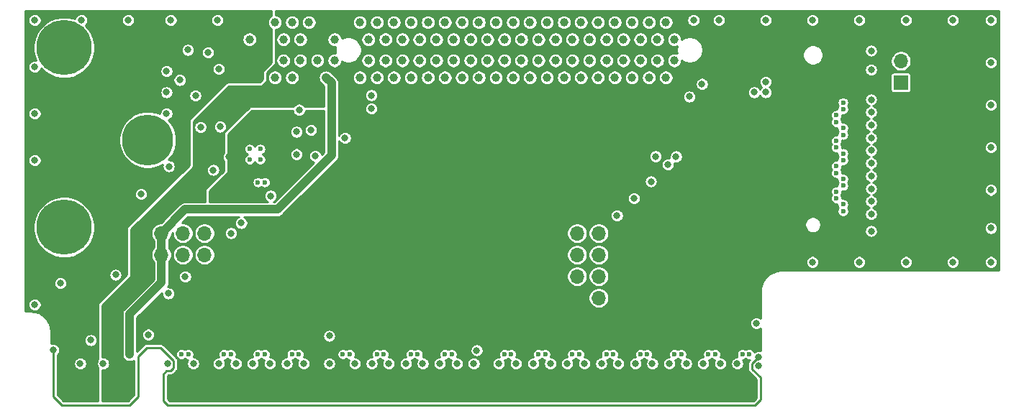
<source format=gbr>
%TF.GenerationSoftware,KiCad,Pcbnew,(5.1.6)-1*%
%TF.CreationDate,2021-07-09T16:03:55+01:00*%
%TF.ProjectId,t9120riser,74393132-3072-4697-9365-722e6b696361,rev?*%
%TF.SameCoordinates,Original*%
%TF.FileFunction,Copper,L3,Inr*%
%TF.FilePolarity,Positive*%
%FSLAX46Y46*%
G04 Gerber Fmt 4.6, Leading zero omitted, Abs format (unit mm)*
G04 Created by KiCad (PCBNEW (5.1.6)-1) date 2021-07-09 16:03:55*
%MOMM*%
%LPD*%
G01*
G04 APERTURE LIST*
%TA.AperFunction,ViaPad*%
%ADD10O,1.700000X1.700000*%
%TD*%
%TA.AperFunction,ViaPad*%
%ADD11C,1.000000*%
%TD*%
%TA.AperFunction,ViaPad*%
%ADD12C,1.700000*%
%TD*%
%TA.AperFunction,ViaPad*%
%ADD13R,1.700000X1.700000*%
%TD*%
%TA.AperFunction,ViaPad*%
%ADD14C,6.000000*%
%TD*%
%TA.AperFunction,ViaPad*%
%ADD15C,6.500000*%
%TD*%
%TA.AperFunction,ViaPad*%
%ADD16C,0.600000*%
%TD*%
%TA.AperFunction,ViaPad*%
%ADD17C,0.800000*%
%TD*%
%TA.AperFunction,Conductor*%
%ADD18C,0.500000*%
%TD*%
%TA.AperFunction,Conductor*%
%ADD19C,0.250000*%
%TD*%
%TA.AperFunction,Conductor*%
%ADD20C,1.000000*%
%TD*%
%TA.AperFunction,Conductor*%
%ADD21C,0.254000*%
%TD*%
G04 APERTURE END LIST*
D10*
%TO.N,GND*%
%TO.C,J7*%
X138650000Y-120200000D03*
X141190000Y-120200000D03*
X138650000Y-122740000D03*
X141190000Y-122740000D03*
X138650000Y-125280000D03*
X141190000Y-125280000D03*
X141190000Y-127820000D03*
%TD*%
D11*
%TO.N,GND*%
%TO.C,J2*%
X150100000Y-97350000D03*
X150100000Y-99850000D03*
%TO.N,/X8_PER7_N*%
X149100000Y-95350000D03*
%TO.N,Net-(J2-PadB48)*%
X149100000Y-101850000D03*
%TO.N,/X8_PER7_P*%
X148100000Y-97350000D03*
%TO.N,GND*%
X148100000Y-99850000D03*
X147100000Y-95350000D03*
%TO.N,/X8_PET7_N*%
X147100000Y-101850000D03*
%TO.N,GND*%
X146100000Y-97350000D03*
%TO.N,/X8_PET7_P*%
X146100000Y-99850000D03*
%TO.N,/X8_PER6_N*%
X145100000Y-95350000D03*
%TO.N,GND*%
X145100000Y-101850000D03*
%TO.N,/X8_PER6_P*%
X144100000Y-97350000D03*
%TO.N,GND*%
X144100000Y-99850000D03*
X143100000Y-95350000D03*
%TO.N,/X8_PET6_N*%
X143100000Y-101850000D03*
%TO.N,GND*%
X142100000Y-97350000D03*
%TO.N,/X8_PET6_P*%
X142100000Y-99850000D03*
%TO.N,/X8_PER5_N*%
X141100000Y-95350000D03*
%TO.N,GND*%
X141100000Y-101850000D03*
%TO.N,/X8_PER5_P*%
X140100000Y-97350000D03*
%TO.N,GND*%
X140100000Y-99850000D03*
X139100000Y-95350000D03*
%TO.N,/X8_PET5_N*%
X139100000Y-101850000D03*
%TO.N,GND*%
X138100000Y-97350000D03*
%TO.N,/X8_PET5_P*%
X138100000Y-99850000D03*
%TO.N,/X8_PER4_N*%
X137100000Y-95350000D03*
%TO.N,GND*%
X137100000Y-101850000D03*
%TO.N,/X8_PER4_P*%
X136100000Y-97350000D03*
%TO.N,GND*%
X136100000Y-99850000D03*
X135100000Y-95350000D03*
%TO.N,/X8_PET4_N*%
X135100000Y-101850000D03*
%TO.N,Net-(J2-PadA33)*%
X134100000Y-97350000D03*
%TO.N,/X8_PET4_P*%
X134100000Y-99850000D03*
%TO.N,Net-(J2-PadA32)*%
X133100000Y-95350000D03*
%TO.N,GND*%
X133100000Y-101850000D03*
X132100000Y-97350000D03*
%TO.N,Net-(J2-PadB31)*%
X132100000Y-99850000D03*
%TO.N,/X8_PER3_N*%
X131100000Y-95350000D03*
%TO.N,Net-(J2-PadB30)*%
X131100000Y-101850000D03*
%TO.N,/X8_PER3_P*%
X130100000Y-97350000D03*
%TO.N,GND*%
X130100000Y-99850000D03*
X129100000Y-95350000D03*
%TO.N,/X8_PET3_N*%
X129100000Y-101850000D03*
%TO.N,GND*%
X128100000Y-97350000D03*
%TO.N,/X8_PET3_P*%
X128100000Y-99850000D03*
%TO.N,/X8_PER2_N*%
X127100000Y-95350000D03*
%TO.N,GND*%
X127100000Y-101850000D03*
%TO.N,/X8_PER2_P*%
X126100000Y-97350000D03*
%TO.N,GND*%
X126100000Y-99850000D03*
X125100000Y-95350000D03*
%TO.N,/X8_PET2_N*%
X125100000Y-101850000D03*
%TO.N,GND*%
X124100000Y-97350000D03*
%TO.N,/X8_PET2_P*%
X124100000Y-99850000D03*
%TO.N,/X8_PER1_N*%
X123100000Y-95350000D03*
%TO.N,GND*%
X123100000Y-101850000D03*
%TO.N,/X8_PER1_P*%
X122100000Y-97350000D03*
%TO.N,GND*%
X122100000Y-99850000D03*
X121100000Y-95350000D03*
%TO.N,/X8_PET1_N*%
X121100000Y-101850000D03*
%TO.N,Net-(J2-PadA19)*%
X120100000Y-97350000D03*
%TO.N,/X8_PET1_P*%
X120100000Y-99850000D03*
%TO.N,GND*%
X119100000Y-95350000D03*
X119100000Y-101850000D03*
%TO.N,/X8_PER0_N*%
X118100000Y-97350000D03*
%TO.N,Net-(J2-PadB17)*%
X118100000Y-99850000D03*
%TO.N,/X8_PER0_P*%
X117100000Y-95350000D03*
%TO.N,GND*%
X117100000Y-101850000D03*
X116100000Y-97350000D03*
%TO.N,/X8_PET0_N*%
X116100000Y-99850000D03*
%TO.N,/REFCLK_0_P*%
X115100000Y-95350000D03*
%TO.N,/X8_PET0_P*%
X115100000Y-101850000D03*
%TO.N,/REFCLK_0_N*%
X114100000Y-97350000D03*
%TO.N,GND*%
X114100000Y-99850000D03*
X113100000Y-95350000D03*
%TO.N,Net-(J2-PadB12)*%
X113100000Y-101850000D03*
%TO.N,/~WAKE*%
X110100000Y-99850000D03*
%TO.N,+3.3VA*%
X109100000Y-101850000D03*
%TO.N,Net-(J2-PadB9)*%
X108100000Y-99850000D03*
%TO.N,+3V3*%
X107100000Y-101850000D03*
%TO.N,GND*%
X106100000Y-99850000D03*
%TO.N,/SMDAT*%
X105100000Y-101850000D03*
%TO.N,/SMCLK*%
X104100000Y-99850000D03*
%TO.N,GND*%
X103100000Y-101850000D03*
%TO.N,+12V*%
X102100000Y-99850000D03*
X101100000Y-101850000D03*
X100100000Y-99850000D03*
%TO.N,/~PERST*%
X110100000Y-97350000D03*
%TO.N,+3V3*%
X109100000Y-95350000D03*
X108100000Y-97350000D03*
%TO.N,Net-(J2-PadA8)*%
X107100000Y-95350000D03*
%TO.N,Net-(J2-PadA7)*%
X106100000Y-97350000D03*
%TO.N,Net-(J2-PadA6)*%
X105100000Y-95350000D03*
%TO.N,Net-(J2-PadA5)*%
X104100000Y-97350000D03*
%TO.N,GND*%
X103100000Y-95350000D03*
%TO.N,+12V*%
X102100000Y-97350000D03*
X101100000Y-95350000D03*
%TO.N,Net-(J2-PadA1)*%
X100100000Y-97350000D03*
%TD*%
D10*
%TO.N,/SMDAT*%
%TO.C,J6*%
X94810000Y-120200000D03*
%TO.N,/~PERST*%
X94810000Y-122740000D03*
%TO.N,/SMCLK*%
X92270000Y-120200000D03*
%TO.N,/~WAKE*%
X92270000Y-122740000D03*
%TO.N,+3.3VA*%
X89730000Y-120200000D03*
X89730000Y-122740000D03*
%TO.N,+3V3*%
X87190000Y-120200000D03*
X87190000Y-122740000D03*
%TO.N,+12V*%
X84650000Y-120200000D03*
D12*
X84650000Y-122740000D03*
%TD*%
D13*
%TO.N,Net-(J3-Pad1)*%
%TO.C,J3*%
X176750000Y-102440000D03*
D10*
%TO.N,Net-(J3-Pad2)*%
X176750000Y-99900000D03*
%TD*%
D14*
%TO.N,GND*%
%TO.C,REF\u002A\u002A*%
X88150000Y-109200000D03*
%TD*%
D15*
%TO.N,GND*%
%TO.C,REF\u002A\u002A*%
X78300000Y-119500000D03*
%TD*%
%TO.N,GND*%
%TO.C,REF\u002A\u002A*%
X78300000Y-98350000D03*
%TD*%
D16*
%TO.N,/M2_PET3_P*%
X169150000Y-115298400D03*
%TO.N,/M2_PET3_N*%
X169150000Y-116101600D03*
%TO.N,/M2_PER3_P*%
X158098400Y-134450000D03*
X169950000Y-116798400D03*
%TO.N,/M2_PER3_N*%
X158901600Y-134450000D03*
X169950000Y-117601600D03*
%TO.N,/M2_PET0_P*%
X169150000Y-106298400D03*
%TO.N,/M2_PET0_N*%
X169150000Y-107101600D03*
%TO.N,/M2_PET1_P*%
X169150000Y-109298400D03*
%TO.N,/M2_PET1_N*%
X169150000Y-110101600D03*
%TO.N,/M2_PET2_P*%
X169150000Y-112298400D03*
%TO.N,/M2_PET2_N*%
X169150000Y-113101600D03*
%TO.N,/M2_PER0_P*%
X146098400Y-134450000D03*
X169950000Y-107798400D03*
%TO.N,/M2_PER0_N*%
X146901600Y-134450000D03*
X169950000Y-108601600D03*
%TO.N,/M2_PER1_P*%
X150098400Y-134450000D03*
X169950000Y-110798400D03*
%TO.N,/M2_PER1_N*%
X150901600Y-134450000D03*
X169950000Y-111601600D03*
%TO.N,/M2_PER2_P*%
X154098400Y-134450000D03*
X169950000Y-113798400D03*
%TO.N,/M2_PER2_N*%
X154901600Y-134450000D03*
X169950000Y-114601600D03*
D17*
%TO.N,GND*%
X157500000Y-135550000D03*
X155500000Y-135550000D03*
X153500000Y-135550000D03*
X151500000Y-135550000D03*
X149500000Y-135550000D03*
X147500000Y-135550000D03*
X145500000Y-135550000D03*
X143500000Y-135550000D03*
X141500000Y-135550000D03*
X139500000Y-135550000D03*
X137500000Y-135550000D03*
X135500000Y-135550000D03*
X93500000Y-135550000D03*
X96500000Y-135550000D03*
X98500000Y-135550000D03*
X100500000Y-135550000D03*
X102500000Y-135550000D03*
X104500000Y-135550000D03*
X106500000Y-135550000D03*
X109500000Y-135550000D03*
X112500000Y-135550000D03*
X114500000Y-135550000D03*
X116500000Y-135550000D03*
X118500000Y-135550000D03*
X120500000Y-135550000D03*
X122500000Y-135550000D03*
X124500000Y-135550000D03*
X173250000Y-98700000D03*
X173250000Y-100950000D03*
X173250000Y-104450000D03*
X173250000Y-105950000D03*
X173250000Y-107450000D03*
X173250000Y-108950000D03*
X173250000Y-110450000D03*
X173250000Y-111950000D03*
X173250000Y-113450000D03*
X173250000Y-114950000D03*
X173250000Y-116450000D03*
X173250000Y-117950000D03*
X173250000Y-119950000D03*
D16*
X101375000Y-110275000D03*
X101375000Y-111525000D03*
X100125000Y-110275000D03*
D17*
X105650000Y-110900000D03*
X95850000Y-112750000D03*
X77850011Y-126099989D03*
X87350000Y-115600000D03*
X187350000Y-119600000D03*
X187350000Y-123600000D03*
X182850000Y-123600000D03*
X177350000Y-123600000D03*
X171850000Y-123600000D03*
X166350000Y-123600000D03*
X187350000Y-115100000D03*
X187350000Y-110100000D03*
X187350000Y-105100000D03*
X187350000Y-100100000D03*
X187350000Y-95100000D03*
X182850000Y-95100000D03*
X177350000Y-95100000D03*
X171850000Y-95100000D03*
X166350000Y-95100000D03*
X160850000Y-95100000D03*
X155350000Y-95100000D03*
X74850000Y-95100000D03*
X80350000Y-95100000D03*
X85850000Y-95100000D03*
X90850000Y-95100000D03*
X96350000Y-95100000D03*
X92850000Y-98600000D03*
X74850000Y-100600000D03*
X74850000Y-106100000D03*
X74850000Y-111600000D03*
X74850000Y-128600000D03*
X90350000Y-103600000D03*
X90350000Y-106100000D03*
X90350000Y-101100000D03*
X143350000Y-118100000D03*
X145350000Y-116100000D03*
X147350000Y-114100000D03*
X149350000Y-112100000D03*
X109500000Y-132300000D03*
X92550000Y-125300000D03*
X133500000Y-135550000D03*
X131450000Y-135550000D03*
X129450000Y-135550000D03*
X126500000Y-135550000D03*
X78350000Y-100850000D03*
X80850000Y-98350000D03*
X80850000Y-119500000D03*
X75800000Y-119500000D03*
X78300000Y-122050000D03*
X78300000Y-117000000D03*
X80050000Y-121250000D03*
X78350000Y-95800000D03*
X82900000Y-135550000D03*
X80200000Y-135550000D03*
X81450000Y-132800000D03*
X90625000Y-112325000D03*
X90550000Y-127300000D03*
X80100000Y-96550000D03*
X80050000Y-100100000D03*
X76550000Y-100100000D03*
X75800000Y-98350000D03*
X76500000Y-96550000D03*
X80050000Y-117750000D03*
X76550000Y-117700000D03*
X76550000Y-121250000D03*
X126850000Y-134004000D03*
X147900000Y-111149964D03*
X150300008Y-111149992D03*
X111350000Y-109000000D03*
X107350000Y-108050000D03*
X105650000Y-108250000D03*
X102600000Y-115800000D03*
X94350000Y-107700000D03*
D16*
X100125000Y-111525000D03*
D17*
X99149990Y-119000000D03*
X97950000Y-120200000D03*
X105950000Y-105650000D03*
X90486828Y-135563172D03*
X160000000Y-135822178D03*
X159750000Y-130800000D03*
X96650000Y-107649996D03*
X153350000Y-102600038D03*
X151850000Y-104100000D03*
X152350000Y-95100000D03*
X84350000Y-125100000D03*
X107850000Y-111100000D03*
D16*
%TO.N,/REFCLK_IN_N*%
X101901600Y-114200000D03*
%TO.N,/REFCLK_IN_P*%
X101098400Y-114200000D03*
D17*
%TO.N,+3V3*%
X85000000Y-135550000D03*
X84000000Y-135550000D03*
X84000000Y-129900000D03*
X84000000Y-130950000D03*
X84000000Y-128800000D03*
X89350000Y-128800000D03*
X89350000Y-129900000D03*
X89350000Y-130950000D03*
X166350000Y-101100000D03*
X166350000Y-102600000D03*
X166350000Y-104100000D03*
X167850000Y-118100000D03*
X167850000Y-119600000D03*
X174550000Y-97550000D03*
X94600000Y-115650000D03*
%TO.N,+12V*%
X79000000Y-135550000D03*
X78000000Y-135550000D03*
X80850000Y-125100000D03*
X80850000Y-127100000D03*
X78000000Y-134450000D03*
D16*
%TO.N,/X8_PET3_N*%
X105901600Y-134450000D03*
%TO.N,/X8_PET3_P*%
X105098400Y-134450000D03*
%TO.N,/X8_PET2_N*%
X101901600Y-134450000D03*
%TO.N,/X8_PET2_P*%
X101098400Y-134450000D03*
%TO.N,/X8_PET1_N*%
X97901600Y-134450000D03*
%TO.N,/X8_PET1_P*%
X97098400Y-134450000D03*
%TO.N,/X8_PET0_N*%
X92901600Y-134450000D03*
%TO.N,/X8_PET0_P*%
X92098400Y-134450000D03*
D17*
%TO.N,+3.3VA*%
X86000000Y-134450000D03*
D16*
%TO.N,/X8_PET4_P*%
X111098400Y-134450000D03*
%TO.N,/X8_PET4_N*%
X111901600Y-134450000D03*
%TO.N,/X8_PET5_P*%
X115098400Y-134450000D03*
%TO.N,/X8_PET5_N*%
X115901600Y-134450000D03*
%TO.N,/X8_PET6_P*%
X119098400Y-134450000D03*
%TO.N,/X8_PET6_N*%
X119901600Y-134450000D03*
%TO.N,/X8_PET7_P*%
X123098400Y-134450000D03*
%TO.N,/X8_PET7_N*%
X123901600Y-134450000D03*
D17*
%TO.N,/~CLKREQ_2*%
X160817086Y-103595504D03*
D16*
%TO.N,/REFCLK_2_N*%
X169950000Y-104798400D03*
%TO.N,/REFCLK_2_P*%
X169950000Y-105601600D03*
D17*
%TO.N,/PRSNT*%
X77000000Y-133950000D03*
X160000000Y-134800000D03*
%TO.N,/~WAKE*%
X160850000Y-102350000D03*
X96500000Y-100850000D03*
X95250000Y-98900000D03*
X114450000Y-103950000D03*
D16*
%TO.N,/X4MEZZ_PER0_P*%
X130098400Y-134450000D03*
%TO.N,/X4MEZZ_PER0_N*%
X130901600Y-134450000D03*
%TO.N,/X4MEZZ_PER1_P*%
X134098400Y-134450000D03*
%TO.N,/X4MEZZ_PER1_N*%
X134901600Y-134450000D03*
%TO.N,/X4MEZZ_PER2_P*%
X138098400Y-134450000D03*
%TO.N,/X4MEZZ_PER2_N*%
X138901600Y-134450000D03*
%TO.N,/X4MEZZ_PER3_P*%
X142098400Y-134450000D03*
%TO.N,/X4MEZZ_PER3_N*%
X142901600Y-134450000D03*
D17*
%TO.N,/CLKPWR*%
X104150000Y-110900000D03*
X104150000Y-112949990D03*
X103774998Y-108325002D03*
X97700000Y-111200000D03*
X97999974Y-113600000D03*
X98000000Y-115650000D03*
X98550000Y-108600000D03*
%TO.N,/~PERST*%
X91900006Y-102150000D03*
X159500000Y-103600004D03*
X93750004Y-104000000D03*
X88200000Y-132150000D03*
X114450000Y-105525010D03*
%TD*%
D18*
%TO.N,+3V3*%
X84000000Y-135550000D02*
X85000000Y-135550000D01*
X107100000Y-98350000D02*
X108100000Y-97350000D01*
X107100000Y-101850000D02*
X107100000Y-98350000D01*
X108100000Y-96350000D02*
X109100000Y-95350000D01*
X108100000Y-97350000D02*
X108100000Y-96350000D01*
X84000000Y-129850000D02*
X84000000Y-129900000D01*
X84000000Y-130950000D02*
X84000000Y-129850000D01*
X84000000Y-135550000D02*
X84000000Y-130950000D01*
X84000000Y-129850000D02*
X84000000Y-128800000D01*
X89350000Y-128800000D02*
X89350000Y-129900000D01*
X89350000Y-129900000D02*
X89350000Y-130950000D01*
D19*
X109100000Y-95350000D02*
X110400000Y-95350000D01*
X110400000Y-95350000D02*
X111400000Y-96350000D01*
X111400000Y-96350000D02*
X166800000Y-96350000D01*
X166800000Y-96350000D02*
X168500000Y-98050000D01*
X168500000Y-98050000D02*
X168500000Y-99500000D01*
X168500000Y-99500000D02*
X168500000Y-99950000D01*
X168500000Y-99950000D02*
X167350000Y-101100000D01*
X167350000Y-101100000D02*
X166350000Y-101100000D01*
X166350000Y-101100000D02*
X166350000Y-102600000D01*
X166350000Y-102600000D02*
X166350000Y-104100000D01*
X166350000Y-104100000D02*
X166350000Y-117100000D01*
X166350000Y-117100000D02*
X166850000Y-117100000D01*
X166850000Y-117100000D02*
X167850000Y-118100000D01*
D18*
X104450000Y-104500000D02*
X107100000Y-101850000D01*
X97850000Y-104500000D02*
X104450000Y-104500000D01*
X95650000Y-106700000D02*
X97850000Y-104500000D01*
D19*
X169000000Y-97550000D02*
X168500000Y-98050000D01*
X174550000Y-97550000D02*
X169000000Y-97550000D01*
D18*
X95650000Y-111740000D02*
X95650000Y-106700000D01*
X94400000Y-115500000D02*
X93170000Y-114270000D01*
X87190000Y-120200000D02*
X93120000Y-114270000D01*
X93170000Y-114270000D02*
X93120000Y-114270000D01*
X93120000Y-114270000D02*
X95650000Y-111740000D01*
D19*
X167850000Y-118100000D02*
X167850000Y-119600000D01*
D18*
X94400000Y-115500000D02*
X94550000Y-115650000D01*
X94550000Y-115650000D02*
X94600000Y-115650000D01*
X84000000Y-128800000D02*
X84000000Y-127950000D01*
X87190000Y-124760000D02*
X87190000Y-122740000D01*
X84000000Y-127950000D02*
X87190000Y-124760000D01*
%TO.N,+12V*%
X79000000Y-135550000D02*
X78000000Y-135550000D01*
X101100000Y-100850000D02*
X102100000Y-99850000D01*
X101100000Y-101850000D02*
X101100000Y-100850000D01*
X102100000Y-99850000D02*
X102100000Y-97350000D01*
X102100000Y-96350000D02*
X101100000Y-95350000D01*
X102100000Y-97350000D02*
X102100000Y-96350000D01*
X101100000Y-100850000D02*
X100100000Y-99850000D01*
X79000000Y-128300000D02*
X79090000Y-128300000D01*
D19*
X81320000Y-125570000D02*
X81820000Y-125570000D01*
X80850000Y-125100000D02*
X81320000Y-125570000D01*
D18*
X79090000Y-128300000D02*
X81820000Y-125570000D01*
D19*
X80850000Y-127100000D02*
X80850000Y-126600000D01*
X80850000Y-125100000D02*
X80850000Y-126600000D01*
D18*
X79000000Y-135550000D02*
X79399999Y-135150001D01*
X79399999Y-128699999D02*
X79000000Y-128300000D01*
X74100000Y-114500000D02*
X88750000Y-99850000D01*
X78791996Y-128300000D02*
X74100000Y-123608004D01*
X79000000Y-128300000D02*
X78791996Y-128300000D01*
X74100000Y-123608004D02*
X74100000Y-114500000D01*
X88750000Y-99850000D02*
X100100000Y-99850000D01*
X79300000Y-134450000D02*
X79399999Y-134350001D01*
X79399999Y-135150001D02*
X79399999Y-134350001D01*
X78000000Y-134450000D02*
X79300000Y-134450000D01*
X79399999Y-134350001D02*
X79399999Y-128699999D01*
X84650000Y-120093039D02*
X84650000Y-120200000D01*
X92650000Y-106950000D02*
X92650000Y-112093039D01*
X100100000Y-99850000D02*
X99750000Y-99850000D01*
X92650000Y-112093039D02*
X84650000Y-120093039D01*
X99750000Y-99850000D02*
X92650000Y-106950000D01*
X81820000Y-125570000D02*
X84650000Y-122740000D01*
D20*
%TO.N,+3.3VA*%
X86000000Y-129750000D02*
X86000000Y-134450000D01*
X92530000Y-117400000D02*
X89730000Y-120200000D01*
X103400000Y-117400000D02*
X92530000Y-117400000D01*
X109750000Y-111050000D02*
X103400000Y-117400000D01*
X109100000Y-101850000D02*
X109750000Y-102500000D01*
X109750000Y-102500000D02*
X109750000Y-111050000D01*
X89730000Y-126020000D02*
X89730000Y-122740000D01*
X86000000Y-129750000D02*
X89730000Y-126020000D01*
X89730000Y-122740000D02*
X89730000Y-120200000D01*
D19*
%TO.N,/PRSNT*%
X159250000Y-135550000D02*
X160000000Y-134800000D01*
X159250000Y-136200000D02*
X159250000Y-135550000D01*
X160250000Y-137200000D02*
X159250000Y-136200000D01*
X159600000Y-140450000D02*
X160250000Y-139800000D01*
X90500000Y-140450000D02*
X159600000Y-140450000D01*
X90000000Y-139950000D02*
X90500000Y-140450000D01*
X90000000Y-136800000D02*
X90000000Y-139950000D01*
X87000000Y-139450000D02*
X87000000Y-134700000D01*
X78000000Y-140450000D02*
X86000000Y-140450000D01*
X77000000Y-139450000D02*
X78000000Y-140450000D01*
X91200000Y-135250000D02*
X91200000Y-136050000D01*
X77000000Y-133950000D02*
X77000000Y-139450000D01*
X160250000Y-139800000D02*
X160250000Y-137200000D01*
X86000000Y-140450000D02*
X87000000Y-139450000D01*
X87000000Y-134700000D02*
X88000000Y-133700000D01*
X88000000Y-133700000D02*
X89650000Y-133700000D01*
X90800000Y-136450000D02*
X90350000Y-136450000D01*
X89650000Y-133700000D02*
X91200000Y-135250000D01*
X90350000Y-136450000D02*
X90000000Y-136800000D01*
X91200000Y-136050000D02*
X90800000Y-136450000D01*
%TO.N,/CLKPWR*%
X104150000Y-112949990D02*
X103800010Y-112600000D01*
X103800010Y-112600000D02*
X99400036Y-112600000D01*
X99100000Y-112600000D02*
X99400036Y-112600000D01*
X97700000Y-111200000D02*
X99100000Y-112600000D01*
X99400036Y-112600000D02*
X98400036Y-113600000D01*
X98400036Y-113600000D02*
X97999974Y-113600000D01*
X98399964Y-113600000D02*
X97999974Y-113600000D01*
X98400000Y-113600036D02*
X98399964Y-113600000D01*
X97999974Y-113600000D02*
X97999974Y-115649974D01*
X97999974Y-115649974D02*
X98000000Y-115650000D01*
X98550000Y-110350000D02*
X97700000Y-111200000D01*
X98550000Y-108600000D02*
X98550000Y-110350000D01*
X104150000Y-108700004D02*
X103774998Y-108325002D01*
X104150000Y-110900000D02*
X104150000Y-108700004D01*
X104150000Y-110900000D02*
X104150000Y-112949990D01*
%TD*%
D21*
%TO.N,+12V*%
G36*
X102669000Y-94578415D02*
G01*
X102538395Y-94665682D01*
X102415682Y-94788395D01*
X102319268Y-94932690D01*
X102252856Y-95093022D01*
X102219000Y-95263229D01*
X102219000Y-95436771D01*
X102252856Y-95606978D01*
X102319268Y-95767310D01*
X102415682Y-95911605D01*
X102538395Y-96034318D01*
X102669000Y-96121585D01*
X102669000Y-100092184D01*
X101780592Y-100980592D01*
X101733210Y-101038328D01*
X101698002Y-101104198D01*
X101676321Y-101175671D01*
X101669000Y-101250000D01*
X101669000Y-101992184D01*
X101292184Y-102369000D01*
X97650000Y-102369000D01*
X97575671Y-102376321D01*
X97504198Y-102398002D01*
X97438328Y-102433210D01*
X97380592Y-102480592D01*
X93130592Y-106730592D01*
X93083210Y-106788328D01*
X93048002Y-106854198D01*
X93026321Y-106925671D01*
X93019000Y-107000000D01*
X93019000Y-112192184D01*
X85780592Y-119430592D01*
X85733210Y-119488328D01*
X85698002Y-119554198D01*
X85676321Y-119625671D01*
X85669000Y-119700000D01*
X85669000Y-125092184D01*
X82380592Y-128380592D01*
X82338445Y-128431949D01*
X82310197Y-128460197D01*
X82294403Y-128479443D01*
X82282667Y-128501399D01*
X82275440Y-128525224D01*
X82273000Y-128550000D01*
X82273000Y-128609389D01*
X82269000Y-128650000D01*
X82269000Y-135088595D01*
X82207887Y-135180058D01*
X82149013Y-135322191D01*
X82119000Y-135473078D01*
X82119000Y-135626922D01*
X82149013Y-135777809D01*
X82207887Y-135919942D01*
X82269000Y-136011405D01*
X82269000Y-139944000D01*
X78209592Y-139944000D01*
X77506000Y-139240409D01*
X77506000Y-135473078D01*
X79419000Y-135473078D01*
X79419000Y-135626922D01*
X79449013Y-135777809D01*
X79507887Y-135919942D01*
X79593358Y-136047859D01*
X79702141Y-136156642D01*
X79830058Y-136242113D01*
X79972191Y-136300987D01*
X80123078Y-136331000D01*
X80276922Y-136331000D01*
X80427809Y-136300987D01*
X80569942Y-136242113D01*
X80697859Y-136156642D01*
X80806642Y-136047859D01*
X80892113Y-135919942D01*
X80950987Y-135777809D01*
X80981000Y-135626922D01*
X80981000Y-135473078D01*
X80950987Y-135322191D01*
X80892113Y-135180058D01*
X80806642Y-135052141D01*
X80697859Y-134943358D01*
X80569942Y-134857887D01*
X80427809Y-134799013D01*
X80276922Y-134769000D01*
X80123078Y-134769000D01*
X79972191Y-134799013D01*
X79830058Y-134857887D01*
X79702141Y-134943358D01*
X79593358Y-135052141D01*
X79507887Y-135180058D01*
X79449013Y-135322191D01*
X79419000Y-135473078D01*
X77506000Y-135473078D01*
X77506000Y-134548501D01*
X77606642Y-134447859D01*
X77692113Y-134319942D01*
X77750987Y-134177809D01*
X77781000Y-134026922D01*
X77781000Y-133873078D01*
X77750987Y-133722191D01*
X77692113Y-133580058D01*
X77606642Y-133452141D01*
X77497859Y-133343358D01*
X77369942Y-133257887D01*
X77227809Y-133199013D01*
X77076922Y-133169000D01*
X76923078Y-133169000D01*
X76772191Y-133199013D01*
X76756000Y-133205720D01*
X76756000Y-132723078D01*
X80669000Y-132723078D01*
X80669000Y-132876922D01*
X80699013Y-133027809D01*
X80757887Y-133169942D01*
X80843358Y-133297859D01*
X80952141Y-133406642D01*
X81080058Y-133492113D01*
X81222191Y-133550987D01*
X81373078Y-133581000D01*
X81526922Y-133581000D01*
X81677809Y-133550987D01*
X81819942Y-133492113D01*
X81947859Y-133406642D01*
X82056642Y-133297859D01*
X82142113Y-133169942D01*
X82200987Y-133027809D01*
X82231000Y-132876922D01*
X82231000Y-132723078D01*
X82200987Y-132572191D01*
X82142113Y-132430058D01*
X82056642Y-132302141D01*
X81947859Y-132193358D01*
X81819942Y-132107887D01*
X81677809Y-132049013D01*
X81526922Y-132019000D01*
X81373078Y-132019000D01*
X81222191Y-132049013D01*
X81080058Y-132107887D01*
X80952141Y-132193358D01*
X80843358Y-132302141D01*
X80757887Y-132430058D01*
X80699013Y-132572191D01*
X80669000Y-132723078D01*
X76756000Y-132723078D01*
X76756000Y-131780059D01*
X76754193Y-131761712D01*
X76754280Y-131749240D01*
X76753727Y-131743598D01*
X76712926Y-131355405D01*
X76705520Y-131319326D01*
X76698631Y-131283214D01*
X76696993Y-131277786D01*
X76581569Y-130904912D01*
X76567308Y-130870985D01*
X76553525Y-130836872D01*
X76550864Y-130831866D01*
X76365212Y-130488511D01*
X76344630Y-130457997D01*
X76324486Y-130427213D01*
X76320903Y-130422819D01*
X76072096Y-130122064D01*
X76045964Y-130096113D01*
X76020240Y-130069845D01*
X76015872Y-130066231D01*
X75713387Y-129819531D01*
X75682722Y-129799157D01*
X75652375Y-129778378D01*
X75647389Y-129775681D01*
X75302747Y-129592432D01*
X75268707Y-129578401D01*
X75234903Y-129563913D01*
X75229495Y-129562238D01*
X75229489Y-129562236D01*
X75229483Y-129562235D01*
X74855816Y-129449418D01*
X74819646Y-129442256D01*
X74783726Y-129434621D01*
X74778099Y-129434029D01*
X74778088Y-129434027D01*
X74778078Y-129434027D01*
X74389619Y-129395938D01*
X74389618Y-129395938D01*
X74369941Y-129394000D01*
X73756000Y-129394000D01*
X73756000Y-128523078D01*
X74069000Y-128523078D01*
X74069000Y-128676922D01*
X74099013Y-128827809D01*
X74157887Y-128969942D01*
X74243358Y-129097859D01*
X74352141Y-129206642D01*
X74480058Y-129292113D01*
X74622191Y-129350987D01*
X74773078Y-129381000D01*
X74926922Y-129381000D01*
X75077809Y-129350987D01*
X75219942Y-129292113D01*
X75347859Y-129206642D01*
X75456642Y-129097859D01*
X75542113Y-128969942D01*
X75600987Y-128827809D01*
X75631000Y-128676922D01*
X75631000Y-128523078D01*
X75600987Y-128372191D01*
X75542113Y-128230058D01*
X75456642Y-128102141D01*
X75347859Y-127993358D01*
X75219942Y-127907887D01*
X75077809Y-127849013D01*
X74926922Y-127819000D01*
X74773078Y-127819000D01*
X74622191Y-127849013D01*
X74480058Y-127907887D01*
X74352141Y-127993358D01*
X74243358Y-128102141D01*
X74157887Y-128230058D01*
X74099013Y-128372191D01*
X74069000Y-128523078D01*
X73756000Y-128523078D01*
X73756000Y-126023067D01*
X77069011Y-126023067D01*
X77069011Y-126176911D01*
X77099024Y-126327798D01*
X77157898Y-126469931D01*
X77243369Y-126597848D01*
X77352152Y-126706631D01*
X77480069Y-126792102D01*
X77622202Y-126850976D01*
X77773089Y-126880989D01*
X77926933Y-126880989D01*
X78077820Y-126850976D01*
X78219953Y-126792102D01*
X78347870Y-126706631D01*
X78456653Y-126597848D01*
X78542124Y-126469931D01*
X78600998Y-126327798D01*
X78631011Y-126176911D01*
X78631011Y-126023067D01*
X78600998Y-125872180D01*
X78542124Y-125730047D01*
X78456653Y-125602130D01*
X78347870Y-125493347D01*
X78219953Y-125407876D01*
X78077820Y-125349002D01*
X77926933Y-125318989D01*
X77773089Y-125318989D01*
X77622202Y-125349002D01*
X77480069Y-125407876D01*
X77352152Y-125493347D01*
X77243369Y-125602130D01*
X77157898Y-125730047D01*
X77099024Y-125872180D01*
X77069011Y-126023067D01*
X73756000Y-126023067D01*
X73756000Y-125023078D01*
X83569000Y-125023078D01*
X83569000Y-125176922D01*
X83599013Y-125327809D01*
X83657887Y-125469942D01*
X83743358Y-125597859D01*
X83852141Y-125706642D01*
X83980058Y-125792113D01*
X84122191Y-125850987D01*
X84273078Y-125881000D01*
X84426922Y-125881000D01*
X84577809Y-125850987D01*
X84719942Y-125792113D01*
X84847859Y-125706642D01*
X84956642Y-125597859D01*
X85042113Y-125469942D01*
X85100987Y-125327809D01*
X85131000Y-125176922D01*
X85131000Y-125023078D01*
X85100987Y-124872191D01*
X85042113Y-124730058D01*
X84956642Y-124602141D01*
X84847859Y-124493358D01*
X84719942Y-124407887D01*
X84577809Y-124349013D01*
X84426922Y-124319000D01*
X84273078Y-124319000D01*
X84122191Y-124349013D01*
X83980058Y-124407887D01*
X83852141Y-124493358D01*
X83743358Y-124602141D01*
X83657887Y-124730058D01*
X83599013Y-124872191D01*
X83569000Y-125023078D01*
X73756000Y-125023078D01*
X73756000Y-119142378D01*
X74669000Y-119142378D01*
X74669000Y-119857622D01*
X74808537Y-120559124D01*
X75082249Y-121219924D01*
X75479618Y-121814628D01*
X75985372Y-122320382D01*
X76580076Y-122717751D01*
X77240876Y-122991463D01*
X77942378Y-123131000D01*
X78657622Y-123131000D01*
X79359124Y-122991463D01*
X80019924Y-122717751D01*
X80614628Y-122320382D01*
X81120382Y-121814628D01*
X81517751Y-121219924D01*
X81791463Y-120559124D01*
X81931000Y-119857622D01*
X81931000Y-119142378D01*
X81791463Y-118440876D01*
X81517751Y-117780076D01*
X81120382Y-117185372D01*
X80614628Y-116679618D01*
X80019924Y-116282249D01*
X79359124Y-116008537D01*
X78657622Y-115869000D01*
X77942378Y-115869000D01*
X77240876Y-116008537D01*
X76580076Y-116282249D01*
X75985372Y-116679618D01*
X75479618Y-117185372D01*
X75082249Y-117780076D01*
X74808537Y-118440876D01*
X74669000Y-119142378D01*
X73756000Y-119142378D01*
X73756000Y-115523078D01*
X86569000Y-115523078D01*
X86569000Y-115676922D01*
X86599013Y-115827809D01*
X86657887Y-115969942D01*
X86743358Y-116097859D01*
X86852141Y-116206642D01*
X86980058Y-116292113D01*
X87122191Y-116350987D01*
X87273078Y-116381000D01*
X87426922Y-116381000D01*
X87577809Y-116350987D01*
X87719942Y-116292113D01*
X87847859Y-116206642D01*
X87956642Y-116097859D01*
X88042113Y-115969942D01*
X88100987Y-115827809D01*
X88131000Y-115676922D01*
X88131000Y-115523078D01*
X88100987Y-115372191D01*
X88042113Y-115230058D01*
X87956642Y-115102141D01*
X87847859Y-114993358D01*
X87719942Y-114907887D01*
X87577809Y-114849013D01*
X87426922Y-114819000D01*
X87273078Y-114819000D01*
X87122191Y-114849013D01*
X86980058Y-114907887D01*
X86852141Y-114993358D01*
X86743358Y-115102141D01*
X86657887Y-115230058D01*
X86599013Y-115372191D01*
X86569000Y-115523078D01*
X73756000Y-115523078D01*
X73756000Y-111523078D01*
X74069000Y-111523078D01*
X74069000Y-111676922D01*
X74099013Y-111827809D01*
X74157887Y-111969942D01*
X74243358Y-112097859D01*
X74352141Y-112206642D01*
X74480058Y-112292113D01*
X74622191Y-112350987D01*
X74773078Y-112381000D01*
X74926922Y-112381000D01*
X75077809Y-112350987D01*
X75219942Y-112292113D01*
X75347859Y-112206642D01*
X75456642Y-112097859D01*
X75542113Y-111969942D01*
X75600987Y-111827809D01*
X75631000Y-111676922D01*
X75631000Y-111523078D01*
X75600987Y-111372191D01*
X75542113Y-111230058D01*
X75456642Y-111102141D01*
X75347859Y-110993358D01*
X75219942Y-110907887D01*
X75077809Y-110849013D01*
X74926922Y-110819000D01*
X74773078Y-110819000D01*
X74622191Y-110849013D01*
X74480058Y-110907887D01*
X74352141Y-110993358D01*
X74243358Y-111102141D01*
X74157887Y-111230058D01*
X74099013Y-111372191D01*
X74069000Y-111523078D01*
X73756000Y-111523078D01*
X73756000Y-108867001D01*
X84769000Y-108867001D01*
X84769000Y-109532999D01*
X84898930Y-110186201D01*
X85153797Y-110801504D01*
X85523806Y-111355262D01*
X85994738Y-111826194D01*
X86548496Y-112196203D01*
X87163799Y-112451070D01*
X87817001Y-112581000D01*
X88482999Y-112581000D01*
X89136201Y-112451070D01*
X89751504Y-112196203D01*
X89870078Y-112116975D01*
X89844000Y-112248078D01*
X89844000Y-112401922D01*
X89874013Y-112552809D01*
X89932887Y-112694942D01*
X90018358Y-112822859D01*
X90127141Y-112931642D01*
X90255058Y-113017113D01*
X90397191Y-113075987D01*
X90548078Y-113106000D01*
X90701922Y-113106000D01*
X90852809Y-113075987D01*
X90994942Y-113017113D01*
X91122859Y-112931642D01*
X91231642Y-112822859D01*
X91317113Y-112694942D01*
X91375987Y-112552809D01*
X91406000Y-112401922D01*
X91406000Y-112248078D01*
X91375987Y-112097191D01*
X91317113Y-111955058D01*
X91231642Y-111827141D01*
X91122859Y-111718358D01*
X90994942Y-111632887D01*
X90852809Y-111574013D01*
X90701922Y-111544000D01*
X90587456Y-111544000D01*
X90776194Y-111355262D01*
X91146203Y-110801504D01*
X91401070Y-110186201D01*
X91531000Y-109532999D01*
X91531000Y-108867001D01*
X91401070Y-108213799D01*
X91146203Y-107598496D01*
X90776194Y-107044738D01*
X90581086Y-106849630D01*
X90719942Y-106792113D01*
X90847859Y-106706642D01*
X90956642Y-106597859D01*
X91042113Y-106469942D01*
X91100987Y-106327809D01*
X91131000Y-106176922D01*
X91131000Y-106023078D01*
X91100987Y-105872191D01*
X91042113Y-105730058D01*
X90956642Y-105602141D01*
X90847859Y-105493358D01*
X90719942Y-105407887D01*
X90577809Y-105349013D01*
X90426922Y-105319000D01*
X90273078Y-105319000D01*
X90122191Y-105349013D01*
X89980058Y-105407887D01*
X89852141Y-105493358D01*
X89743358Y-105602141D01*
X89657887Y-105730058D01*
X89599013Y-105872191D01*
X89569000Y-106023078D01*
X89569000Y-106128201D01*
X89136201Y-105948930D01*
X88482999Y-105819000D01*
X87817001Y-105819000D01*
X87163799Y-105948930D01*
X86548496Y-106203797D01*
X85994738Y-106573806D01*
X85523806Y-107044738D01*
X85153797Y-107598496D01*
X84898930Y-108213799D01*
X84769000Y-108867001D01*
X73756000Y-108867001D01*
X73756000Y-106023078D01*
X74069000Y-106023078D01*
X74069000Y-106176922D01*
X74099013Y-106327809D01*
X74157887Y-106469942D01*
X74243358Y-106597859D01*
X74352141Y-106706642D01*
X74480058Y-106792113D01*
X74622191Y-106850987D01*
X74773078Y-106881000D01*
X74926922Y-106881000D01*
X75077809Y-106850987D01*
X75219942Y-106792113D01*
X75347859Y-106706642D01*
X75456642Y-106597859D01*
X75542113Y-106469942D01*
X75600987Y-106327809D01*
X75631000Y-106176922D01*
X75631000Y-106023078D01*
X75600987Y-105872191D01*
X75542113Y-105730058D01*
X75456642Y-105602141D01*
X75347859Y-105493358D01*
X75219942Y-105407887D01*
X75077809Y-105349013D01*
X74926922Y-105319000D01*
X74773078Y-105319000D01*
X74622191Y-105349013D01*
X74480058Y-105407887D01*
X74352141Y-105493358D01*
X74243358Y-105602141D01*
X74157887Y-105730058D01*
X74099013Y-105872191D01*
X74069000Y-106023078D01*
X73756000Y-106023078D01*
X73756000Y-103523078D01*
X89569000Y-103523078D01*
X89569000Y-103676922D01*
X89599013Y-103827809D01*
X89657887Y-103969942D01*
X89743358Y-104097859D01*
X89852141Y-104206642D01*
X89980058Y-104292113D01*
X90122191Y-104350987D01*
X90273078Y-104381000D01*
X90426922Y-104381000D01*
X90577809Y-104350987D01*
X90719942Y-104292113D01*
X90847859Y-104206642D01*
X90956642Y-104097859D01*
X91042113Y-103969942D01*
X91061524Y-103923078D01*
X92969004Y-103923078D01*
X92969004Y-104076922D01*
X92999017Y-104227809D01*
X93057891Y-104369942D01*
X93143362Y-104497859D01*
X93252145Y-104606642D01*
X93380062Y-104692113D01*
X93522195Y-104750987D01*
X93673082Y-104781000D01*
X93826926Y-104781000D01*
X93977813Y-104750987D01*
X94119946Y-104692113D01*
X94247863Y-104606642D01*
X94356646Y-104497859D01*
X94442117Y-104369942D01*
X94500991Y-104227809D01*
X94531004Y-104076922D01*
X94531004Y-103923078D01*
X94500991Y-103772191D01*
X94442117Y-103630058D01*
X94356646Y-103502141D01*
X94247863Y-103393358D01*
X94119946Y-103307887D01*
X93977813Y-103249013D01*
X93826926Y-103219000D01*
X93673082Y-103219000D01*
X93522195Y-103249013D01*
X93380062Y-103307887D01*
X93252145Y-103393358D01*
X93143362Y-103502141D01*
X93057891Y-103630058D01*
X92999017Y-103772191D01*
X92969004Y-103923078D01*
X91061524Y-103923078D01*
X91100987Y-103827809D01*
X91131000Y-103676922D01*
X91131000Y-103523078D01*
X91100987Y-103372191D01*
X91042113Y-103230058D01*
X90956642Y-103102141D01*
X90847859Y-102993358D01*
X90719942Y-102907887D01*
X90577809Y-102849013D01*
X90426922Y-102819000D01*
X90273078Y-102819000D01*
X90122191Y-102849013D01*
X89980058Y-102907887D01*
X89852141Y-102993358D01*
X89743358Y-103102141D01*
X89657887Y-103230058D01*
X89599013Y-103372191D01*
X89569000Y-103523078D01*
X73756000Y-103523078D01*
X73756000Y-102073078D01*
X91119006Y-102073078D01*
X91119006Y-102226922D01*
X91149019Y-102377809D01*
X91207893Y-102519942D01*
X91293364Y-102647859D01*
X91402147Y-102756642D01*
X91530064Y-102842113D01*
X91672197Y-102900987D01*
X91823084Y-102931000D01*
X91976928Y-102931000D01*
X92127815Y-102900987D01*
X92269948Y-102842113D01*
X92397865Y-102756642D01*
X92506648Y-102647859D01*
X92592119Y-102519942D01*
X92650993Y-102377809D01*
X92681006Y-102226922D01*
X92681006Y-102073078D01*
X92650993Y-101922191D01*
X92592119Y-101780058D01*
X92506648Y-101652141D01*
X92397865Y-101543358D01*
X92269948Y-101457887D01*
X92127815Y-101399013D01*
X91976928Y-101369000D01*
X91823084Y-101369000D01*
X91672197Y-101399013D01*
X91530064Y-101457887D01*
X91402147Y-101543358D01*
X91293364Y-101652141D01*
X91207893Y-101780058D01*
X91149019Y-101922191D01*
X91119006Y-102073078D01*
X73756000Y-102073078D01*
X73756000Y-100523078D01*
X74069000Y-100523078D01*
X74069000Y-100676922D01*
X74099013Y-100827809D01*
X74157887Y-100969942D01*
X74243358Y-101097859D01*
X74352141Y-101206642D01*
X74480058Y-101292113D01*
X74622191Y-101350987D01*
X74773078Y-101381000D01*
X74926922Y-101381000D01*
X75077809Y-101350987D01*
X75219942Y-101292113D01*
X75347859Y-101206642D01*
X75456642Y-101097859D01*
X75542113Y-100969942D01*
X75600987Y-100827809D01*
X75607924Y-100792934D01*
X75985372Y-101170382D01*
X76580076Y-101567751D01*
X77240876Y-101841463D01*
X77942378Y-101981000D01*
X78657622Y-101981000D01*
X79359124Y-101841463D01*
X80019924Y-101567751D01*
X80614628Y-101170382D01*
X80761932Y-101023078D01*
X89569000Y-101023078D01*
X89569000Y-101176922D01*
X89599013Y-101327809D01*
X89657887Y-101469942D01*
X89743358Y-101597859D01*
X89852141Y-101706642D01*
X89980058Y-101792113D01*
X90122191Y-101850987D01*
X90273078Y-101881000D01*
X90426922Y-101881000D01*
X90577809Y-101850987D01*
X90719942Y-101792113D01*
X90847859Y-101706642D01*
X90956642Y-101597859D01*
X91042113Y-101469942D01*
X91100987Y-101327809D01*
X91131000Y-101176922D01*
X91131000Y-101023078D01*
X91100987Y-100872191D01*
X91059933Y-100773078D01*
X95719000Y-100773078D01*
X95719000Y-100926922D01*
X95749013Y-101077809D01*
X95807887Y-101219942D01*
X95893358Y-101347859D01*
X96002141Y-101456642D01*
X96130058Y-101542113D01*
X96272191Y-101600987D01*
X96423078Y-101631000D01*
X96576922Y-101631000D01*
X96727809Y-101600987D01*
X96869942Y-101542113D01*
X96997859Y-101456642D01*
X97106642Y-101347859D01*
X97192113Y-101219942D01*
X97250987Y-101077809D01*
X97281000Y-100926922D01*
X97281000Y-100773078D01*
X97250987Y-100622191D01*
X97192113Y-100480058D01*
X97106642Y-100352141D01*
X96997859Y-100243358D01*
X96869942Y-100157887D01*
X96727809Y-100099013D01*
X96576922Y-100069000D01*
X96423078Y-100069000D01*
X96272191Y-100099013D01*
X96130058Y-100157887D01*
X96002141Y-100243358D01*
X95893358Y-100352141D01*
X95807887Y-100480058D01*
X95749013Y-100622191D01*
X95719000Y-100773078D01*
X91059933Y-100773078D01*
X91042113Y-100730058D01*
X90956642Y-100602141D01*
X90847859Y-100493358D01*
X90719942Y-100407887D01*
X90577809Y-100349013D01*
X90426922Y-100319000D01*
X90273078Y-100319000D01*
X90122191Y-100349013D01*
X89980058Y-100407887D01*
X89852141Y-100493358D01*
X89743358Y-100602141D01*
X89657887Y-100730058D01*
X89599013Y-100872191D01*
X89569000Y-101023078D01*
X80761932Y-101023078D01*
X81120382Y-100664628D01*
X81517751Y-100069924D01*
X81791463Y-99409124D01*
X81931000Y-98707622D01*
X81931000Y-98523078D01*
X92069000Y-98523078D01*
X92069000Y-98676922D01*
X92099013Y-98827809D01*
X92157887Y-98969942D01*
X92243358Y-99097859D01*
X92352141Y-99206642D01*
X92480058Y-99292113D01*
X92622191Y-99350987D01*
X92773078Y-99381000D01*
X92926922Y-99381000D01*
X93077809Y-99350987D01*
X93219942Y-99292113D01*
X93347859Y-99206642D01*
X93456642Y-99097859D01*
X93542113Y-98969942D01*
X93600987Y-98827809D01*
X93601928Y-98823078D01*
X94469000Y-98823078D01*
X94469000Y-98976922D01*
X94499013Y-99127809D01*
X94557887Y-99269942D01*
X94643358Y-99397859D01*
X94752141Y-99506642D01*
X94880058Y-99592113D01*
X95022191Y-99650987D01*
X95173078Y-99681000D01*
X95326922Y-99681000D01*
X95477809Y-99650987D01*
X95619942Y-99592113D01*
X95747859Y-99506642D01*
X95856642Y-99397859D01*
X95942113Y-99269942D01*
X96000987Y-99127809D01*
X96031000Y-98976922D01*
X96031000Y-98823078D01*
X96000987Y-98672191D01*
X95942113Y-98530058D01*
X95856642Y-98402141D01*
X95747859Y-98293358D01*
X95619942Y-98207887D01*
X95477809Y-98149013D01*
X95326922Y-98119000D01*
X95173078Y-98119000D01*
X95022191Y-98149013D01*
X94880058Y-98207887D01*
X94752141Y-98293358D01*
X94643358Y-98402141D01*
X94557887Y-98530058D01*
X94499013Y-98672191D01*
X94469000Y-98823078D01*
X93601928Y-98823078D01*
X93631000Y-98676922D01*
X93631000Y-98523078D01*
X93600987Y-98372191D01*
X93542113Y-98230058D01*
X93456642Y-98102141D01*
X93347859Y-97993358D01*
X93219942Y-97907887D01*
X93077809Y-97849013D01*
X92926922Y-97819000D01*
X92773078Y-97819000D01*
X92622191Y-97849013D01*
X92480058Y-97907887D01*
X92352141Y-97993358D01*
X92243358Y-98102141D01*
X92157887Y-98230058D01*
X92099013Y-98372191D01*
X92069000Y-98523078D01*
X81931000Y-98523078D01*
X81931000Y-97992378D01*
X81791463Y-97290876D01*
X81780012Y-97263229D01*
X99219000Y-97263229D01*
X99219000Y-97436771D01*
X99252856Y-97606978D01*
X99319268Y-97767310D01*
X99415682Y-97911605D01*
X99538395Y-98034318D01*
X99682690Y-98130732D01*
X99843022Y-98197144D01*
X100013229Y-98231000D01*
X100186771Y-98231000D01*
X100356978Y-98197144D01*
X100517310Y-98130732D01*
X100661605Y-98034318D01*
X100784318Y-97911605D01*
X100880732Y-97767310D01*
X100947144Y-97606978D01*
X100981000Y-97436771D01*
X100981000Y-97263229D01*
X100947144Y-97093022D01*
X100880732Y-96932690D01*
X100784318Y-96788395D01*
X100661605Y-96665682D01*
X100517310Y-96569268D01*
X100356978Y-96502856D01*
X100186771Y-96469000D01*
X100013229Y-96469000D01*
X99843022Y-96502856D01*
X99682690Y-96569268D01*
X99538395Y-96665682D01*
X99415682Y-96788395D01*
X99319268Y-96932690D01*
X99252856Y-97093022D01*
X99219000Y-97263229D01*
X81780012Y-97263229D01*
X81517751Y-96630076D01*
X81120382Y-96035372D01*
X80814165Y-95729155D01*
X80847859Y-95706642D01*
X80956642Y-95597859D01*
X81042113Y-95469942D01*
X81100987Y-95327809D01*
X81131000Y-95176922D01*
X81131000Y-95023078D01*
X85069000Y-95023078D01*
X85069000Y-95176922D01*
X85099013Y-95327809D01*
X85157887Y-95469942D01*
X85243358Y-95597859D01*
X85352141Y-95706642D01*
X85480058Y-95792113D01*
X85622191Y-95850987D01*
X85773078Y-95881000D01*
X85926922Y-95881000D01*
X86077809Y-95850987D01*
X86219942Y-95792113D01*
X86347859Y-95706642D01*
X86456642Y-95597859D01*
X86542113Y-95469942D01*
X86600987Y-95327809D01*
X86631000Y-95176922D01*
X86631000Y-95023078D01*
X90069000Y-95023078D01*
X90069000Y-95176922D01*
X90099013Y-95327809D01*
X90157887Y-95469942D01*
X90243358Y-95597859D01*
X90352141Y-95706642D01*
X90480058Y-95792113D01*
X90622191Y-95850987D01*
X90773078Y-95881000D01*
X90926922Y-95881000D01*
X91077809Y-95850987D01*
X91219942Y-95792113D01*
X91347859Y-95706642D01*
X91456642Y-95597859D01*
X91542113Y-95469942D01*
X91600987Y-95327809D01*
X91631000Y-95176922D01*
X91631000Y-95023078D01*
X95569000Y-95023078D01*
X95569000Y-95176922D01*
X95599013Y-95327809D01*
X95657887Y-95469942D01*
X95743358Y-95597859D01*
X95852141Y-95706642D01*
X95980058Y-95792113D01*
X96122191Y-95850987D01*
X96273078Y-95881000D01*
X96426922Y-95881000D01*
X96577809Y-95850987D01*
X96719942Y-95792113D01*
X96847859Y-95706642D01*
X96956642Y-95597859D01*
X97042113Y-95469942D01*
X97100987Y-95327809D01*
X97131000Y-95176922D01*
X97131000Y-95023078D01*
X97100987Y-94872191D01*
X97042113Y-94730058D01*
X96956642Y-94602141D01*
X96847859Y-94493358D01*
X96719942Y-94407887D01*
X96577809Y-94349013D01*
X96426922Y-94319000D01*
X96273078Y-94319000D01*
X96122191Y-94349013D01*
X95980058Y-94407887D01*
X95852141Y-94493358D01*
X95743358Y-94602141D01*
X95657887Y-94730058D01*
X95599013Y-94872191D01*
X95569000Y-95023078D01*
X91631000Y-95023078D01*
X91600987Y-94872191D01*
X91542113Y-94730058D01*
X91456642Y-94602141D01*
X91347859Y-94493358D01*
X91219942Y-94407887D01*
X91077809Y-94349013D01*
X90926922Y-94319000D01*
X90773078Y-94319000D01*
X90622191Y-94349013D01*
X90480058Y-94407887D01*
X90352141Y-94493358D01*
X90243358Y-94602141D01*
X90157887Y-94730058D01*
X90099013Y-94872191D01*
X90069000Y-95023078D01*
X86631000Y-95023078D01*
X86600987Y-94872191D01*
X86542113Y-94730058D01*
X86456642Y-94602141D01*
X86347859Y-94493358D01*
X86219942Y-94407887D01*
X86077809Y-94349013D01*
X85926922Y-94319000D01*
X85773078Y-94319000D01*
X85622191Y-94349013D01*
X85480058Y-94407887D01*
X85352141Y-94493358D01*
X85243358Y-94602141D01*
X85157887Y-94730058D01*
X85099013Y-94872191D01*
X85069000Y-95023078D01*
X81131000Y-95023078D01*
X81100987Y-94872191D01*
X81042113Y-94730058D01*
X80956642Y-94602141D01*
X80847859Y-94493358D01*
X80719942Y-94407887D01*
X80577809Y-94349013D01*
X80426922Y-94319000D01*
X80273078Y-94319000D01*
X80122191Y-94349013D01*
X79980058Y-94407887D01*
X79852141Y-94493358D01*
X79743358Y-94602141D01*
X79657887Y-94730058D01*
X79599013Y-94872191D01*
X79583262Y-94951378D01*
X79359124Y-94858537D01*
X78657622Y-94719000D01*
X77942378Y-94719000D01*
X77240876Y-94858537D01*
X76580076Y-95132249D01*
X75985372Y-95529618D01*
X75479618Y-96035372D01*
X75082249Y-96630076D01*
X74808537Y-97290876D01*
X74669000Y-97992378D01*
X74669000Y-98707622D01*
X74808537Y-99409124D01*
X74982927Y-99830140D01*
X74926922Y-99819000D01*
X74773078Y-99819000D01*
X74622191Y-99849013D01*
X74480058Y-99907887D01*
X74352141Y-99993358D01*
X74243358Y-100102141D01*
X74157887Y-100230058D01*
X74099013Y-100372191D01*
X74069000Y-100523078D01*
X73756000Y-100523078D01*
X73756000Y-95023078D01*
X74069000Y-95023078D01*
X74069000Y-95176922D01*
X74099013Y-95327809D01*
X74157887Y-95469942D01*
X74243358Y-95597859D01*
X74352141Y-95706642D01*
X74480058Y-95792113D01*
X74622191Y-95850987D01*
X74773078Y-95881000D01*
X74926922Y-95881000D01*
X75077809Y-95850987D01*
X75219942Y-95792113D01*
X75347859Y-95706642D01*
X75456642Y-95597859D01*
X75542113Y-95469942D01*
X75600987Y-95327809D01*
X75631000Y-95176922D01*
X75631000Y-95023078D01*
X75600987Y-94872191D01*
X75542113Y-94730058D01*
X75456642Y-94602141D01*
X75347859Y-94493358D01*
X75219942Y-94407887D01*
X75077809Y-94349013D01*
X74926922Y-94319000D01*
X74773078Y-94319000D01*
X74622191Y-94349013D01*
X74480058Y-94407887D01*
X74352141Y-94493358D01*
X74243358Y-94602141D01*
X74157887Y-94730058D01*
X74099013Y-94872191D01*
X74069000Y-95023078D01*
X73756000Y-95023078D01*
X73756000Y-94006000D01*
X102669000Y-94006000D01*
X102669000Y-94578415D01*
G37*
X102669000Y-94578415D02*
X102538395Y-94665682D01*
X102415682Y-94788395D01*
X102319268Y-94932690D01*
X102252856Y-95093022D01*
X102219000Y-95263229D01*
X102219000Y-95436771D01*
X102252856Y-95606978D01*
X102319268Y-95767310D01*
X102415682Y-95911605D01*
X102538395Y-96034318D01*
X102669000Y-96121585D01*
X102669000Y-100092184D01*
X101780592Y-100980592D01*
X101733210Y-101038328D01*
X101698002Y-101104198D01*
X101676321Y-101175671D01*
X101669000Y-101250000D01*
X101669000Y-101992184D01*
X101292184Y-102369000D01*
X97650000Y-102369000D01*
X97575671Y-102376321D01*
X97504198Y-102398002D01*
X97438328Y-102433210D01*
X97380592Y-102480592D01*
X93130592Y-106730592D01*
X93083210Y-106788328D01*
X93048002Y-106854198D01*
X93026321Y-106925671D01*
X93019000Y-107000000D01*
X93019000Y-112192184D01*
X85780592Y-119430592D01*
X85733210Y-119488328D01*
X85698002Y-119554198D01*
X85676321Y-119625671D01*
X85669000Y-119700000D01*
X85669000Y-125092184D01*
X82380592Y-128380592D01*
X82338445Y-128431949D01*
X82310197Y-128460197D01*
X82294403Y-128479443D01*
X82282667Y-128501399D01*
X82275440Y-128525224D01*
X82273000Y-128550000D01*
X82273000Y-128609389D01*
X82269000Y-128650000D01*
X82269000Y-135088595D01*
X82207887Y-135180058D01*
X82149013Y-135322191D01*
X82119000Y-135473078D01*
X82119000Y-135626922D01*
X82149013Y-135777809D01*
X82207887Y-135919942D01*
X82269000Y-136011405D01*
X82269000Y-139944000D01*
X78209592Y-139944000D01*
X77506000Y-139240409D01*
X77506000Y-135473078D01*
X79419000Y-135473078D01*
X79419000Y-135626922D01*
X79449013Y-135777809D01*
X79507887Y-135919942D01*
X79593358Y-136047859D01*
X79702141Y-136156642D01*
X79830058Y-136242113D01*
X79972191Y-136300987D01*
X80123078Y-136331000D01*
X80276922Y-136331000D01*
X80427809Y-136300987D01*
X80569942Y-136242113D01*
X80697859Y-136156642D01*
X80806642Y-136047859D01*
X80892113Y-135919942D01*
X80950987Y-135777809D01*
X80981000Y-135626922D01*
X80981000Y-135473078D01*
X80950987Y-135322191D01*
X80892113Y-135180058D01*
X80806642Y-135052141D01*
X80697859Y-134943358D01*
X80569942Y-134857887D01*
X80427809Y-134799013D01*
X80276922Y-134769000D01*
X80123078Y-134769000D01*
X79972191Y-134799013D01*
X79830058Y-134857887D01*
X79702141Y-134943358D01*
X79593358Y-135052141D01*
X79507887Y-135180058D01*
X79449013Y-135322191D01*
X79419000Y-135473078D01*
X77506000Y-135473078D01*
X77506000Y-134548501D01*
X77606642Y-134447859D01*
X77692113Y-134319942D01*
X77750987Y-134177809D01*
X77781000Y-134026922D01*
X77781000Y-133873078D01*
X77750987Y-133722191D01*
X77692113Y-133580058D01*
X77606642Y-133452141D01*
X77497859Y-133343358D01*
X77369942Y-133257887D01*
X77227809Y-133199013D01*
X77076922Y-133169000D01*
X76923078Y-133169000D01*
X76772191Y-133199013D01*
X76756000Y-133205720D01*
X76756000Y-132723078D01*
X80669000Y-132723078D01*
X80669000Y-132876922D01*
X80699013Y-133027809D01*
X80757887Y-133169942D01*
X80843358Y-133297859D01*
X80952141Y-133406642D01*
X81080058Y-133492113D01*
X81222191Y-133550987D01*
X81373078Y-133581000D01*
X81526922Y-133581000D01*
X81677809Y-133550987D01*
X81819942Y-133492113D01*
X81947859Y-133406642D01*
X82056642Y-133297859D01*
X82142113Y-133169942D01*
X82200987Y-133027809D01*
X82231000Y-132876922D01*
X82231000Y-132723078D01*
X82200987Y-132572191D01*
X82142113Y-132430058D01*
X82056642Y-132302141D01*
X81947859Y-132193358D01*
X81819942Y-132107887D01*
X81677809Y-132049013D01*
X81526922Y-132019000D01*
X81373078Y-132019000D01*
X81222191Y-132049013D01*
X81080058Y-132107887D01*
X80952141Y-132193358D01*
X80843358Y-132302141D01*
X80757887Y-132430058D01*
X80699013Y-132572191D01*
X80669000Y-132723078D01*
X76756000Y-132723078D01*
X76756000Y-131780059D01*
X76754193Y-131761712D01*
X76754280Y-131749240D01*
X76753727Y-131743598D01*
X76712926Y-131355405D01*
X76705520Y-131319326D01*
X76698631Y-131283214D01*
X76696993Y-131277786D01*
X76581569Y-130904912D01*
X76567308Y-130870985D01*
X76553525Y-130836872D01*
X76550864Y-130831866D01*
X76365212Y-130488511D01*
X76344630Y-130457997D01*
X76324486Y-130427213D01*
X76320903Y-130422819D01*
X76072096Y-130122064D01*
X76045964Y-130096113D01*
X76020240Y-130069845D01*
X76015872Y-130066231D01*
X75713387Y-129819531D01*
X75682722Y-129799157D01*
X75652375Y-129778378D01*
X75647389Y-129775681D01*
X75302747Y-129592432D01*
X75268707Y-129578401D01*
X75234903Y-129563913D01*
X75229495Y-129562238D01*
X75229489Y-129562236D01*
X75229483Y-129562235D01*
X74855816Y-129449418D01*
X74819646Y-129442256D01*
X74783726Y-129434621D01*
X74778099Y-129434029D01*
X74778088Y-129434027D01*
X74778078Y-129434027D01*
X74389619Y-129395938D01*
X74389618Y-129395938D01*
X74369941Y-129394000D01*
X73756000Y-129394000D01*
X73756000Y-128523078D01*
X74069000Y-128523078D01*
X74069000Y-128676922D01*
X74099013Y-128827809D01*
X74157887Y-128969942D01*
X74243358Y-129097859D01*
X74352141Y-129206642D01*
X74480058Y-129292113D01*
X74622191Y-129350987D01*
X74773078Y-129381000D01*
X74926922Y-129381000D01*
X75077809Y-129350987D01*
X75219942Y-129292113D01*
X75347859Y-129206642D01*
X75456642Y-129097859D01*
X75542113Y-128969942D01*
X75600987Y-128827809D01*
X75631000Y-128676922D01*
X75631000Y-128523078D01*
X75600987Y-128372191D01*
X75542113Y-128230058D01*
X75456642Y-128102141D01*
X75347859Y-127993358D01*
X75219942Y-127907887D01*
X75077809Y-127849013D01*
X74926922Y-127819000D01*
X74773078Y-127819000D01*
X74622191Y-127849013D01*
X74480058Y-127907887D01*
X74352141Y-127993358D01*
X74243358Y-128102141D01*
X74157887Y-128230058D01*
X74099013Y-128372191D01*
X74069000Y-128523078D01*
X73756000Y-128523078D01*
X73756000Y-126023067D01*
X77069011Y-126023067D01*
X77069011Y-126176911D01*
X77099024Y-126327798D01*
X77157898Y-126469931D01*
X77243369Y-126597848D01*
X77352152Y-126706631D01*
X77480069Y-126792102D01*
X77622202Y-126850976D01*
X77773089Y-126880989D01*
X77926933Y-126880989D01*
X78077820Y-126850976D01*
X78219953Y-126792102D01*
X78347870Y-126706631D01*
X78456653Y-126597848D01*
X78542124Y-126469931D01*
X78600998Y-126327798D01*
X78631011Y-126176911D01*
X78631011Y-126023067D01*
X78600998Y-125872180D01*
X78542124Y-125730047D01*
X78456653Y-125602130D01*
X78347870Y-125493347D01*
X78219953Y-125407876D01*
X78077820Y-125349002D01*
X77926933Y-125318989D01*
X77773089Y-125318989D01*
X77622202Y-125349002D01*
X77480069Y-125407876D01*
X77352152Y-125493347D01*
X77243369Y-125602130D01*
X77157898Y-125730047D01*
X77099024Y-125872180D01*
X77069011Y-126023067D01*
X73756000Y-126023067D01*
X73756000Y-125023078D01*
X83569000Y-125023078D01*
X83569000Y-125176922D01*
X83599013Y-125327809D01*
X83657887Y-125469942D01*
X83743358Y-125597859D01*
X83852141Y-125706642D01*
X83980058Y-125792113D01*
X84122191Y-125850987D01*
X84273078Y-125881000D01*
X84426922Y-125881000D01*
X84577809Y-125850987D01*
X84719942Y-125792113D01*
X84847859Y-125706642D01*
X84956642Y-125597859D01*
X85042113Y-125469942D01*
X85100987Y-125327809D01*
X85131000Y-125176922D01*
X85131000Y-125023078D01*
X85100987Y-124872191D01*
X85042113Y-124730058D01*
X84956642Y-124602141D01*
X84847859Y-124493358D01*
X84719942Y-124407887D01*
X84577809Y-124349013D01*
X84426922Y-124319000D01*
X84273078Y-124319000D01*
X84122191Y-124349013D01*
X83980058Y-124407887D01*
X83852141Y-124493358D01*
X83743358Y-124602141D01*
X83657887Y-124730058D01*
X83599013Y-124872191D01*
X83569000Y-125023078D01*
X73756000Y-125023078D01*
X73756000Y-119142378D01*
X74669000Y-119142378D01*
X74669000Y-119857622D01*
X74808537Y-120559124D01*
X75082249Y-121219924D01*
X75479618Y-121814628D01*
X75985372Y-122320382D01*
X76580076Y-122717751D01*
X77240876Y-122991463D01*
X77942378Y-123131000D01*
X78657622Y-123131000D01*
X79359124Y-122991463D01*
X80019924Y-122717751D01*
X80614628Y-122320382D01*
X81120382Y-121814628D01*
X81517751Y-121219924D01*
X81791463Y-120559124D01*
X81931000Y-119857622D01*
X81931000Y-119142378D01*
X81791463Y-118440876D01*
X81517751Y-117780076D01*
X81120382Y-117185372D01*
X80614628Y-116679618D01*
X80019924Y-116282249D01*
X79359124Y-116008537D01*
X78657622Y-115869000D01*
X77942378Y-115869000D01*
X77240876Y-116008537D01*
X76580076Y-116282249D01*
X75985372Y-116679618D01*
X75479618Y-117185372D01*
X75082249Y-117780076D01*
X74808537Y-118440876D01*
X74669000Y-119142378D01*
X73756000Y-119142378D01*
X73756000Y-115523078D01*
X86569000Y-115523078D01*
X86569000Y-115676922D01*
X86599013Y-115827809D01*
X86657887Y-115969942D01*
X86743358Y-116097859D01*
X86852141Y-116206642D01*
X86980058Y-116292113D01*
X87122191Y-116350987D01*
X87273078Y-116381000D01*
X87426922Y-116381000D01*
X87577809Y-116350987D01*
X87719942Y-116292113D01*
X87847859Y-116206642D01*
X87956642Y-116097859D01*
X88042113Y-115969942D01*
X88100987Y-115827809D01*
X88131000Y-115676922D01*
X88131000Y-115523078D01*
X88100987Y-115372191D01*
X88042113Y-115230058D01*
X87956642Y-115102141D01*
X87847859Y-114993358D01*
X87719942Y-114907887D01*
X87577809Y-114849013D01*
X87426922Y-114819000D01*
X87273078Y-114819000D01*
X87122191Y-114849013D01*
X86980058Y-114907887D01*
X86852141Y-114993358D01*
X86743358Y-115102141D01*
X86657887Y-115230058D01*
X86599013Y-115372191D01*
X86569000Y-115523078D01*
X73756000Y-115523078D01*
X73756000Y-111523078D01*
X74069000Y-111523078D01*
X74069000Y-111676922D01*
X74099013Y-111827809D01*
X74157887Y-111969942D01*
X74243358Y-112097859D01*
X74352141Y-112206642D01*
X74480058Y-112292113D01*
X74622191Y-112350987D01*
X74773078Y-112381000D01*
X74926922Y-112381000D01*
X75077809Y-112350987D01*
X75219942Y-112292113D01*
X75347859Y-112206642D01*
X75456642Y-112097859D01*
X75542113Y-111969942D01*
X75600987Y-111827809D01*
X75631000Y-111676922D01*
X75631000Y-111523078D01*
X75600987Y-111372191D01*
X75542113Y-111230058D01*
X75456642Y-111102141D01*
X75347859Y-110993358D01*
X75219942Y-110907887D01*
X75077809Y-110849013D01*
X74926922Y-110819000D01*
X74773078Y-110819000D01*
X74622191Y-110849013D01*
X74480058Y-110907887D01*
X74352141Y-110993358D01*
X74243358Y-111102141D01*
X74157887Y-111230058D01*
X74099013Y-111372191D01*
X74069000Y-111523078D01*
X73756000Y-111523078D01*
X73756000Y-108867001D01*
X84769000Y-108867001D01*
X84769000Y-109532999D01*
X84898930Y-110186201D01*
X85153797Y-110801504D01*
X85523806Y-111355262D01*
X85994738Y-111826194D01*
X86548496Y-112196203D01*
X87163799Y-112451070D01*
X87817001Y-112581000D01*
X88482999Y-112581000D01*
X89136201Y-112451070D01*
X89751504Y-112196203D01*
X89870078Y-112116975D01*
X89844000Y-112248078D01*
X89844000Y-112401922D01*
X89874013Y-112552809D01*
X89932887Y-112694942D01*
X90018358Y-112822859D01*
X90127141Y-112931642D01*
X90255058Y-113017113D01*
X90397191Y-113075987D01*
X90548078Y-113106000D01*
X90701922Y-113106000D01*
X90852809Y-113075987D01*
X90994942Y-113017113D01*
X91122859Y-112931642D01*
X91231642Y-112822859D01*
X91317113Y-112694942D01*
X91375987Y-112552809D01*
X91406000Y-112401922D01*
X91406000Y-112248078D01*
X91375987Y-112097191D01*
X91317113Y-111955058D01*
X91231642Y-111827141D01*
X91122859Y-111718358D01*
X90994942Y-111632887D01*
X90852809Y-111574013D01*
X90701922Y-111544000D01*
X90587456Y-111544000D01*
X90776194Y-111355262D01*
X91146203Y-110801504D01*
X91401070Y-110186201D01*
X91531000Y-109532999D01*
X91531000Y-108867001D01*
X91401070Y-108213799D01*
X91146203Y-107598496D01*
X90776194Y-107044738D01*
X90581086Y-106849630D01*
X90719942Y-106792113D01*
X90847859Y-106706642D01*
X90956642Y-106597859D01*
X91042113Y-106469942D01*
X91100987Y-106327809D01*
X91131000Y-106176922D01*
X91131000Y-106023078D01*
X91100987Y-105872191D01*
X91042113Y-105730058D01*
X90956642Y-105602141D01*
X90847859Y-105493358D01*
X90719942Y-105407887D01*
X90577809Y-105349013D01*
X90426922Y-105319000D01*
X90273078Y-105319000D01*
X90122191Y-105349013D01*
X89980058Y-105407887D01*
X89852141Y-105493358D01*
X89743358Y-105602141D01*
X89657887Y-105730058D01*
X89599013Y-105872191D01*
X89569000Y-106023078D01*
X89569000Y-106128201D01*
X89136201Y-105948930D01*
X88482999Y-105819000D01*
X87817001Y-105819000D01*
X87163799Y-105948930D01*
X86548496Y-106203797D01*
X85994738Y-106573806D01*
X85523806Y-107044738D01*
X85153797Y-107598496D01*
X84898930Y-108213799D01*
X84769000Y-108867001D01*
X73756000Y-108867001D01*
X73756000Y-106023078D01*
X74069000Y-106023078D01*
X74069000Y-106176922D01*
X74099013Y-106327809D01*
X74157887Y-106469942D01*
X74243358Y-106597859D01*
X74352141Y-106706642D01*
X74480058Y-106792113D01*
X74622191Y-106850987D01*
X74773078Y-106881000D01*
X74926922Y-106881000D01*
X75077809Y-106850987D01*
X75219942Y-106792113D01*
X75347859Y-106706642D01*
X75456642Y-106597859D01*
X75542113Y-106469942D01*
X75600987Y-106327809D01*
X75631000Y-106176922D01*
X75631000Y-106023078D01*
X75600987Y-105872191D01*
X75542113Y-105730058D01*
X75456642Y-105602141D01*
X75347859Y-105493358D01*
X75219942Y-105407887D01*
X75077809Y-105349013D01*
X74926922Y-105319000D01*
X74773078Y-105319000D01*
X74622191Y-105349013D01*
X74480058Y-105407887D01*
X74352141Y-105493358D01*
X74243358Y-105602141D01*
X74157887Y-105730058D01*
X74099013Y-105872191D01*
X74069000Y-106023078D01*
X73756000Y-106023078D01*
X73756000Y-103523078D01*
X89569000Y-103523078D01*
X89569000Y-103676922D01*
X89599013Y-103827809D01*
X89657887Y-103969942D01*
X89743358Y-104097859D01*
X89852141Y-104206642D01*
X89980058Y-104292113D01*
X90122191Y-104350987D01*
X90273078Y-104381000D01*
X90426922Y-104381000D01*
X90577809Y-104350987D01*
X90719942Y-104292113D01*
X90847859Y-104206642D01*
X90956642Y-104097859D01*
X91042113Y-103969942D01*
X91061524Y-103923078D01*
X92969004Y-103923078D01*
X92969004Y-104076922D01*
X92999017Y-104227809D01*
X93057891Y-104369942D01*
X93143362Y-104497859D01*
X93252145Y-104606642D01*
X93380062Y-104692113D01*
X93522195Y-104750987D01*
X93673082Y-104781000D01*
X93826926Y-104781000D01*
X93977813Y-104750987D01*
X94119946Y-104692113D01*
X94247863Y-104606642D01*
X94356646Y-104497859D01*
X94442117Y-104369942D01*
X94500991Y-104227809D01*
X94531004Y-104076922D01*
X94531004Y-103923078D01*
X94500991Y-103772191D01*
X94442117Y-103630058D01*
X94356646Y-103502141D01*
X94247863Y-103393358D01*
X94119946Y-103307887D01*
X93977813Y-103249013D01*
X93826926Y-103219000D01*
X93673082Y-103219000D01*
X93522195Y-103249013D01*
X93380062Y-103307887D01*
X93252145Y-103393358D01*
X93143362Y-103502141D01*
X93057891Y-103630058D01*
X92999017Y-103772191D01*
X92969004Y-103923078D01*
X91061524Y-103923078D01*
X91100987Y-103827809D01*
X91131000Y-103676922D01*
X91131000Y-103523078D01*
X91100987Y-103372191D01*
X91042113Y-103230058D01*
X90956642Y-103102141D01*
X90847859Y-102993358D01*
X90719942Y-102907887D01*
X90577809Y-102849013D01*
X90426922Y-102819000D01*
X90273078Y-102819000D01*
X90122191Y-102849013D01*
X89980058Y-102907887D01*
X89852141Y-102993358D01*
X89743358Y-103102141D01*
X89657887Y-103230058D01*
X89599013Y-103372191D01*
X89569000Y-103523078D01*
X73756000Y-103523078D01*
X73756000Y-102073078D01*
X91119006Y-102073078D01*
X91119006Y-102226922D01*
X91149019Y-102377809D01*
X91207893Y-102519942D01*
X91293364Y-102647859D01*
X91402147Y-102756642D01*
X91530064Y-102842113D01*
X91672197Y-102900987D01*
X91823084Y-102931000D01*
X91976928Y-102931000D01*
X92127815Y-102900987D01*
X92269948Y-102842113D01*
X92397865Y-102756642D01*
X92506648Y-102647859D01*
X92592119Y-102519942D01*
X92650993Y-102377809D01*
X92681006Y-102226922D01*
X92681006Y-102073078D01*
X92650993Y-101922191D01*
X92592119Y-101780058D01*
X92506648Y-101652141D01*
X92397865Y-101543358D01*
X92269948Y-101457887D01*
X92127815Y-101399013D01*
X91976928Y-101369000D01*
X91823084Y-101369000D01*
X91672197Y-101399013D01*
X91530064Y-101457887D01*
X91402147Y-101543358D01*
X91293364Y-101652141D01*
X91207893Y-101780058D01*
X91149019Y-101922191D01*
X91119006Y-102073078D01*
X73756000Y-102073078D01*
X73756000Y-100523078D01*
X74069000Y-100523078D01*
X74069000Y-100676922D01*
X74099013Y-100827809D01*
X74157887Y-100969942D01*
X74243358Y-101097859D01*
X74352141Y-101206642D01*
X74480058Y-101292113D01*
X74622191Y-101350987D01*
X74773078Y-101381000D01*
X74926922Y-101381000D01*
X75077809Y-101350987D01*
X75219942Y-101292113D01*
X75347859Y-101206642D01*
X75456642Y-101097859D01*
X75542113Y-100969942D01*
X75600987Y-100827809D01*
X75607924Y-100792934D01*
X75985372Y-101170382D01*
X76580076Y-101567751D01*
X77240876Y-101841463D01*
X77942378Y-101981000D01*
X78657622Y-101981000D01*
X79359124Y-101841463D01*
X80019924Y-101567751D01*
X80614628Y-101170382D01*
X80761932Y-101023078D01*
X89569000Y-101023078D01*
X89569000Y-101176922D01*
X89599013Y-101327809D01*
X89657887Y-101469942D01*
X89743358Y-101597859D01*
X89852141Y-101706642D01*
X89980058Y-101792113D01*
X90122191Y-101850987D01*
X90273078Y-101881000D01*
X90426922Y-101881000D01*
X90577809Y-101850987D01*
X90719942Y-101792113D01*
X90847859Y-101706642D01*
X90956642Y-101597859D01*
X91042113Y-101469942D01*
X91100987Y-101327809D01*
X91131000Y-101176922D01*
X91131000Y-101023078D01*
X91100987Y-100872191D01*
X91059933Y-100773078D01*
X95719000Y-100773078D01*
X95719000Y-100926922D01*
X95749013Y-101077809D01*
X95807887Y-101219942D01*
X95893358Y-101347859D01*
X96002141Y-101456642D01*
X96130058Y-101542113D01*
X96272191Y-101600987D01*
X96423078Y-101631000D01*
X96576922Y-101631000D01*
X96727809Y-101600987D01*
X96869942Y-101542113D01*
X96997859Y-101456642D01*
X97106642Y-101347859D01*
X97192113Y-101219942D01*
X97250987Y-101077809D01*
X97281000Y-100926922D01*
X97281000Y-100773078D01*
X97250987Y-100622191D01*
X97192113Y-100480058D01*
X97106642Y-100352141D01*
X96997859Y-100243358D01*
X96869942Y-100157887D01*
X96727809Y-100099013D01*
X96576922Y-100069000D01*
X96423078Y-100069000D01*
X96272191Y-100099013D01*
X96130058Y-100157887D01*
X96002141Y-100243358D01*
X95893358Y-100352141D01*
X95807887Y-100480058D01*
X95749013Y-100622191D01*
X95719000Y-100773078D01*
X91059933Y-100773078D01*
X91042113Y-100730058D01*
X90956642Y-100602141D01*
X90847859Y-100493358D01*
X90719942Y-100407887D01*
X90577809Y-100349013D01*
X90426922Y-100319000D01*
X90273078Y-100319000D01*
X90122191Y-100349013D01*
X89980058Y-100407887D01*
X89852141Y-100493358D01*
X89743358Y-100602141D01*
X89657887Y-100730058D01*
X89599013Y-100872191D01*
X89569000Y-101023078D01*
X80761932Y-101023078D01*
X81120382Y-100664628D01*
X81517751Y-100069924D01*
X81791463Y-99409124D01*
X81931000Y-98707622D01*
X81931000Y-98523078D01*
X92069000Y-98523078D01*
X92069000Y-98676922D01*
X92099013Y-98827809D01*
X92157887Y-98969942D01*
X92243358Y-99097859D01*
X92352141Y-99206642D01*
X92480058Y-99292113D01*
X92622191Y-99350987D01*
X92773078Y-99381000D01*
X92926922Y-99381000D01*
X93077809Y-99350987D01*
X93219942Y-99292113D01*
X93347859Y-99206642D01*
X93456642Y-99097859D01*
X93542113Y-98969942D01*
X93600987Y-98827809D01*
X93601928Y-98823078D01*
X94469000Y-98823078D01*
X94469000Y-98976922D01*
X94499013Y-99127809D01*
X94557887Y-99269942D01*
X94643358Y-99397859D01*
X94752141Y-99506642D01*
X94880058Y-99592113D01*
X95022191Y-99650987D01*
X95173078Y-99681000D01*
X95326922Y-99681000D01*
X95477809Y-99650987D01*
X95619942Y-99592113D01*
X95747859Y-99506642D01*
X95856642Y-99397859D01*
X95942113Y-99269942D01*
X96000987Y-99127809D01*
X96031000Y-98976922D01*
X96031000Y-98823078D01*
X96000987Y-98672191D01*
X95942113Y-98530058D01*
X95856642Y-98402141D01*
X95747859Y-98293358D01*
X95619942Y-98207887D01*
X95477809Y-98149013D01*
X95326922Y-98119000D01*
X95173078Y-98119000D01*
X95022191Y-98149013D01*
X94880058Y-98207887D01*
X94752141Y-98293358D01*
X94643358Y-98402141D01*
X94557887Y-98530058D01*
X94499013Y-98672191D01*
X94469000Y-98823078D01*
X93601928Y-98823078D01*
X93631000Y-98676922D01*
X93631000Y-98523078D01*
X93600987Y-98372191D01*
X93542113Y-98230058D01*
X93456642Y-98102141D01*
X93347859Y-97993358D01*
X93219942Y-97907887D01*
X93077809Y-97849013D01*
X92926922Y-97819000D01*
X92773078Y-97819000D01*
X92622191Y-97849013D01*
X92480058Y-97907887D01*
X92352141Y-97993358D01*
X92243358Y-98102141D01*
X92157887Y-98230058D01*
X92099013Y-98372191D01*
X92069000Y-98523078D01*
X81931000Y-98523078D01*
X81931000Y-97992378D01*
X81791463Y-97290876D01*
X81780012Y-97263229D01*
X99219000Y-97263229D01*
X99219000Y-97436771D01*
X99252856Y-97606978D01*
X99319268Y-97767310D01*
X99415682Y-97911605D01*
X99538395Y-98034318D01*
X99682690Y-98130732D01*
X99843022Y-98197144D01*
X100013229Y-98231000D01*
X100186771Y-98231000D01*
X100356978Y-98197144D01*
X100517310Y-98130732D01*
X100661605Y-98034318D01*
X100784318Y-97911605D01*
X100880732Y-97767310D01*
X100947144Y-97606978D01*
X100981000Y-97436771D01*
X100981000Y-97263229D01*
X100947144Y-97093022D01*
X100880732Y-96932690D01*
X100784318Y-96788395D01*
X100661605Y-96665682D01*
X100517310Y-96569268D01*
X100356978Y-96502856D01*
X100186771Y-96469000D01*
X100013229Y-96469000D01*
X99843022Y-96502856D01*
X99682690Y-96569268D01*
X99538395Y-96665682D01*
X99415682Y-96788395D01*
X99319268Y-96932690D01*
X99252856Y-97093022D01*
X99219000Y-97263229D01*
X81780012Y-97263229D01*
X81517751Y-96630076D01*
X81120382Y-96035372D01*
X80814165Y-95729155D01*
X80847859Y-95706642D01*
X80956642Y-95597859D01*
X81042113Y-95469942D01*
X81100987Y-95327809D01*
X81131000Y-95176922D01*
X81131000Y-95023078D01*
X85069000Y-95023078D01*
X85069000Y-95176922D01*
X85099013Y-95327809D01*
X85157887Y-95469942D01*
X85243358Y-95597859D01*
X85352141Y-95706642D01*
X85480058Y-95792113D01*
X85622191Y-95850987D01*
X85773078Y-95881000D01*
X85926922Y-95881000D01*
X86077809Y-95850987D01*
X86219942Y-95792113D01*
X86347859Y-95706642D01*
X86456642Y-95597859D01*
X86542113Y-95469942D01*
X86600987Y-95327809D01*
X86631000Y-95176922D01*
X86631000Y-95023078D01*
X90069000Y-95023078D01*
X90069000Y-95176922D01*
X90099013Y-95327809D01*
X90157887Y-95469942D01*
X90243358Y-95597859D01*
X90352141Y-95706642D01*
X90480058Y-95792113D01*
X90622191Y-95850987D01*
X90773078Y-95881000D01*
X90926922Y-95881000D01*
X91077809Y-95850987D01*
X91219942Y-95792113D01*
X91347859Y-95706642D01*
X91456642Y-95597859D01*
X91542113Y-95469942D01*
X91600987Y-95327809D01*
X91631000Y-95176922D01*
X91631000Y-95023078D01*
X95569000Y-95023078D01*
X95569000Y-95176922D01*
X95599013Y-95327809D01*
X95657887Y-95469942D01*
X95743358Y-95597859D01*
X95852141Y-95706642D01*
X95980058Y-95792113D01*
X96122191Y-95850987D01*
X96273078Y-95881000D01*
X96426922Y-95881000D01*
X96577809Y-95850987D01*
X96719942Y-95792113D01*
X96847859Y-95706642D01*
X96956642Y-95597859D01*
X97042113Y-95469942D01*
X97100987Y-95327809D01*
X97131000Y-95176922D01*
X97131000Y-95023078D01*
X97100987Y-94872191D01*
X97042113Y-94730058D01*
X96956642Y-94602141D01*
X96847859Y-94493358D01*
X96719942Y-94407887D01*
X96577809Y-94349013D01*
X96426922Y-94319000D01*
X96273078Y-94319000D01*
X96122191Y-94349013D01*
X95980058Y-94407887D01*
X95852141Y-94493358D01*
X95743358Y-94602141D01*
X95657887Y-94730058D01*
X95599013Y-94872191D01*
X95569000Y-95023078D01*
X91631000Y-95023078D01*
X91600987Y-94872191D01*
X91542113Y-94730058D01*
X91456642Y-94602141D01*
X91347859Y-94493358D01*
X91219942Y-94407887D01*
X91077809Y-94349013D01*
X90926922Y-94319000D01*
X90773078Y-94319000D01*
X90622191Y-94349013D01*
X90480058Y-94407887D01*
X90352141Y-94493358D01*
X90243358Y-94602141D01*
X90157887Y-94730058D01*
X90099013Y-94872191D01*
X90069000Y-95023078D01*
X86631000Y-95023078D01*
X86600987Y-94872191D01*
X86542113Y-94730058D01*
X86456642Y-94602141D01*
X86347859Y-94493358D01*
X86219942Y-94407887D01*
X86077809Y-94349013D01*
X85926922Y-94319000D01*
X85773078Y-94319000D01*
X85622191Y-94349013D01*
X85480058Y-94407887D01*
X85352141Y-94493358D01*
X85243358Y-94602141D01*
X85157887Y-94730058D01*
X85099013Y-94872191D01*
X85069000Y-95023078D01*
X81131000Y-95023078D01*
X81100987Y-94872191D01*
X81042113Y-94730058D01*
X80956642Y-94602141D01*
X80847859Y-94493358D01*
X80719942Y-94407887D01*
X80577809Y-94349013D01*
X80426922Y-94319000D01*
X80273078Y-94319000D01*
X80122191Y-94349013D01*
X79980058Y-94407887D01*
X79852141Y-94493358D01*
X79743358Y-94602141D01*
X79657887Y-94730058D01*
X79599013Y-94872191D01*
X79583262Y-94951378D01*
X79359124Y-94858537D01*
X78657622Y-94719000D01*
X77942378Y-94719000D01*
X77240876Y-94858537D01*
X76580076Y-95132249D01*
X75985372Y-95529618D01*
X75479618Y-96035372D01*
X75082249Y-96630076D01*
X74808537Y-97290876D01*
X74669000Y-97992378D01*
X74669000Y-98707622D01*
X74808537Y-99409124D01*
X74982927Y-99830140D01*
X74926922Y-99819000D01*
X74773078Y-99819000D01*
X74622191Y-99849013D01*
X74480058Y-99907887D01*
X74352141Y-99993358D01*
X74243358Y-100102141D01*
X74157887Y-100230058D01*
X74099013Y-100372191D01*
X74069000Y-100523078D01*
X73756000Y-100523078D01*
X73756000Y-95023078D01*
X74069000Y-95023078D01*
X74069000Y-95176922D01*
X74099013Y-95327809D01*
X74157887Y-95469942D01*
X74243358Y-95597859D01*
X74352141Y-95706642D01*
X74480058Y-95792113D01*
X74622191Y-95850987D01*
X74773078Y-95881000D01*
X74926922Y-95881000D01*
X75077809Y-95850987D01*
X75219942Y-95792113D01*
X75347859Y-95706642D01*
X75456642Y-95597859D01*
X75542113Y-95469942D01*
X75600987Y-95327809D01*
X75631000Y-95176922D01*
X75631000Y-95023078D01*
X75600987Y-94872191D01*
X75542113Y-94730058D01*
X75456642Y-94602141D01*
X75347859Y-94493358D01*
X75219942Y-94407887D01*
X75077809Y-94349013D01*
X74926922Y-94319000D01*
X74773078Y-94319000D01*
X74622191Y-94349013D01*
X74480058Y-94407887D01*
X74352141Y-94493358D01*
X74243358Y-94602141D01*
X74157887Y-94730058D01*
X74099013Y-94872191D01*
X74069000Y-95023078D01*
X73756000Y-95023078D01*
X73756000Y-94006000D01*
X102669000Y-94006000D01*
X102669000Y-94578415D01*
%TO.N,+3V3*%
G36*
X188244000Y-124594000D02*
G01*
X162630059Y-124594000D01*
X162611712Y-124595807D01*
X162599240Y-124595720D01*
X162593598Y-124596273D01*
X162205405Y-124637074D01*
X162169326Y-124644480D01*
X162133214Y-124651369D01*
X162127786Y-124653007D01*
X161754912Y-124768431D01*
X161720985Y-124782692D01*
X161686872Y-124796475D01*
X161681866Y-124799136D01*
X161338511Y-124984788D01*
X161307997Y-125005370D01*
X161277213Y-125025514D01*
X161272819Y-125029097D01*
X160972064Y-125277904D01*
X160946113Y-125304036D01*
X160919845Y-125329760D01*
X160916231Y-125334128D01*
X160669531Y-125636613D01*
X160649157Y-125667278D01*
X160628378Y-125697625D01*
X160625681Y-125702611D01*
X160442432Y-126047253D01*
X160428401Y-126081293D01*
X160413913Y-126115097D01*
X160412238Y-126120505D01*
X160412236Y-126120511D01*
X160412236Y-126120513D01*
X160299418Y-126494184D01*
X160292256Y-126530354D01*
X160284621Y-126566274D01*
X160284029Y-126571901D01*
X160284027Y-126571912D01*
X160284027Y-126571922D01*
X160245938Y-126960381D01*
X160245938Y-126960393D01*
X160244001Y-126980059D01*
X160244001Y-130190780D01*
X160119942Y-130107887D01*
X159977809Y-130049013D01*
X159826922Y-130019000D01*
X159673078Y-130019000D01*
X159522191Y-130049013D01*
X159380058Y-130107887D01*
X159252141Y-130193358D01*
X159143358Y-130302141D01*
X159057887Y-130430058D01*
X158999013Y-130572191D01*
X158969000Y-130723078D01*
X158969000Y-130876922D01*
X158999013Y-131027809D01*
X159057887Y-131169942D01*
X159143358Y-131297859D01*
X159252141Y-131406642D01*
X159380058Y-131492113D01*
X159522191Y-131550987D01*
X159673078Y-131581000D01*
X159826922Y-131581000D01*
X159977809Y-131550987D01*
X160119942Y-131492113D01*
X160244001Y-131409220D01*
X160244001Y-134055720D01*
X160227809Y-134049013D01*
X160076922Y-134019000D01*
X159923078Y-134019000D01*
X159772191Y-134049013D01*
X159630058Y-134107887D01*
X159525844Y-134177520D01*
X159505094Y-134127426D01*
X159430567Y-134015888D01*
X159335712Y-133921033D01*
X159224174Y-133846506D01*
X159100240Y-133795171D01*
X158968673Y-133769000D01*
X158834527Y-133769000D01*
X158702960Y-133795171D01*
X158579026Y-133846506D01*
X158500000Y-133899309D01*
X158420974Y-133846506D01*
X158297040Y-133795171D01*
X158165473Y-133769000D01*
X158031327Y-133769000D01*
X157899760Y-133795171D01*
X157775826Y-133846506D01*
X157664288Y-133921033D01*
X157569433Y-134015888D01*
X157494906Y-134127426D01*
X157443571Y-134251360D01*
X157417400Y-134382927D01*
X157417400Y-134517073D01*
X157443571Y-134648640D01*
X157493426Y-134769000D01*
X157423078Y-134769000D01*
X157272191Y-134799013D01*
X157130058Y-134857887D01*
X157002141Y-134943358D01*
X156893358Y-135052141D01*
X156807887Y-135180058D01*
X156749013Y-135322191D01*
X156719000Y-135473078D01*
X156719000Y-135626922D01*
X156749013Y-135777809D01*
X156807887Y-135919942D01*
X156893358Y-136047859D01*
X157002141Y-136156642D01*
X157130058Y-136242113D01*
X157272191Y-136300987D01*
X157423078Y-136331000D01*
X157576922Y-136331000D01*
X157727809Y-136300987D01*
X157869942Y-136242113D01*
X157997859Y-136156642D01*
X158106642Y-136047859D01*
X158192113Y-135919942D01*
X158250987Y-135777809D01*
X158281000Y-135626922D01*
X158281000Y-135473078D01*
X158250987Y-135322191D01*
X158192113Y-135180058D01*
X158159334Y-135131000D01*
X158165473Y-135131000D01*
X158297040Y-135104829D01*
X158420974Y-135053494D01*
X158500000Y-135000691D01*
X158579026Y-135053494D01*
X158702960Y-135104829D01*
X158834527Y-135131000D01*
X158953409Y-135131000D01*
X158909780Y-135174629D01*
X158890474Y-135190473D01*
X158827242Y-135267521D01*
X158811107Y-135297707D01*
X158780255Y-135355426D01*
X158751322Y-135450808D01*
X158741553Y-135550000D01*
X158744001Y-135574856D01*
X158744000Y-136175153D01*
X158741553Y-136200000D01*
X158744000Y-136224846D01*
X158744000Y-136224853D01*
X158751322Y-136299192D01*
X158780255Y-136394574D01*
X158827241Y-136482479D01*
X158890473Y-136559527D01*
X158909785Y-136575376D01*
X159744001Y-137409593D01*
X159744000Y-139590408D01*
X159390409Y-139944000D01*
X90709592Y-139944000D01*
X90506000Y-139740409D01*
X90506000Y-137009591D01*
X90559592Y-136956000D01*
X90775154Y-136956000D01*
X90800000Y-136958447D01*
X90824846Y-136956000D01*
X90824854Y-136956000D01*
X90899193Y-136948678D01*
X90994575Y-136919745D01*
X91082479Y-136872759D01*
X91159527Y-136809527D01*
X91175376Y-136790215D01*
X91540220Y-136425372D01*
X91559527Y-136409527D01*
X91622759Y-136332479D01*
X91669745Y-136244575D01*
X91693118Y-136167521D01*
X91698678Y-136149194D01*
X91702560Y-136109779D01*
X91706000Y-136074854D01*
X91706000Y-136074847D01*
X91708447Y-136050001D01*
X91706000Y-136025155D01*
X91706000Y-135274845D01*
X91708447Y-135249999D01*
X91706000Y-135225153D01*
X91706000Y-135225146D01*
X91698678Y-135150807D01*
X91669745Y-135055425D01*
X91622759Y-134967521D01*
X91559527Y-134890473D01*
X91540220Y-134874628D01*
X91048519Y-134382927D01*
X91417400Y-134382927D01*
X91417400Y-134517073D01*
X91443571Y-134648640D01*
X91494906Y-134772574D01*
X91569433Y-134884112D01*
X91664288Y-134978967D01*
X91775826Y-135053494D01*
X91899760Y-135104829D01*
X92031327Y-135131000D01*
X92165473Y-135131000D01*
X92297040Y-135104829D01*
X92420974Y-135053494D01*
X92500000Y-135000691D01*
X92579026Y-135053494D01*
X92702960Y-135104829D01*
X92834527Y-135131000D01*
X92840666Y-135131000D01*
X92807887Y-135180058D01*
X92749013Y-135322191D01*
X92719000Y-135473078D01*
X92719000Y-135626922D01*
X92749013Y-135777809D01*
X92807887Y-135919942D01*
X92893358Y-136047859D01*
X93002141Y-136156642D01*
X93130058Y-136242113D01*
X93272191Y-136300987D01*
X93423078Y-136331000D01*
X93576922Y-136331000D01*
X93727809Y-136300987D01*
X93869942Y-136242113D01*
X93997859Y-136156642D01*
X94106642Y-136047859D01*
X94192113Y-135919942D01*
X94250987Y-135777809D01*
X94281000Y-135626922D01*
X94281000Y-135473078D01*
X95719000Y-135473078D01*
X95719000Y-135626922D01*
X95749013Y-135777809D01*
X95807887Y-135919942D01*
X95893358Y-136047859D01*
X96002141Y-136156642D01*
X96130058Y-136242113D01*
X96272191Y-136300987D01*
X96423078Y-136331000D01*
X96576922Y-136331000D01*
X96727809Y-136300987D01*
X96869942Y-136242113D01*
X96997859Y-136156642D01*
X97106642Y-136047859D01*
X97192113Y-135919942D01*
X97250987Y-135777809D01*
X97281000Y-135626922D01*
X97281000Y-135473078D01*
X97250987Y-135322191D01*
X97192113Y-135180058D01*
X97159334Y-135131000D01*
X97165473Y-135131000D01*
X97297040Y-135104829D01*
X97420974Y-135053494D01*
X97500000Y-135000691D01*
X97579026Y-135053494D01*
X97702960Y-135104829D01*
X97834527Y-135131000D01*
X97840666Y-135131000D01*
X97807887Y-135180058D01*
X97749013Y-135322191D01*
X97719000Y-135473078D01*
X97719000Y-135626922D01*
X97749013Y-135777809D01*
X97807887Y-135919942D01*
X97893358Y-136047859D01*
X98002141Y-136156642D01*
X98130058Y-136242113D01*
X98272191Y-136300987D01*
X98423078Y-136331000D01*
X98576922Y-136331000D01*
X98727809Y-136300987D01*
X98869942Y-136242113D01*
X98997859Y-136156642D01*
X99106642Y-136047859D01*
X99192113Y-135919942D01*
X99250987Y-135777809D01*
X99281000Y-135626922D01*
X99281000Y-135473078D01*
X99719000Y-135473078D01*
X99719000Y-135626922D01*
X99749013Y-135777809D01*
X99807887Y-135919942D01*
X99893358Y-136047859D01*
X100002141Y-136156642D01*
X100130058Y-136242113D01*
X100272191Y-136300987D01*
X100423078Y-136331000D01*
X100576922Y-136331000D01*
X100727809Y-136300987D01*
X100869942Y-136242113D01*
X100997859Y-136156642D01*
X101106642Y-136047859D01*
X101192113Y-135919942D01*
X101250987Y-135777809D01*
X101281000Y-135626922D01*
X101281000Y-135473078D01*
X101250987Y-135322191D01*
X101192113Y-135180058D01*
X101159334Y-135131000D01*
X101165473Y-135131000D01*
X101297040Y-135104829D01*
X101420974Y-135053494D01*
X101500000Y-135000691D01*
X101579026Y-135053494D01*
X101702960Y-135104829D01*
X101834527Y-135131000D01*
X101840666Y-135131000D01*
X101807887Y-135180058D01*
X101749013Y-135322191D01*
X101719000Y-135473078D01*
X101719000Y-135626922D01*
X101749013Y-135777809D01*
X101807887Y-135919942D01*
X101893358Y-136047859D01*
X102002141Y-136156642D01*
X102130058Y-136242113D01*
X102272191Y-136300987D01*
X102423078Y-136331000D01*
X102576922Y-136331000D01*
X102727809Y-136300987D01*
X102869942Y-136242113D01*
X102997859Y-136156642D01*
X103106642Y-136047859D01*
X103192113Y-135919942D01*
X103250987Y-135777809D01*
X103281000Y-135626922D01*
X103281000Y-135473078D01*
X103719000Y-135473078D01*
X103719000Y-135626922D01*
X103749013Y-135777809D01*
X103807887Y-135919942D01*
X103893358Y-136047859D01*
X104002141Y-136156642D01*
X104130058Y-136242113D01*
X104272191Y-136300987D01*
X104423078Y-136331000D01*
X104576922Y-136331000D01*
X104727809Y-136300987D01*
X104869942Y-136242113D01*
X104997859Y-136156642D01*
X105106642Y-136047859D01*
X105192113Y-135919942D01*
X105250987Y-135777809D01*
X105281000Y-135626922D01*
X105281000Y-135473078D01*
X105250987Y-135322191D01*
X105192113Y-135180058D01*
X105159334Y-135131000D01*
X105165473Y-135131000D01*
X105297040Y-135104829D01*
X105420974Y-135053494D01*
X105500000Y-135000691D01*
X105579026Y-135053494D01*
X105702960Y-135104829D01*
X105834527Y-135131000D01*
X105840666Y-135131000D01*
X105807887Y-135180058D01*
X105749013Y-135322191D01*
X105719000Y-135473078D01*
X105719000Y-135626922D01*
X105749013Y-135777809D01*
X105807887Y-135919942D01*
X105893358Y-136047859D01*
X106002141Y-136156642D01*
X106130058Y-136242113D01*
X106272191Y-136300987D01*
X106423078Y-136331000D01*
X106576922Y-136331000D01*
X106727809Y-136300987D01*
X106869942Y-136242113D01*
X106997859Y-136156642D01*
X107106642Y-136047859D01*
X107192113Y-135919942D01*
X107250987Y-135777809D01*
X107281000Y-135626922D01*
X107281000Y-135473078D01*
X108719000Y-135473078D01*
X108719000Y-135626922D01*
X108749013Y-135777809D01*
X108807887Y-135919942D01*
X108893358Y-136047859D01*
X109002141Y-136156642D01*
X109130058Y-136242113D01*
X109272191Y-136300987D01*
X109423078Y-136331000D01*
X109576922Y-136331000D01*
X109727809Y-136300987D01*
X109869942Y-136242113D01*
X109997859Y-136156642D01*
X110106642Y-136047859D01*
X110192113Y-135919942D01*
X110250987Y-135777809D01*
X110281000Y-135626922D01*
X110281000Y-135473078D01*
X110250987Y-135322191D01*
X110192113Y-135180058D01*
X110106642Y-135052141D01*
X109997859Y-134943358D01*
X109869942Y-134857887D01*
X109727809Y-134799013D01*
X109576922Y-134769000D01*
X109423078Y-134769000D01*
X109272191Y-134799013D01*
X109130058Y-134857887D01*
X109002141Y-134943358D01*
X108893358Y-135052141D01*
X108807887Y-135180058D01*
X108749013Y-135322191D01*
X108719000Y-135473078D01*
X107281000Y-135473078D01*
X107250987Y-135322191D01*
X107192113Y-135180058D01*
X107106642Y-135052141D01*
X106997859Y-134943358D01*
X106869942Y-134857887D01*
X106727809Y-134799013D01*
X106576922Y-134769000D01*
X106506574Y-134769000D01*
X106556429Y-134648640D01*
X106582600Y-134517073D01*
X106582600Y-134382927D01*
X110417400Y-134382927D01*
X110417400Y-134517073D01*
X110443571Y-134648640D01*
X110494906Y-134772574D01*
X110569433Y-134884112D01*
X110664288Y-134978967D01*
X110775826Y-135053494D01*
X110899760Y-135104829D01*
X111031327Y-135131000D01*
X111165473Y-135131000D01*
X111297040Y-135104829D01*
X111420974Y-135053494D01*
X111500000Y-135000691D01*
X111579026Y-135053494D01*
X111702960Y-135104829D01*
X111834527Y-135131000D01*
X111840666Y-135131000D01*
X111807887Y-135180058D01*
X111749013Y-135322191D01*
X111719000Y-135473078D01*
X111719000Y-135626922D01*
X111749013Y-135777809D01*
X111807887Y-135919942D01*
X111893358Y-136047859D01*
X112002141Y-136156642D01*
X112130058Y-136242113D01*
X112272191Y-136300987D01*
X112423078Y-136331000D01*
X112576922Y-136331000D01*
X112727809Y-136300987D01*
X112869942Y-136242113D01*
X112997859Y-136156642D01*
X113106642Y-136047859D01*
X113192113Y-135919942D01*
X113250987Y-135777809D01*
X113281000Y-135626922D01*
X113281000Y-135473078D01*
X113719000Y-135473078D01*
X113719000Y-135626922D01*
X113749013Y-135777809D01*
X113807887Y-135919942D01*
X113893358Y-136047859D01*
X114002141Y-136156642D01*
X114130058Y-136242113D01*
X114272191Y-136300987D01*
X114423078Y-136331000D01*
X114576922Y-136331000D01*
X114727809Y-136300987D01*
X114869942Y-136242113D01*
X114997859Y-136156642D01*
X115106642Y-136047859D01*
X115192113Y-135919942D01*
X115250987Y-135777809D01*
X115281000Y-135626922D01*
X115281000Y-135473078D01*
X115250987Y-135322191D01*
X115192113Y-135180058D01*
X115159334Y-135131000D01*
X115165473Y-135131000D01*
X115297040Y-135104829D01*
X115420974Y-135053494D01*
X115500000Y-135000691D01*
X115579026Y-135053494D01*
X115702960Y-135104829D01*
X115834527Y-135131000D01*
X115840666Y-135131000D01*
X115807887Y-135180058D01*
X115749013Y-135322191D01*
X115719000Y-135473078D01*
X115719000Y-135626922D01*
X115749013Y-135777809D01*
X115807887Y-135919942D01*
X115893358Y-136047859D01*
X116002141Y-136156642D01*
X116130058Y-136242113D01*
X116272191Y-136300987D01*
X116423078Y-136331000D01*
X116576922Y-136331000D01*
X116727809Y-136300987D01*
X116869942Y-136242113D01*
X116997859Y-136156642D01*
X117106642Y-136047859D01*
X117192113Y-135919942D01*
X117250987Y-135777809D01*
X117281000Y-135626922D01*
X117281000Y-135473078D01*
X117719000Y-135473078D01*
X117719000Y-135626922D01*
X117749013Y-135777809D01*
X117807887Y-135919942D01*
X117893358Y-136047859D01*
X118002141Y-136156642D01*
X118130058Y-136242113D01*
X118272191Y-136300987D01*
X118423078Y-136331000D01*
X118576922Y-136331000D01*
X118727809Y-136300987D01*
X118869942Y-136242113D01*
X118997859Y-136156642D01*
X119106642Y-136047859D01*
X119192113Y-135919942D01*
X119250987Y-135777809D01*
X119281000Y-135626922D01*
X119281000Y-135473078D01*
X119250987Y-135322191D01*
X119192113Y-135180058D01*
X119159334Y-135131000D01*
X119165473Y-135131000D01*
X119297040Y-135104829D01*
X119420974Y-135053494D01*
X119500000Y-135000691D01*
X119579026Y-135053494D01*
X119702960Y-135104829D01*
X119834527Y-135131000D01*
X119840666Y-135131000D01*
X119807887Y-135180058D01*
X119749013Y-135322191D01*
X119719000Y-135473078D01*
X119719000Y-135626922D01*
X119749013Y-135777809D01*
X119807887Y-135919942D01*
X119893358Y-136047859D01*
X120002141Y-136156642D01*
X120130058Y-136242113D01*
X120272191Y-136300987D01*
X120423078Y-136331000D01*
X120576922Y-136331000D01*
X120727809Y-136300987D01*
X120869942Y-136242113D01*
X120997859Y-136156642D01*
X121106642Y-136047859D01*
X121192113Y-135919942D01*
X121250987Y-135777809D01*
X121281000Y-135626922D01*
X121281000Y-135473078D01*
X121719000Y-135473078D01*
X121719000Y-135626922D01*
X121749013Y-135777809D01*
X121807887Y-135919942D01*
X121893358Y-136047859D01*
X122002141Y-136156642D01*
X122130058Y-136242113D01*
X122272191Y-136300987D01*
X122423078Y-136331000D01*
X122576922Y-136331000D01*
X122727809Y-136300987D01*
X122869942Y-136242113D01*
X122997859Y-136156642D01*
X123106642Y-136047859D01*
X123192113Y-135919942D01*
X123250987Y-135777809D01*
X123281000Y-135626922D01*
X123281000Y-135473078D01*
X123250987Y-135322191D01*
X123192113Y-135180058D01*
X123159334Y-135131000D01*
X123165473Y-135131000D01*
X123297040Y-135104829D01*
X123420974Y-135053494D01*
X123500000Y-135000691D01*
X123579026Y-135053494D01*
X123702960Y-135104829D01*
X123834527Y-135131000D01*
X123840666Y-135131000D01*
X123807887Y-135180058D01*
X123749013Y-135322191D01*
X123719000Y-135473078D01*
X123719000Y-135626922D01*
X123749013Y-135777809D01*
X123807887Y-135919942D01*
X123893358Y-136047859D01*
X124002141Y-136156642D01*
X124130058Y-136242113D01*
X124272191Y-136300987D01*
X124423078Y-136331000D01*
X124576922Y-136331000D01*
X124727809Y-136300987D01*
X124869942Y-136242113D01*
X124997859Y-136156642D01*
X125106642Y-136047859D01*
X125192113Y-135919942D01*
X125250987Y-135777809D01*
X125281000Y-135626922D01*
X125281000Y-135473078D01*
X125719000Y-135473078D01*
X125719000Y-135626922D01*
X125749013Y-135777809D01*
X125807887Y-135919942D01*
X125893358Y-136047859D01*
X126002141Y-136156642D01*
X126130058Y-136242113D01*
X126272191Y-136300987D01*
X126423078Y-136331000D01*
X126576922Y-136331000D01*
X126727809Y-136300987D01*
X126869942Y-136242113D01*
X126997859Y-136156642D01*
X127106642Y-136047859D01*
X127192113Y-135919942D01*
X127250987Y-135777809D01*
X127281000Y-135626922D01*
X127281000Y-135473078D01*
X128669000Y-135473078D01*
X128669000Y-135626922D01*
X128699013Y-135777809D01*
X128757887Y-135919942D01*
X128843358Y-136047859D01*
X128952141Y-136156642D01*
X129080058Y-136242113D01*
X129222191Y-136300987D01*
X129373078Y-136331000D01*
X129526922Y-136331000D01*
X129677809Y-136300987D01*
X129819942Y-136242113D01*
X129947859Y-136156642D01*
X130056642Y-136047859D01*
X130142113Y-135919942D01*
X130200987Y-135777809D01*
X130231000Y-135626922D01*
X130231000Y-135473078D01*
X130200987Y-135322191D01*
X130142113Y-135180058D01*
X130109334Y-135131000D01*
X130165473Y-135131000D01*
X130297040Y-135104829D01*
X130420974Y-135053494D01*
X130500000Y-135000691D01*
X130579026Y-135053494D01*
X130702960Y-135104829D01*
X130795812Y-135123299D01*
X130757887Y-135180058D01*
X130699013Y-135322191D01*
X130669000Y-135473078D01*
X130669000Y-135626922D01*
X130699013Y-135777809D01*
X130757887Y-135919942D01*
X130843358Y-136047859D01*
X130952141Y-136156642D01*
X131080058Y-136242113D01*
X131222191Y-136300987D01*
X131373078Y-136331000D01*
X131526922Y-136331000D01*
X131677809Y-136300987D01*
X131819942Y-136242113D01*
X131947859Y-136156642D01*
X132056642Y-136047859D01*
X132142113Y-135919942D01*
X132200987Y-135777809D01*
X132231000Y-135626922D01*
X132231000Y-135473078D01*
X132719000Y-135473078D01*
X132719000Y-135626922D01*
X132749013Y-135777809D01*
X132807887Y-135919942D01*
X132893358Y-136047859D01*
X133002141Y-136156642D01*
X133130058Y-136242113D01*
X133272191Y-136300987D01*
X133423078Y-136331000D01*
X133576922Y-136331000D01*
X133727809Y-136300987D01*
X133869942Y-136242113D01*
X133997859Y-136156642D01*
X134106642Y-136047859D01*
X134192113Y-135919942D01*
X134250987Y-135777809D01*
X134281000Y-135626922D01*
X134281000Y-135473078D01*
X134250987Y-135322191D01*
X134192113Y-135180058D01*
X134159334Y-135131000D01*
X134165473Y-135131000D01*
X134297040Y-135104829D01*
X134420974Y-135053494D01*
X134500000Y-135000691D01*
X134579026Y-135053494D01*
X134702960Y-135104829D01*
X134834527Y-135131000D01*
X134840666Y-135131000D01*
X134807887Y-135180058D01*
X134749013Y-135322191D01*
X134719000Y-135473078D01*
X134719000Y-135626922D01*
X134749013Y-135777809D01*
X134807887Y-135919942D01*
X134893358Y-136047859D01*
X135002141Y-136156642D01*
X135130058Y-136242113D01*
X135272191Y-136300987D01*
X135423078Y-136331000D01*
X135576922Y-136331000D01*
X135727809Y-136300987D01*
X135869942Y-136242113D01*
X135997859Y-136156642D01*
X136106642Y-136047859D01*
X136192113Y-135919942D01*
X136250987Y-135777809D01*
X136281000Y-135626922D01*
X136281000Y-135473078D01*
X136719000Y-135473078D01*
X136719000Y-135626922D01*
X136749013Y-135777809D01*
X136807887Y-135919942D01*
X136893358Y-136047859D01*
X137002141Y-136156642D01*
X137130058Y-136242113D01*
X137272191Y-136300987D01*
X137423078Y-136331000D01*
X137576922Y-136331000D01*
X137727809Y-136300987D01*
X137869942Y-136242113D01*
X137997859Y-136156642D01*
X138106642Y-136047859D01*
X138192113Y-135919942D01*
X138250987Y-135777809D01*
X138281000Y-135626922D01*
X138281000Y-135473078D01*
X138250987Y-135322191D01*
X138192113Y-135180058D01*
X138159334Y-135131000D01*
X138165473Y-135131000D01*
X138297040Y-135104829D01*
X138420974Y-135053494D01*
X138500000Y-135000691D01*
X138579026Y-135053494D01*
X138702960Y-135104829D01*
X138834527Y-135131000D01*
X138840666Y-135131000D01*
X138807887Y-135180058D01*
X138749013Y-135322191D01*
X138719000Y-135473078D01*
X138719000Y-135626922D01*
X138749013Y-135777809D01*
X138807887Y-135919942D01*
X138893358Y-136047859D01*
X139002141Y-136156642D01*
X139130058Y-136242113D01*
X139272191Y-136300987D01*
X139423078Y-136331000D01*
X139576922Y-136331000D01*
X139727809Y-136300987D01*
X139869942Y-136242113D01*
X139997859Y-136156642D01*
X140106642Y-136047859D01*
X140192113Y-135919942D01*
X140250987Y-135777809D01*
X140281000Y-135626922D01*
X140281000Y-135473078D01*
X140719000Y-135473078D01*
X140719000Y-135626922D01*
X140749013Y-135777809D01*
X140807887Y-135919942D01*
X140893358Y-136047859D01*
X141002141Y-136156642D01*
X141130058Y-136242113D01*
X141272191Y-136300987D01*
X141423078Y-136331000D01*
X141576922Y-136331000D01*
X141727809Y-136300987D01*
X141869942Y-136242113D01*
X141997859Y-136156642D01*
X142106642Y-136047859D01*
X142192113Y-135919942D01*
X142250987Y-135777809D01*
X142281000Y-135626922D01*
X142281000Y-135473078D01*
X142250987Y-135322191D01*
X142192113Y-135180058D01*
X142159334Y-135131000D01*
X142165473Y-135131000D01*
X142297040Y-135104829D01*
X142420974Y-135053494D01*
X142500000Y-135000691D01*
X142579026Y-135053494D01*
X142702960Y-135104829D01*
X142834527Y-135131000D01*
X142840666Y-135131000D01*
X142807887Y-135180058D01*
X142749013Y-135322191D01*
X142719000Y-135473078D01*
X142719000Y-135626922D01*
X142749013Y-135777809D01*
X142807887Y-135919942D01*
X142893358Y-136047859D01*
X143002141Y-136156642D01*
X143130058Y-136242113D01*
X143272191Y-136300987D01*
X143423078Y-136331000D01*
X143576922Y-136331000D01*
X143727809Y-136300987D01*
X143869942Y-136242113D01*
X143997859Y-136156642D01*
X144106642Y-136047859D01*
X144192113Y-135919942D01*
X144250987Y-135777809D01*
X144281000Y-135626922D01*
X144281000Y-135473078D01*
X144719000Y-135473078D01*
X144719000Y-135626922D01*
X144749013Y-135777809D01*
X144807887Y-135919942D01*
X144893358Y-136047859D01*
X145002141Y-136156642D01*
X145130058Y-136242113D01*
X145272191Y-136300987D01*
X145423078Y-136331000D01*
X145576922Y-136331000D01*
X145727809Y-136300987D01*
X145869942Y-136242113D01*
X145997859Y-136156642D01*
X146106642Y-136047859D01*
X146192113Y-135919942D01*
X146250987Y-135777809D01*
X146281000Y-135626922D01*
X146281000Y-135473078D01*
X146250987Y-135322191D01*
X146192113Y-135180058D01*
X146159334Y-135131000D01*
X146165473Y-135131000D01*
X146297040Y-135104829D01*
X146420974Y-135053494D01*
X146500000Y-135000691D01*
X146579026Y-135053494D01*
X146702960Y-135104829D01*
X146834527Y-135131000D01*
X146840666Y-135131000D01*
X146807887Y-135180058D01*
X146749013Y-135322191D01*
X146719000Y-135473078D01*
X146719000Y-135626922D01*
X146749013Y-135777809D01*
X146807887Y-135919942D01*
X146893358Y-136047859D01*
X147002141Y-136156642D01*
X147130058Y-136242113D01*
X147272191Y-136300987D01*
X147423078Y-136331000D01*
X147576922Y-136331000D01*
X147727809Y-136300987D01*
X147869942Y-136242113D01*
X147997859Y-136156642D01*
X148106642Y-136047859D01*
X148192113Y-135919942D01*
X148250987Y-135777809D01*
X148281000Y-135626922D01*
X148281000Y-135473078D01*
X148719000Y-135473078D01*
X148719000Y-135626922D01*
X148749013Y-135777809D01*
X148807887Y-135919942D01*
X148893358Y-136047859D01*
X149002141Y-136156642D01*
X149130058Y-136242113D01*
X149272191Y-136300987D01*
X149423078Y-136331000D01*
X149576922Y-136331000D01*
X149727809Y-136300987D01*
X149869942Y-136242113D01*
X149997859Y-136156642D01*
X150106642Y-136047859D01*
X150192113Y-135919942D01*
X150250987Y-135777809D01*
X150281000Y-135626922D01*
X150281000Y-135473078D01*
X150250987Y-135322191D01*
X150192113Y-135180058D01*
X150159334Y-135131000D01*
X150165473Y-135131000D01*
X150297040Y-135104829D01*
X150420974Y-135053494D01*
X150500000Y-135000691D01*
X150579026Y-135053494D01*
X150702960Y-135104829D01*
X150834527Y-135131000D01*
X150840666Y-135131000D01*
X150807887Y-135180058D01*
X150749013Y-135322191D01*
X150719000Y-135473078D01*
X150719000Y-135626922D01*
X150749013Y-135777809D01*
X150807887Y-135919942D01*
X150893358Y-136047859D01*
X151002141Y-136156642D01*
X151130058Y-136242113D01*
X151272191Y-136300987D01*
X151423078Y-136331000D01*
X151576922Y-136331000D01*
X151727809Y-136300987D01*
X151869942Y-136242113D01*
X151997859Y-136156642D01*
X152106642Y-136047859D01*
X152192113Y-135919942D01*
X152250987Y-135777809D01*
X152281000Y-135626922D01*
X152281000Y-135473078D01*
X152719000Y-135473078D01*
X152719000Y-135626922D01*
X152749013Y-135777809D01*
X152807887Y-135919942D01*
X152893358Y-136047859D01*
X153002141Y-136156642D01*
X153130058Y-136242113D01*
X153272191Y-136300987D01*
X153423078Y-136331000D01*
X153576922Y-136331000D01*
X153727809Y-136300987D01*
X153869942Y-136242113D01*
X153997859Y-136156642D01*
X154106642Y-136047859D01*
X154192113Y-135919942D01*
X154250987Y-135777809D01*
X154281000Y-135626922D01*
X154281000Y-135473078D01*
X154250987Y-135322191D01*
X154192113Y-135180058D01*
X154159334Y-135131000D01*
X154165473Y-135131000D01*
X154297040Y-135104829D01*
X154420974Y-135053494D01*
X154500000Y-135000691D01*
X154579026Y-135053494D01*
X154702960Y-135104829D01*
X154834527Y-135131000D01*
X154840666Y-135131000D01*
X154807887Y-135180058D01*
X154749013Y-135322191D01*
X154719000Y-135473078D01*
X154719000Y-135626922D01*
X154749013Y-135777809D01*
X154807887Y-135919942D01*
X154893358Y-136047859D01*
X155002141Y-136156642D01*
X155130058Y-136242113D01*
X155272191Y-136300987D01*
X155423078Y-136331000D01*
X155576922Y-136331000D01*
X155727809Y-136300987D01*
X155869942Y-136242113D01*
X155997859Y-136156642D01*
X156106642Y-136047859D01*
X156192113Y-135919942D01*
X156250987Y-135777809D01*
X156281000Y-135626922D01*
X156281000Y-135473078D01*
X156250987Y-135322191D01*
X156192113Y-135180058D01*
X156106642Y-135052141D01*
X155997859Y-134943358D01*
X155869942Y-134857887D01*
X155727809Y-134799013D01*
X155576922Y-134769000D01*
X155506574Y-134769000D01*
X155556429Y-134648640D01*
X155582600Y-134517073D01*
X155582600Y-134382927D01*
X155556429Y-134251360D01*
X155505094Y-134127426D01*
X155430567Y-134015888D01*
X155335712Y-133921033D01*
X155224174Y-133846506D01*
X155100240Y-133795171D01*
X154968673Y-133769000D01*
X154834527Y-133769000D01*
X154702960Y-133795171D01*
X154579026Y-133846506D01*
X154500000Y-133899309D01*
X154420974Y-133846506D01*
X154297040Y-133795171D01*
X154165473Y-133769000D01*
X154031327Y-133769000D01*
X153899760Y-133795171D01*
X153775826Y-133846506D01*
X153664288Y-133921033D01*
X153569433Y-134015888D01*
X153494906Y-134127426D01*
X153443571Y-134251360D01*
X153417400Y-134382927D01*
X153417400Y-134517073D01*
X153443571Y-134648640D01*
X153493426Y-134769000D01*
X153423078Y-134769000D01*
X153272191Y-134799013D01*
X153130058Y-134857887D01*
X153002141Y-134943358D01*
X152893358Y-135052141D01*
X152807887Y-135180058D01*
X152749013Y-135322191D01*
X152719000Y-135473078D01*
X152281000Y-135473078D01*
X152250987Y-135322191D01*
X152192113Y-135180058D01*
X152106642Y-135052141D01*
X151997859Y-134943358D01*
X151869942Y-134857887D01*
X151727809Y-134799013D01*
X151576922Y-134769000D01*
X151506574Y-134769000D01*
X151556429Y-134648640D01*
X151582600Y-134517073D01*
X151582600Y-134382927D01*
X151556429Y-134251360D01*
X151505094Y-134127426D01*
X151430567Y-134015888D01*
X151335712Y-133921033D01*
X151224174Y-133846506D01*
X151100240Y-133795171D01*
X150968673Y-133769000D01*
X150834527Y-133769000D01*
X150702960Y-133795171D01*
X150579026Y-133846506D01*
X150500000Y-133899309D01*
X150420974Y-133846506D01*
X150297040Y-133795171D01*
X150165473Y-133769000D01*
X150031327Y-133769000D01*
X149899760Y-133795171D01*
X149775826Y-133846506D01*
X149664288Y-133921033D01*
X149569433Y-134015888D01*
X149494906Y-134127426D01*
X149443571Y-134251360D01*
X149417400Y-134382927D01*
X149417400Y-134517073D01*
X149443571Y-134648640D01*
X149493426Y-134769000D01*
X149423078Y-134769000D01*
X149272191Y-134799013D01*
X149130058Y-134857887D01*
X149002141Y-134943358D01*
X148893358Y-135052141D01*
X148807887Y-135180058D01*
X148749013Y-135322191D01*
X148719000Y-135473078D01*
X148281000Y-135473078D01*
X148250987Y-135322191D01*
X148192113Y-135180058D01*
X148106642Y-135052141D01*
X147997859Y-134943358D01*
X147869942Y-134857887D01*
X147727809Y-134799013D01*
X147576922Y-134769000D01*
X147506574Y-134769000D01*
X147556429Y-134648640D01*
X147582600Y-134517073D01*
X147582600Y-134382927D01*
X147556429Y-134251360D01*
X147505094Y-134127426D01*
X147430567Y-134015888D01*
X147335712Y-133921033D01*
X147224174Y-133846506D01*
X147100240Y-133795171D01*
X146968673Y-133769000D01*
X146834527Y-133769000D01*
X146702960Y-133795171D01*
X146579026Y-133846506D01*
X146500000Y-133899309D01*
X146420974Y-133846506D01*
X146297040Y-133795171D01*
X146165473Y-133769000D01*
X146031327Y-133769000D01*
X145899760Y-133795171D01*
X145775826Y-133846506D01*
X145664288Y-133921033D01*
X145569433Y-134015888D01*
X145494906Y-134127426D01*
X145443571Y-134251360D01*
X145417400Y-134382927D01*
X145417400Y-134517073D01*
X145443571Y-134648640D01*
X145493426Y-134769000D01*
X145423078Y-134769000D01*
X145272191Y-134799013D01*
X145130058Y-134857887D01*
X145002141Y-134943358D01*
X144893358Y-135052141D01*
X144807887Y-135180058D01*
X144749013Y-135322191D01*
X144719000Y-135473078D01*
X144281000Y-135473078D01*
X144250987Y-135322191D01*
X144192113Y-135180058D01*
X144106642Y-135052141D01*
X143997859Y-134943358D01*
X143869942Y-134857887D01*
X143727809Y-134799013D01*
X143576922Y-134769000D01*
X143506574Y-134769000D01*
X143556429Y-134648640D01*
X143582600Y-134517073D01*
X143582600Y-134382927D01*
X143556429Y-134251360D01*
X143505094Y-134127426D01*
X143430567Y-134015888D01*
X143335712Y-133921033D01*
X143224174Y-133846506D01*
X143100240Y-133795171D01*
X142968673Y-133769000D01*
X142834527Y-133769000D01*
X142702960Y-133795171D01*
X142579026Y-133846506D01*
X142500000Y-133899309D01*
X142420974Y-133846506D01*
X142297040Y-133795171D01*
X142165473Y-133769000D01*
X142031327Y-133769000D01*
X141899760Y-133795171D01*
X141775826Y-133846506D01*
X141664288Y-133921033D01*
X141569433Y-134015888D01*
X141494906Y-134127426D01*
X141443571Y-134251360D01*
X141417400Y-134382927D01*
X141417400Y-134517073D01*
X141443571Y-134648640D01*
X141493426Y-134769000D01*
X141423078Y-134769000D01*
X141272191Y-134799013D01*
X141130058Y-134857887D01*
X141002141Y-134943358D01*
X140893358Y-135052141D01*
X140807887Y-135180058D01*
X140749013Y-135322191D01*
X140719000Y-135473078D01*
X140281000Y-135473078D01*
X140250987Y-135322191D01*
X140192113Y-135180058D01*
X140106642Y-135052141D01*
X139997859Y-134943358D01*
X139869942Y-134857887D01*
X139727809Y-134799013D01*
X139576922Y-134769000D01*
X139506574Y-134769000D01*
X139556429Y-134648640D01*
X139582600Y-134517073D01*
X139582600Y-134382927D01*
X139556429Y-134251360D01*
X139505094Y-134127426D01*
X139430567Y-134015888D01*
X139335712Y-133921033D01*
X139224174Y-133846506D01*
X139100240Y-133795171D01*
X138968673Y-133769000D01*
X138834527Y-133769000D01*
X138702960Y-133795171D01*
X138579026Y-133846506D01*
X138500000Y-133899309D01*
X138420974Y-133846506D01*
X138297040Y-133795171D01*
X138165473Y-133769000D01*
X138031327Y-133769000D01*
X137899760Y-133795171D01*
X137775826Y-133846506D01*
X137664288Y-133921033D01*
X137569433Y-134015888D01*
X137494906Y-134127426D01*
X137443571Y-134251360D01*
X137417400Y-134382927D01*
X137417400Y-134517073D01*
X137443571Y-134648640D01*
X137493426Y-134769000D01*
X137423078Y-134769000D01*
X137272191Y-134799013D01*
X137130058Y-134857887D01*
X137002141Y-134943358D01*
X136893358Y-135052141D01*
X136807887Y-135180058D01*
X136749013Y-135322191D01*
X136719000Y-135473078D01*
X136281000Y-135473078D01*
X136250987Y-135322191D01*
X136192113Y-135180058D01*
X136106642Y-135052141D01*
X135997859Y-134943358D01*
X135869942Y-134857887D01*
X135727809Y-134799013D01*
X135576922Y-134769000D01*
X135506574Y-134769000D01*
X135556429Y-134648640D01*
X135582600Y-134517073D01*
X135582600Y-134382927D01*
X135556429Y-134251360D01*
X135505094Y-134127426D01*
X135430567Y-134015888D01*
X135335712Y-133921033D01*
X135224174Y-133846506D01*
X135100240Y-133795171D01*
X134968673Y-133769000D01*
X134834527Y-133769000D01*
X134702960Y-133795171D01*
X134579026Y-133846506D01*
X134500000Y-133899309D01*
X134420974Y-133846506D01*
X134297040Y-133795171D01*
X134165473Y-133769000D01*
X134031327Y-133769000D01*
X133899760Y-133795171D01*
X133775826Y-133846506D01*
X133664288Y-133921033D01*
X133569433Y-134015888D01*
X133494906Y-134127426D01*
X133443571Y-134251360D01*
X133417400Y-134382927D01*
X133417400Y-134517073D01*
X133443571Y-134648640D01*
X133493426Y-134769000D01*
X133423078Y-134769000D01*
X133272191Y-134799013D01*
X133130058Y-134857887D01*
X133002141Y-134943358D01*
X132893358Y-135052141D01*
X132807887Y-135180058D01*
X132749013Y-135322191D01*
X132719000Y-135473078D01*
X132231000Y-135473078D01*
X132200987Y-135322191D01*
X132142113Y-135180058D01*
X132056642Y-135052141D01*
X131947859Y-134943358D01*
X131819942Y-134857887D01*
X131677809Y-134799013D01*
X131526922Y-134769000D01*
X131506574Y-134769000D01*
X131556429Y-134648640D01*
X131582600Y-134517073D01*
X131582600Y-134382927D01*
X131556429Y-134251360D01*
X131505094Y-134127426D01*
X131430567Y-134015888D01*
X131335712Y-133921033D01*
X131224174Y-133846506D01*
X131100240Y-133795171D01*
X130968673Y-133769000D01*
X130834527Y-133769000D01*
X130702960Y-133795171D01*
X130579026Y-133846506D01*
X130500000Y-133899309D01*
X130420974Y-133846506D01*
X130297040Y-133795171D01*
X130165473Y-133769000D01*
X130031327Y-133769000D01*
X129899760Y-133795171D01*
X129775826Y-133846506D01*
X129664288Y-133921033D01*
X129569433Y-134015888D01*
X129494906Y-134127426D01*
X129443571Y-134251360D01*
X129417400Y-134382927D01*
X129417400Y-134517073D01*
X129443571Y-134648640D01*
X129493426Y-134769000D01*
X129373078Y-134769000D01*
X129222191Y-134799013D01*
X129080058Y-134857887D01*
X128952141Y-134943358D01*
X128843358Y-135052141D01*
X128757887Y-135180058D01*
X128699013Y-135322191D01*
X128669000Y-135473078D01*
X127281000Y-135473078D01*
X127250987Y-135322191D01*
X127192113Y-135180058D01*
X127106642Y-135052141D01*
X126997859Y-134943358D01*
X126869942Y-134857887D01*
X126727809Y-134799013D01*
X126576922Y-134769000D01*
X126423078Y-134769000D01*
X126272191Y-134799013D01*
X126130058Y-134857887D01*
X126002141Y-134943358D01*
X125893358Y-135052141D01*
X125807887Y-135180058D01*
X125749013Y-135322191D01*
X125719000Y-135473078D01*
X125281000Y-135473078D01*
X125250987Y-135322191D01*
X125192113Y-135180058D01*
X125106642Y-135052141D01*
X124997859Y-134943358D01*
X124869942Y-134857887D01*
X124727809Y-134799013D01*
X124576922Y-134769000D01*
X124506574Y-134769000D01*
X124556429Y-134648640D01*
X124582600Y-134517073D01*
X124582600Y-134382927D01*
X124556429Y-134251360D01*
X124505094Y-134127426D01*
X124430567Y-134015888D01*
X124341757Y-133927078D01*
X126069000Y-133927078D01*
X126069000Y-134080922D01*
X126099013Y-134231809D01*
X126157887Y-134373942D01*
X126243358Y-134501859D01*
X126352141Y-134610642D01*
X126480058Y-134696113D01*
X126622191Y-134754987D01*
X126773078Y-134785000D01*
X126926922Y-134785000D01*
X127077809Y-134754987D01*
X127219942Y-134696113D01*
X127347859Y-134610642D01*
X127456642Y-134501859D01*
X127542113Y-134373942D01*
X127600987Y-134231809D01*
X127631000Y-134080922D01*
X127631000Y-133927078D01*
X127600987Y-133776191D01*
X127542113Y-133634058D01*
X127456642Y-133506141D01*
X127347859Y-133397358D01*
X127219942Y-133311887D01*
X127077809Y-133253013D01*
X126926922Y-133223000D01*
X126773078Y-133223000D01*
X126622191Y-133253013D01*
X126480058Y-133311887D01*
X126352141Y-133397358D01*
X126243358Y-133506141D01*
X126157887Y-133634058D01*
X126099013Y-133776191D01*
X126069000Y-133927078D01*
X124341757Y-133927078D01*
X124335712Y-133921033D01*
X124224174Y-133846506D01*
X124100240Y-133795171D01*
X123968673Y-133769000D01*
X123834527Y-133769000D01*
X123702960Y-133795171D01*
X123579026Y-133846506D01*
X123500000Y-133899309D01*
X123420974Y-133846506D01*
X123297040Y-133795171D01*
X123165473Y-133769000D01*
X123031327Y-133769000D01*
X122899760Y-133795171D01*
X122775826Y-133846506D01*
X122664288Y-133921033D01*
X122569433Y-134015888D01*
X122494906Y-134127426D01*
X122443571Y-134251360D01*
X122417400Y-134382927D01*
X122417400Y-134517073D01*
X122443571Y-134648640D01*
X122493426Y-134769000D01*
X122423078Y-134769000D01*
X122272191Y-134799013D01*
X122130058Y-134857887D01*
X122002141Y-134943358D01*
X121893358Y-135052141D01*
X121807887Y-135180058D01*
X121749013Y-135322191D01*
X121719000Y-135473078D01*
X121281000Y-135473078D01*
X121250987Y-135322191D01*
X121192113Y-135180058D01*
X121106642Y-135052141D01*
X120997859Y-134943358D01*
X120869942Y-134857887D01*
X120727809Y-134799013D01*
X120576922Y-134769000D01*
X120506574Y-134769000D01*
X120556429Y-134648640D01*
X120582600Y-134517073D01*
X120582600Y-134382927D01*
X120556429Y-134251360D01*
X120505094Y-134127426D01*
X120430567Y-134015888D01*
X120335712Y-133921033D01*
X120224174Y-133846506D01*
X120100240Y-133795171D01*
X119968673Y-133769000D01*
X119834527Y-133769000D01*
X119702960Y-133795171D01*
X119579026Y-133846506D01*
X119500000Y-133899309D01*
X119420974Y-133846506D01*
X119297040Y-133795171D01*
X119165473Y-133769000D01*
X119031327Y-133769000D01*
X118899760Y-133795171D01*
X118775826Y-133846506D01*
X118664288Y-133921033D01*
X118569433Y-134015888D01*
X118494906Y-134127426D01*
X118443571Y-134251360D01*
X118417400Y-134382927D01*
X118417400Y-134517073D01*
X118443571Y-134648640D01*
X118493426Y-134769000D01*
X118423078Y-134769000D01*
X118272191Y-134799013D01*
X118130058Y-134857887D01*
X118002141Y-134943358D01*
X117893358Y-135052141D01*
X117807887Y-135180058D01*
X117749013Y-135322191D01*
X117719000Y-135473078D01*
X117281000Y-135473078D01*
X117250987Y-135322191D01*
X117192113Y-135180058D01*
X117106642Y-135052141D01*
X116997859Y-134943358D01*
X116869942Y-134857887D01*
X116727809Y-134799013D01*
X116576922Y-134769000D01*
X116506574Y-134769000D01*
X116556429Y-134648640D01*
X116582600Y-134517073D01*
X116582600Y-134382927D01*
X116556429Y-134251360D01*
X116505094Y-134127426D01*
X116430567Y-134015888D01*
X116335712Y-133921033D01*
X116224174Y-133846506D01*
X116100240Y-133795171D01*
X115968673Y-133769000D01*
X115834527Y-133769000D01*
X115702960Y-133795171D01*
X115579026Y-133846506D01*
X115500000Y-133899309D01*
X115420974Y-133846506D01*
X115297040Y-133795171D01*
X115165473Y-133769000D01*
X115031327Y-133769000D01*
X114899760Y-133795171D01*
X114775826Y-133846506D01*
X114664288Y-133921033D01*
X114569433Y-134015888D01*
X114494906Y-134127426D01*
X114443571Y-134251360D01*
X114417400Y-134382927D01*
X114417400Y-134517073D01*
X114443571Y-134648640D01*
X114493426Y-134769000D01*
X114423078Y-134769000D01*
X114272191Y-134799013D01*
X114130058Y-134857887D01*
X114002141Y-134943358D01*
X113893358Y-135052141D01*
X113807887Y-135180058D01*
X113749013Y-135322191D01*
X113719000Y-135473078D01*
X113281000Y-135473078D01*
X113250987Y-135322191D01*
X113192113Y-135180058D01*
X113106642Y-135052141D01*
X112997859Y-134943358D01*
X112869942Y-134857887D01*
X112727809Y-134799013D01*
X112576922Y-134769000D01*
X112506574Y-134769000D01*
X112556429Y-134648640D01*
X112582600Y-134517073D01*
X112582600Y-134382927D01*
X112556429Y-134251360D01*
X112505094Y-134127426D01*
X112430567Y-134015888D01*
X112335712Y-133921033D01*
X112224174Y-133846506D01*
X112100240Y-133795171D01*
X111968673Y-133769000D01*
X111834527Y-133769000D01*
X111702960Y-133795171D01*
X111579026Y-133846506D01*
X111500000Y-133899309D01*
X111420974Y-133846506D01*
X111297040Y-133795171D01*
X111165473Y-133769000D01*
X111031327Y-133769000D01*
X110899760Y-133795171D01*
X110775826Y-133846506D01*
X110664288Y-133921033D01*
X110569433Y-134015888D01*
X110494906Y-134127426D01*
X110443571Y-134251360D01*
X110417400Y-134382927D01*
X106582600Y-134382927D01*
X106556429Y-134251360D01*
X106505094Y-134127426D01*
X106430567Y-134015888D01*
X106335712Y-133921033D01*
X106224174Y-133846506D01*
X106100240Y-133795171D01*
X105968673Y-133769000D01*
X105834527Y-133769000D01*
X105702960Y-133795171D01*
X105579026Y-133846506D01*
X105500000Y-133899309D01*
X105420974Y-133846506D01*
X105297040Y-133795171D01*
X105165473Y-133769000D01*
X105031327Y-133769000D01*
X104899760Y-133795171D01*
X104775826Y-133846506D01*
X104664288Y-133921033D01*
X104569433Y-134015888D01*
X104494906Y-134127426D01*
X104443571Y-134251360D01*
X104417400Y-134382927D01*
X104417400Y-134517073D01*
X104443571Y-134648640D01*
X104493426Y-134769000D01*
X104423078Y-134769000D01*
X104272191Y-134799013D01*
X104130058Y-134857887D01*
X104002141Y-134943358D01*
X103893358Y-135052141D01*
X103807887Y-135180058D01*
X103749013Y-135322191D01*
X103719000Y-135473078D01*
X103281000Y-135473078D01*
X103250987Y-135322191D01*
X103192113Y-135180058D01*
X103106642Y-135052141D01*
X102997859Y-134943358D01*
X102869942Y-134857887D01*
X102727809Y-134799013D01*
X102576922Y-134769000D01*
X102506574Y-134769000D01*
X102556429Y-134648640D01*
X102582600Y-134517073D01*
X102582600Y-134382927D01*
X102556429Y-134251360D01*
X102505094Y-134127426D01*
X102430567Y-134015888D01*
X102335712Y-133921033D01*
X102224174Y-133846506D01*
X102100240Y-133795171D01*
X101968673Y-133769000D01*
X101834527Y-133769000D01*
X101702960Y-133795171D01*
X101579026Y-133846506D01*
X101500000Y-133899309D01*
X101420974Y-133846506D01*
X101297040Y-133795171D01*
X101165473Y-133769000D01*
X101031327Y-133769000D01*
X100899760Y-133795171D01*
X100775826Y-133846506D01*
X100664288Y-133921033D01*
X100569433Y-134015888D01*
X100494906Y-134127426D01*
X100443571Y-134251360D01*
X100417400Y-134382927D01*
X100417400Y-134517073D01*
X100443571Y-134648640D01*
X100493426Y-134769000D01*
X100423078Y-134769000D01*
X100272191Y-134799013D01*
X100130058Y-134857887D01*
X100002141Y-134943358D01*
X99893358Y-135052141D01*
X99807887Y-135180058D01*
X99749013Y-135322191D01*
X99719000Y-135473078D01*
X99281000Y-135473078D01*
X99250987Y-135322191D01*
X99192113Y-135180058D01*
X99106642Y-135052141D01*
X98997859Y-134943358D01*
X98869942Y-134857887D01*
X98727809Y-134799013D01*
X98576922Y-134769000D01*
X98506574Y-134769000D01*
X98556429Y-134648640D01*
X98582600Y-134517073D01*
X98582600Y-134382927D01*
X98556429Y-134251360D01*
X98505094Y-134127426D01*
X98430567Y-134015888D01*
X98335712Y-133921033D01*
X98224174Y-133846506D01*
X98100240Y-133795171D01*
X97968673Y-133769000D01*
X97834527Y-133769000D01*
X97702960Y-133795171D01*
X97579026Y-133846506D01*
X97500000Y-133899309D01*
X97420974Y-133846506D01*
X97297040Y-133795171D01*
X97165473Y-133769000D01*
X97031327Y-133769000D01*
X96899760Y-133795171D01*
X96775826Y-133846506D01*
X96664288Y-133921033D01*
X96569433Y-134015888D01*
X96494906Y-134127426D01*
X96443571Y-134251360D01*
X96417400Y-134382927D01*
X96417400Y-134517073D01*
X96443571Y-134648640D01*
X96493426Y-134769000D01*
X96423078Y-134769000D01*
X96272191Y-134799013D01*
X96130058Y-134857887D01*
X96002141Y-134943358D01*
X95893358Y-135052141D01*
X95807887Y-135180058D01*
X95749013Y-135322191D01*
X95719000Y-135473078D01*
X94281000Y-135473078D01*
X94250987Y-135322191D01*
X94192113Y-135180058D01*
X94106642Y-135052141D01*
X93997859Y-134943358D01*
X93869942Y-134857887D01*
X93727809Y-134799013D01*
X93576922Y-134769000D01*
X93506574Y-134769000D01*
X93556429Y-134648640D01*
X93582600Y-134517073D01*
X93582600Y-134382927D01*
X93556429Y-134251360D01*
X93505094Y-134127426D01*
X93430567Y-134015888D01*
X93335712Y-133921033D01*
X93224174Y-133846506D01*
X93100240Y-133795171D01*
X92968673Y-133769000D01*
X92834527Y-133769000D01*
X92702960Y-133795171D01*
X92579026Y-133846506D01*
X92500000Y-133899309D01*
X92420974Y-133846506D01*
X92297040Y-133795171D01*
X92165473Y-133769000D01*
X92031327Y-133769000D01*
X91899760Y-133795171D01*
X91775826Y-133846506D01*
X91664288Y-133921033D01*
X91569433Y-134015888D01*
X91494906Y-134127426D01*
X91443571Y-134251360D01*
X91417400Y-134382927D01*
X91048519Y-134382927D01*
X90025376Y-133359785D01*
X90009527Y-133340473D01*
X89932479Y-133277241D01*
X89844575Y-133230255D01*
X89749193Y-133201322D01*
X89674854Y-133194000D01*
X89674846Y-133194000D01*
X89650000Y-133191553D01*
X89625154Y-133194000D01*
X88024854Y-133194000D01*
X88000000Y-133191552D01*
X87975146Y-133194000D01*
X87900807Y-133201322D01*
X87805425Y-133230255D01*
X87717521Y-133277241D01*
X87640473Y-133340473D01*
X87624628Y-133359780D01*
X86881000Y-134103409D01*
X86881000Y-132073078D01*
X87419000Y-132073078D01*
X87419000Y-132226922D01*
X87449013Y-132377809D01*
X87507887Y-132519942D01*
X87593358Y-132647859D01*
X87702141Y-132756642D01*
X87830058Y-132842113D01*
X87972191Y-132900987D01*
X88123078Y-132931000D01*
X88276922Y-132931000D01*
X88427809Y-132900987D01*
X88569942Y-132842113D01*
X88697859Y-132756642D01*
X88806642Y-132647859D01*
X88892113Y-132519942D01*
X88950987Y-132377809D01*
X88981000Y-132226922D01*
X88981000Y-132223078D01*
X108719000Y-132223078D01*
X108719000Y-132376922D01*
X108749013Y-132527809D01*
X108807887Y-132669942D01*
X108893358Y-132797859D01*
X109002141Y-132906642D01*
X109130058Y-132992113D01*
X109272191Y-133050987D01*
X109423078Y-133081000D01*
X109576922Y-133081000D01*
X109727809Y-133050987D01*
X109869942Y-132992113D01*
X109997859Y-132906642D01*
X110106642Y-132797859D01*
X110192113Y-132669942D01*
X110250987Y-132527809D01*
X110281000Y-132376922D01*
X110281000Y-132223078D01*
X110250987Y-132072191D01*
X110192113Y-131930058D01*
X110106642Y-131802141D01*
X109997859Y-131693358D01*
X109869942Y-131607887D01*
X109727809Y-131549013D01*
X109576922Y-131519000D01*
X109423078Y-131519000D01*
X109272191Y-131549013D01*
X109130058Y-131607887D01*
X109002141Y-131693358D01*
X108893358Y-131802141D01*
X108807887Y-131930058D01*
X108749013Y-132072191D01*
X108719000Y-132223078D01*
X88981000Y-132223078D01*
X88981000Y-132073078D01*
X88950987Y-131922191D01*
X88892113Y-131780058D01*
X88806642Y-131652141D01*
X88697859Y-131543358D01*
X88569942Y-131457887D01*
X88427809Y-131399013D01*
X88276922Y-131369000D01*
X88123078Y-131369000D01*
X87972191Y-131399013D01*
X87830058Y-131457887D01*
X87702141Y-131543358D01*
X87593358Y-131652141D01*
X87507887Y-131780058D01*
X87449013Y-131922191D01*
X87419000Y-132073078D01*
X86881000Y-132073078D01*
X86881000Y-130114921D01*
X89769000Y-127226922D01*
X89769000Y-127376922D01*
X89799013Y-127527809D01*
X89857887Y-127669942D01*
X89943358Y-127797859D01*
X90052141Y-127906642D01*
X90180058Y-127992113D01*
X90322191Y-128050987D01*
X90473078Y-128081000D01*
X90626922Y-128081000D01*
X90777809Y-128050987D01*
X90919942Y-127992113D01*
X91047859Y-127906642D01*
X91156642Y-127797859D01*
X91222859Y-127698757D01*
X139959000Y-127698757D01*
X139959000Y-127941243D01*
X140006307Y-128179069D01*
X140099102Y-128403097D01*
X140233820Y-128604717D01*
X140405283Y-128776180D01*
X140606903Y-128910898D01*
X140830931Y-129003693D01*
X141068757Y-129051000D01*
X141311243Y-129051000D01*
X141549069Y-129003693D01*
X141773097Y-128910898D01*
X141974717Y-128776180D01*
X142146180Y-128604717D01*
X142280898Y-128403097D01*
X142373693Y-128179069D01*
X142421000Y-127941243D01*
X142421000Y-127698757D01*
X142373693Y-127460931D01*
X142280898Y-127236903D01*
X142146180Y-127035283D01*
X141974717Y-126863820D01*
X141773097Y-126729102D01*
X141549069Y-126636307D01*
X141311243Y-126589000D01*
X141068757Y-126589000D01*
X140830931Y-126636307D01*
X140606903Y-126729102D01*
X140405283Y-126863820D01*
X140233820Y-127035283D01*
X140099102Y-127236903D01*
X140006307Y-127460931D01*
X139959000Y-127698757D01*
X91222859Y-127698757D01*
X91242113Y-127669942D01*
X91300987Y-127527809D01*
X91331000Y-127376922D01*
X91331000Y-127223078D01*
X91300987Y-127072191D01*
X91242113Y-126930058D01*
X91156642Y-126802141D01*
X91047859Y-126693358D01*
X90919942Y-126607887D01*
X90777809Y-126549013D01*
X90626922Y-126519000D01*
X90473078Y-126519000D01*
X90457663Y-126522066D01*
X90458227Y-126521379D01*
X90589803Y-126389803D01*
X90605597Y-126370557D01*
X90617333Y-126348601D01*
X90624560Y-126324776D01*
X90627000Y-126300000D01*
X90627000Y-125223078D01*
X91769000Y-125223078D01*
X91769000Y-125376922D01*
X91799013Y-125527809D01*
X91857887Y-125669942D01*
X91943358Y-125797859D01*
X92052141Y-125906642D01*
X92180058Y-125992113D01*
X92322191Y-126050987D01*
X92473078Y-126081000D01*
X92626922Y-126081000D01*
X92777809Y-126050987D01*
X92919942Y-125992113D01*
X93047859Y-125906642D01*
X93156642Y-125797859D01*
X93242113Y-125669942D01*
X93300987Y-125527809D01*
X93331000Y-125376922D01*
X93331000Y-125223078D01*
X93318206Y-125158757D01*
X137419000Y-125158757D01*
X137419000Y-125401243D01*
X137466307Y-125639069D01*
X137559102Y-125863097D01*
X137693820Y-126064717D01*
X137865283Y-126236180D01*
X138066903Y-126370898D01*
X138290931Y-126463693D01*
X138528757Y-126511000D01*
X138771243Y-126511000D01*
X139009069Y-126463693D01*
X139233097Y-126370898D01*
X139434717Y-126236180D01*
X139606180Y-126064717D01*
X139740898Y-125863097D01*
X139833693Y-125639069D01*
X139881000Y-125401243D01*
X139881000Y-125158757D01*
X139959000Y-125158757D01*
X139959000Y-125401243D01*
X140006307Y-125639069D01*
X140099102Y-125863097D01*
X140233820Y-126064717D01*
X140405283Y-126236180D01*
X140606903Y-126370898D01*
X140830931Y-126463693D01*
X141068757Y-126511000D01*
X141311243Y-126511000D01*
X141549069Y-126463693D01*
X141773097Y-126370898D01*
X141974717Y-126236180D01*
X142146180Y-126064717D01*
X142280898Y-125863097D01*
X142373693Y-125639069D01*
X142421000Y-125401243D01*
X142421000Y-125158757D01*
X142373693Y-124920931D01*
X142280898Y-124696903D01*
X142146180Y-124495283D01*
X141974717Y-124323820D01*
X141773097Y-124189102D01*
X141549069Y-124096307D01*
X141311243Y-124049000D01*
X141068757Y-124049000D01*
X140830931Y-124096307D01*
X140606903Y-124189102D01*
X140405283Y-124323820D01*
X140233820Y-124495283D01*
X140099102Y-124696903D01*
X140006307Y-124920931D01*
X139959000Y-125158757D01*
X139881000Y-125158757D01*
X139833693Y-124920931D01*
X139740898Y-124696903D01*
X139606180Y-124495283D01*
X139434717Y-124323820D01*
X139233097Y-124189102D01*
X139009069Y-124096307D01*
X138771243Y-124049000D01*
X138528757Y-124049000D01*
X138290931Y-124096307D01*
X138066903Y-124189102D01*
X137865283Y-124323820D01*
X137693820Y-124495283D01*
X137559102Y-124696903D01*
X137466307Y-124920931D01*
X137419000Y-125158757D01*
X93318206Y-125158757D01*
X93300987Y-125072191D01*
X93242113Y-124930058D01*
X93156642Y-124802141D01*
X93047859Y-124693358D01*
X92919942Y-124607887D01*
X92777809Y-124549013D01*
X92626922Y-124519000D01*
X92473078Y-124519000D01*
X92322191Y-124549013D01*
X92180058Y-124607887D01*
X92052141Y-124693358D01*
X91943358Y-124802141D01*
X91857887Y-124930058D01*
X91799013Y-125072191D01*
X91769000Y-125223078D01*
X90627000Y-125223078D01*
X90627000Y-123583897D01*
X90686180Y-123524717D01*
X90820898Y-123323097D01*
X90913693Y-123099069D01*
X90961000Y-122861243D01*
X90961000Y-122618757D01*
X91039000Y-122618757D01*
X91039000Y-122861243D01*
X91086307Y-123099069D01*
X91179102Y-123323097D01*
X91313820Y-123524717D01*
X91485283Y-123696180D01*
X91686903Y-123830898D01*
X91910931Y-123923693D01*
X92148757Y-123971000D01*
X92391243Y-123971000D01*
X92629069Y-123923693D01*
X92853097Y-123830898D01*
X93054717Y-123696180D01*
X93226180Y-123524717D01*
X93360898Y-123323097D01*
X93453693Y-123099069D01*
X93501000Y-122861243D01*
X93501000Y-122618757D01*
X93579000Y-122618757D01*
X93579000Y-122861243D01*
X93626307Y-123099069D01*
X93719102Y-123323097D01*
X93853820Y-123524717D01*
X94025283Y-123696180D01*
X94226903Y-123830898D01*
X94450931Y-123923693D01*
X94688757Y-123971000D01*
X94931243Y-123971000D01*
X95169069Y-123923693D01*
X95393097Y-123830898D01*
X95594717Y-123696180D01*
X95766180Y-123524717D01*
X95900898Y-123323097D01*
X95993693Y-123099069D01*
X96041000Y-122861243D01*
X96041000Y-122618757D01*
X137419000Y-122618757D01*
X137419000Y-122861243D01*
X137466307Y-123099069D01*
X137559102Y-123323097D01*
X137693820Y-123524717D01*
X137865283Y-123696180D01*
X138066903Y-123830898D01*
X138290931Y-123923693D01*
X138528757Y-123971000D01*
X138771243Y-123971000D01*
X139009069Y-123923693D01*
X139233097Y-123830898D01*
X139434717Y-123696180D01*
X139606180Y-123524717D01*
X139740898Y-123323097D01*
X139833693Y-123099069D01*
X139881000Y-122861243D01*
X139881000Y-122618757D01*
X139959000Y-122618757D01*
X139959000Y-122861243D01*
X140006307Y-123099069D01*
X140099102Y-123323097D01*
X140233820Y-123524717D01*
X140405283Y-123696180D01*
X140606903Y-123830898D01*
X140830931Y-123923693D01*
X141068757Y-123971000D01*
X141311243Y-123971000D01*
X141549069Y-123923693D01*
X141773097Y-123830898D01*
X141974717Y-123696180D01*
X142146180Y-123524717D01*
X142147275Y-123523078D01*
X165569000Y-123523078D01*
X165569000Y-123676922D01*
X165599013Y-123827809D01*
X165657887Y-123969942D01*
X165743358Y-124097859D01*
X165852141Y-124206642D01*
X165980058Y-124292113D01*
X166122191Y-124350987D01*
X166273078Y-124381000D01*
X166426922Y-124381000D01*
X166577809Y-124350987D01*
X166719942Y-124292113D01*
X166847859Y-124206642D01*
X166956642Y-124097859D01*
X167042113Y-123969942D01*
X167100987Y-123827809D01*
X167131000Y-123676922D01*
X167131000Y-123523078D01*
X171069000Y-123523078D01*
X171069000Y-123676922D01*
X171099013Y-123827809D01*
X171157887Y-123969942D01*
X171243358Y-124097859D01*
X171352141Y-124206642D01*
X171480058Y-124292113D01*
X171622191Y-124350987D01*
X171773078Y-124381000D01*
X171926922Y-124381000D01*
X172077809Y-124350987D01*
X172219942Y-124292113D01*
X172347859Y-124206642D01*
X172456642Y-124097859D01*
X172542113Y-123969942D01*
X172600987Y-123827809D01*
X172631000Y-123676922D01*
X172631000Y-123523078D01*
X176569000Y-123523078D01*
X176569000Y-123676922D01*
X176599013Y-123827809D01*
X176657887Y-123969942D01*
X176743358Y-124097859D01*
X176852141Y-124206642D01*
X176980058Y-124292113D01*
X177122191Y-124350987D01*
X177273078Y-124381000D01*
X177426922Y-124381000D01*
X177577809Y-124350987D01*
X177719942Y-124292113D01*
X177847859Y-124206642D01*
X177956642Y-124097859D01*
X178042113Y-123969942D01*
X178100987Y-123827809D01*
X178131000Y-123676922D01*
X178131000Y-123523078D01*
X182069000Y-123523078D01*
X182069000Y-123676922D01*
X182099013Y-123827809D01*
X182157887Y-123969942D01*
X182243358Y-124097859D01*
X182352141Y-124206642D01*
X182480058Y-124292113D01*
X182622191Y-124350987D01*
X182773078Y-124381000D01*
X182926922Y-124381000D01*
X183077809Y-124350987D01*
X183219942Y-124292113D01*
X183347859Y-124206642D01*
X183456642Y-124097859D01*
X183542113Y-123969942D01*
X183600987Y-123827809D01*
X183631000Y-123676922D01*
X183631000Y-123523078D01*
X186569000Y-123523078D01*
X186569000Y-123676922D01*
X186599013Y-123827809D01*
X186657887Y-123969942D01*
X186743358Y-124097859D01*
X186852141Y-124206642D01*
X186980058Y-124292113D01*
X187122191Y-124350987D01*
X187273078Y-124381000D01*
X187426922Y-124381000D01*
X187577809Y-124350987D01*
X187719942Y-124292113D01*
X187847859Y-124206642D01*
X187956642Y-124097859D01*
X188042113Y-123969942D01*
X188100987Y-123827809D01*
X188131000Y-123676922D01*
X188131000Y-123523078D01*
X188100987Y-123372191D01*
X188042113Y-123230058D01*
X187956642Y-123102141D01*
X187847859Y-122993358D01*
X187719942Y-122907887D01*
X187577809Y-122849013D01*
X187426922Y-122819000D01*
X187273078Y-122819000D01*
X187122191Y-122849013D01*
X186980058Y-122907887D01*
X186852141Y-122993358D01*
X186743358Y-123102141D01*
X186657887Y-123230058D01*
X186599013Y-123372191D01*
X186569000Y-123523078D01*
X183631000Y-123523078D01*
X183600987Y-123372191D01*
X183542113Y-123230058D01*
X183456642Y-123102141D01*
X183347859Y-122993358D01*
X183219942Y-122907887D01*
X183077809Y-122849013D01*
X182926922Y-122819000D01*
X182773078Y-122819000D01*
X182622191Y-122849013D01*
X182480058Y-122907887D01*
X182352141Y-122993358D01*
X182243358Y-123102141D01*
X182157887Y-123230058D01*
X182099013Y-123372191D01*
X182069000Y-123523078D01*
X178131000Y-123523078D01*
X178100987Y-123372191D01*
X178042113Y-123230058D01*
X177956642Y-123102141D01*
X177847859Y-122993358D01*
X177719942Y-122907887D01*
X177577809Y-122849013D01*
X177426922Y-122819000D01*
X177273078Y-122819000D01*
X177122191Y-122849013D01*
X176980058Y-122907887D01*
X176852141Y-122993358D01*
X176743358Y-123102141D01*
X176657887Y-123230058D01*
X176599013Y-123372191D01*
X176569000Y-123523078D01*
X172631000Y-123523078D01*
X172600987Y-123372191D01*
X172542113Y-123230058D01*
X172456642Y-123102141D01*
X172347859Y-122993358D01*
X172219942Y-122907887D01*
X172077809Y-122849013D01*
X171926922Y-122819000D01*
X171773078Y-122819000D01*
X171622191Y-122849013D01*
X171480058Y-122907887D01*
X171352141Y-122993358D01*
X171243358Y-123102141D01*
X171157887Y-123230058D01*
X171099013Y-123372191D01*
X171069000Y-123523078D01*
X167131000Y-123523078D01*
X167100987Y-123372191D01*
X167042113Y-123230058D01*
X166956642Y-123102141D01*
X166847859Y-122993358D01*
X166719942Y-122907887D01*
X166577809Y-122849013D01*
X166426922Y-122819000D01*
X166273078Y-122819000D01*
X166122191Y-122849013D01*
X165980058Y-122907887D01*
X165852141Y-122993358D01*
X165743358Y-123102141D01*
X165657887Y-123230058D01*
X165599013Y-123372191D01*
X165569000Y-123523078D01*
X142147275Y-123523078D01*
X142280898Y-123323097D01*
X142373693Y-123099069D01*
X142421000Y-122861243D01*
X142421000Y-122618757D01*
X142373693Y-122380931D01*
X142280898Y-122156903D01*
X142146180Y-121955283D01*
X141974717Y-121783820D01*
X141773097Y-121649102D01*
X141549069Y-121556307D01*
X141311243Y-121509000D01*
X141068757Y-121509000D01*
X140830931Y-121556307D01*
X140606903Y-121649102D01*
X140405283Y-121783820D01*
X140233820Y-121955283D01*
X140099102Y-122156903D01*
X140006307Y-122380931D01*
X139959000Y-122618757D01*
X139881000Y-122618757D01*
X139833693Y-122380931D01*
X139740898Y-122156903D01*
X139606180Y-121955283D01*
X139434717Y-121783820D01*
X139233097Y-121649102D01*
X139009069Y-121556307D01*
X138771243Y-121509000D01*
X138528757Y-121509000D01*
X138290931Y-121556307D01*
X138066903Y-121649102D01*
X137865283Y-121783820D01*
X137693820Y-121955283D01*
X137559102Y-122156903D01*
X137466307Y-122380931D01*
X137419000Y-122618757D01*
X96041000Y-122618757D01*
X95993693Y-122380931D01*
X95900898Y-122156903D01*
X95766180Y-121955283D01*
X95594717Y-121783820D01*
X95393097Y-121649102D01*
X95169069Y-121556307D01*
X94931243Y-121509000D01*
X94688757Y-121509000D01*
X94450931Y-121556307D01*
X94226903Y-121649102D01*
X94025283Y-121783820D01*
X93853820Y-121955283D01*
X93719102Y-122156903D01*
X93626307Y-122380931D01*
X93579000Y-122618757D01*
X93501000Y-122618757D01*
X93453693Y-122380931D01*
X93360898Y-122156903D01*
X93226180Y-121955283D01*
X93054717Y-121783820D01*
X92853097Y-121649102D01*
X92629069Y-121556307D01*
X92391243Y-121509000D01*
X92148757Y-121509000D01*
X91910931Y-121556307D01*
X91686903Y-121649102D01*
X91485283Y-121783820D01*
X91313820Y-121955283D01*
X91179102Y-122156903D01*
X91086307Y-122380931D01*
X91039000Y-122618757D01*
X90961000Y-122618757D01*
X90913693Y-122380931D01*
X90820898Y-122156903D01*
X90686180Y-121955283D01*
X90627000Y-121896103D01*
X90627000Y-121043897D01*
X90686180Y-120984717D01*
X90820898Y-120783097D01*
X90913693Y-120559069D01*
X90961000Y-120321243D01*
X90961000Y-120214921D01*
X91039000Y-120136921D01*
X91039000Y-120321243D01*
X91086307Y-120559069D01*
X91179102Y-120783097D01*
X91313820Y-120984717D01*
X91485283Y-121156180D01*
X91686903Y-121290898D01*
X91910931Y-121383693D01*
X92148757Y-121431000D01*
X92391243Y-121431000D01*
X92629069Y-121383693D01*
X92853097Y-121290898D01*
X93054717Y-121156180D01*
X93226180Y-120984717D01*
X93360898Y-120783097D01*
X93453693Y-120559069D01*
X93501000Y-120321243D01*
X93501000Y-120078757D01*
X93579000Y-120078757D01*
X93579000Y-120321243D01*
X93626307Y-120559069D01*
X93719102Y-120783097D01*
X93853820Y-120984717D01*
X94025283Y-121156180D01*
X94226903Y-121290898D01*
X94450931Y-121383693D01*
X94688757Y-121431000D01*
X94931243Y-121431000D01*
X95169069Y-121383693D01*
X95393097Y-121290898D01*
X95594717Y-121156180D01*
X95766180Y-120984717D01*
X95900898Y-120783097D01*
X95993693Y-120559069D01*
X96041000Y-120321243D01*
X96041000Y-120123078D01*
X97169000Y-120123078D01*
X97169000Y-120276922D01*
X97199013Y-120427809D01*
X97257887Y-120569942D01*
X97343358Y-120697859D01*
X97452141Y-120806642D01*
X97580058Y-120892113D01*
X97722191Y-120950987D01*
X97873078Y-120981000D01*
X98026922Y-120981000D01*
X98177809Y-120950987D01*
X98319942Y-120892113D01*
X98447859Y-120806642D01*
X98556642Y-120697859D01*
X98642113Y-120569942D01*
X98700987Y-120427809D01*
X98731000Y-120276922D01*
X98731000Y-120123078D01*
X98722185Y-120078757D01*
X137419000Y-120078757D01*
X137419000Y-120321243D01*
X137466307Y-120559069D01*
X137559102Y-120783097D01*
X137693820Y-120984717D01*
X137865283Y-121156180D01*
X138066903Y-121290898D01*
X138290931Y-121383693D01*
X138528757Y-121431000D01*
X138771243Y-121431000D01*
X139009069Y-121383693D01*
X139233097Y-121290898D01*
X139434717Y-121156180D01*
X139606180Y-120984717D01*
X139740898Y-120783097D01*
X139833693Y-120559069D01*
X139881000Y-120321243D01*
X139881000Y-120078757D01*
X139959000Y-120078757D01*
X139959000Y-120321243D01*
X140006307Y-120559069D01*
X140099102Y-120783097D01*
X140233820Y-120984717D01*
X140405283Y-121156180D01*
X140606903Y-121290898D01*
X140830931Y-121383693D01*
X141068757Y-121431000D01*
X141311243Y-121431000D01*
X141549069Y-121383693D01*
X141773097Y-121290898D01*
X141974717Y-121156180D01*
X142146180Y-120984717D01*
X142280898Y-120783097D01*
X142373693Y-120559069D01*
X142421000Y-120321243D01*
X142421000Y-120078757D01*
X142373693Y-119840931D01*
X142280898Y-119616903D01*
X142146180Y-119415283D01*
X141974717Y-119243820D01*
X141773097Y-119109102D01*
X141765227Y-119105842D01*
X165444000Y-119105842D01*
X165444000Y-119294158D01*
X165480738Y-119478855D01*
X165552804Y-119652836D01*
X165657426Y-119809415D01*
X165790585Y-119942574D01*
X165947164Y-120047196D01*
X166121145Y-120119262D01*
X166305842Y-120156000D01*
X166494158Y-120156000D01*
X166678855Y-120119262D01*
X166852836Y-120047196D01*
X167009415Y-119942574D01*
X167078911Y-119873078D01*
X172469000Y-119873078D01*
X172469000Y-120026922D01*
X172499013Y-120177809D01*
X172557887Y-120319942D01*
X172643358Y-120447859D01*
X172752141Y-120556642D01*
X172880058Y-120642113D01*
X173022191Y-120700987D01*
X173173078Y-120731000D01*
X173326922Y-120731000D01*
X173477809Y-120700987D01*
X173619942Y-120642113D01*
X173747859Y-120556642D01*
X173856642Y-120447859D01*
X173942113Y-120319942D01*
X174000987Y-120177809D01*
X174031000Y-120026922D01*
X174031000Y-119873078D01*
X174000987Y-119722191D01*
X173942113Y-119580058D01*
X173904041Y-119523078D01*
X186569000Y-119523078D01*
X186569000Y-119676922D01*
X186599013Y-119827809D01*
X186657887Y-119969942D01*
X186743358Y-120097859D01*
X186852141Y-120206642D01*
X186980058Y-120292113D01*
X187122191Y-120350987D01*
X187273078Y-120381000D01*
X187426922Y-120381000D01*
X187577809Y-120350987D01*
X187719942Y-120292113D01*
X187847859Y-120206642D01*
X187956642Y-120097859D01*
X188042113Y-119969942D01*
X188100987Y-119827809D01*
X188131000Y-119676922D01*
X188131000Y-119523078D01*
X188100987Y-119372191D01*
X188042113Y-119230058D01*
X187956642Y-119102141D01*
X187847859Y-118993358D01*
X187719942Y-118907887D01*
X187577809Y-118849013D01*
X187426922Y-118819000D01*
X187273078Y-118819000D01*
X187122191Y-118849013D01*
X186980058Y-118907887D01*
X186852141Y-118993358D01*
X186743358Y-119102141D01*
X186657887Y-119230058D01*
X186599013Y-119372191D01*
X186569000Y-119523078D01*
X173904041Y-119523078D01*
X173856642Y-119452141D01*
X173747859Y-119343358D01*
X173619942Y-119257887D01*
X173477809Y-119199013D01*
X173326922Y-119169000D01*
X173173078Y-119169000D01*
X173022191Y-119199013D01*
X172880058Y-119257887D01*
X172752141Y-119343358D01*
X172643358Y-119452141D01*
X172557887Y-119580058D01*
X172499013Y-119722191D01*
X172469000Y-119873078D01*
X167078911Y-119873078D01*
X167142574Y-119809415D01*
X167247196Y-119652836D01*
X167319262Y-119478855D01*
X167356000Y-119294158D01*
X167356000Y-119105842D01*
X167319262Y-118921145D01*
X167247196Y-118747164D01*
X167142574Y-118590585D01*
X167009415Y-118457426D01*
X166852836Y-118352804D01*
X166678855Y-118280738D01*
X166494158Y-118244000D01*
X166305842Y-118244000D01*
X166121145Y-118280738D01*
X165947164Y-118352804D01*
X165790585Y-118457426D01*
X165657426Y-118590585D01*
X165552804Y-118747164D01*
X165480738Y-118921145D01*
X165444000Y-119105842D01*
X141765227Y-119105842D01*
X141549069Y-119016307D01*
X141311243Y-118969000D01*
X141068757Y-118969000D01*
X140830931Y-119016307D01*
X140606903Y-119109102D01*
X140405283Y-119243820D01*
X140233820Y-119415283D01*
X140099102Y-119616903D01*
X140006307Y-119840931D01*
X139959000Y-120078757D01*
X139881000Y-120078757D01*
X139833693Y-119840931D01*
X139740898Y-119616903D01*
X139606180Y-119415283D01*
X139434717Y-119243820D01*
X139233097Y-119109102D01*
X139009069Y-119016307D01*
X138771243Y-118969000D01*
X138528757Y-118969000D01*
X138290931Y-119016307D01*
X138066903Y-119109102D01*
X137865283Y-119243820D01*
X137693820Y-119415283D01*
X137559102Y-119616903D01*
X137466307Y-119840931D01*
X137419000Y-120078757D01*
X98722185Y-120078757D01*
X98700987Y-119972191D01*
X98642113Y-119830058D01*
X98556642Y-119702141D01*
X98447859Y-119593358D01*
X98319942Y-119507887D01*
X98177809Y-119449013D01*
X98026922Y-119419000D01*
X97873078Y-119419000D01*
X97722191Y-119449013D01*
X97580058Y-119507887D01*
X97452141Y-119593358D01*
X97343358Y-119702141D01*
X97257887Y-119830058D01*
X97199013Y-119972191D01*
X97169000Y-120123078D01*
X96041000Y-120123078D01*
X96041000Y-120078757D01*
X95993693Y-119840931D01*
X95900898Y-119616903D01*
X95766180Y-119415283D01*
X95594717Y-119243820D01*
X95393097Y-119109102D01*
X95169069Y-119016307D01*
X94931243Y-118969000D01*
X94688757Y-118969000D01*
X94450931Y-119016307D01*
X94226903Y-119109102D01*
X94025283Y-119243820D01*
X93853820Y-119415283D01*
X93719102Y-119616903D01*
X93626307Y-119840931D01*
X93579000Y-120078757D01*
X93501000Y-120078757D01*
X93453693Y-119840931D01*
X93360898Y-119616903D01*
X93226180Y-119415283D01*
X93054717Y-119243820D01*
X92853097Y-119109102D01*
X92629069Y-119016307D01*
X92391243Y-118969000D01*
X92206922Y-118969000D01*
X92894922Y-118281000D01*
X98844958Y-118281000D01*
X98780048Y-118307887D01*
X98652131Y-118393358D01*
X98543348Y-118502141D01*
X98457877Y-118630058D01*
X98399003Y-118772191D01*
X98368990Y-118923078D01*
X98368990Y-119076922D01*
X98399003Y-119227809D01*
X98457877Y-119369942D01*
X98543348Y-119497859D01*
X98652131Y-119606642D01*
X98780048Y-119692113D01*
X98922181Y-119750987D01*
X99073068Y-119781000D01*
X99226912Y-119781000D01*
X99377799Y-119750987D01*
X99519932Y-119692113D01*
X99647849Y-119606642D01*
X99756632Y-119497859D01*
X99842103Y-119369942D01*
X99900977Y-119227809D01*
X99930990Y-119076922D01*
X99930990Y-118923078D01*
X99900977Y-118772191D01*
X99842103Y-118630058D01*
X99756632Y-118502141D01*
X99647849Y-118393358D01*
X99519932Y-118307887D01*
X99455022Y-118281000D01*
X103356730Y-118281000D01*
X103400000Y-118285262D01*
X103443270Y-118281000D01*
X103443273Y-118281000D01*
X103572706Y-118268252D01*
X103738775Y-118217875D01*
X103891825Y-118136068D01*
X104025975Y-118025975D01*
X104028352Y-118023078D01*
X142569000Y-118023078D01*
X142569000Y-118176922D01*
X142599013Y-118327809D01*
X142657887Y-118469942D01*
X142743358Y-118597859D01*
X142852141Y-118706642D01*
X142980058Y-118792113D01*
X143122191Y-118850987D01*
X143273078Y-118881000D01*
X143426922Y-118881000D01*
X143577809Y-118850987D01*
X143719942Y-118792113D01*
X143847859Y-118706642D01*
X143956642Y-118597859D01*
X144042113Y-118469942D01*
X144100987Y-118327809D01*
X144131000Y-118176922D01*
X144131000Y-118023078D01*
X144100987Y-117872191D01*
X144042113Y-117730058D01*
X143956642Y-117602141D01*
X143847859Y-117493358D01*
X143719942Y-117407887D01*
X143577809Y-117349013D01*
X143426922Y-117319000D01*
X143273078Y-117319000D01*
X143122191Y-117349013D01*
X142980058Y-117407887D01*
X142852141Y-117493358D01*
X142743358Y-117602141D01*
X142657887Y-117730058D01*
X142599013Y-117872191D01*
X142569000Y-118023078D01*
X104028352Y-118023078D01*
X104053566Y-117992355D01*
X106022843Y-116023078D01*
X144569000Y-116023078D01*
X144569000Y-116176922D01*
X144599013Y-116327809D01*
X144657887Y-116469942D01*
X144743358Y-116597859D01*
X144852141Y-116706642D01*
X144980058Y-116792113D01*
X145122191Y-116850987D01*
X145273078Y-116881000D01*
X145426922Y-116881000D01*
X145577809Y-116850987D01*
X145719942Y-116792113D01*
X145847859Y-116706642D01*
X145956642Y-116597859D01*
X146042113Y-116469942D01*
X146100987Y-116327809D01*
X146131000Y-116176922D01*
X146131000Y-116023078D01*
X146100987Y-115872191D01*
X146042113Y-115730058D01*
X145956642Y-115602141D01*
X145847859Y-115493358D01*
X145719942Y-115407887D01*
X145577809Y-115349013D01*
X145426922Y-115319000D01*
X145273078Y-115319000D01*
X145122191Y-115349013D01*
X144980058Y-115407887D01*
X144852141Y-115493358D01*
X144743358Y-115602141D01*
X144657887Y-115730058D01*
X144599013Y-115872191D01*
X144569000Y-116023078D01*
X106022843Y-116023078D01*
X108022843Y-114023078D01*
X146569000Y-114023078D01*
X146569000Y-114176922D01*
X146599013Y-114327809D01*
X146657887Y-114469942D01*
X146743358Y-114597859D01*
X146852141Y-114706642D01*
X146980058Y-114792113D01*
X147122191Y-114850987D01*
X147273078Y-114881000D01*
X147426922Y-114881000D01*
X147577809Y-114850987D01*
X147719942Y-114792113D01*
X147847859Y-114706642D01*
X147956642Y-114597859D01*
X148042113Y-114469942D01*
X148100987Y-114327809D01*
X148131000Y-114176922D01*
X148131000Y-114023078D01*
X148100987Y-113872191D01*
X148042113Y-113730058D01*
X147956642Y-113602141D01*
X147847859Y-113493358D01*
X147719942Y-113407887D01*
X147577809Y-113349013D01*
X147426922Y-113319000D01*
X147273078Y-113319000D01*
X147122191Y-113349013D01*
X146980058Y-113407887D01*
X146852141Y-113493358D01*
X146743358Y-113602141D01*
X146657887Y-113730058D01*
X146599013Y-113872191D01*
X146569000Y-114023078D01*
X108022843Y-114023078D01*
X110022843Y-112023078D01*
X148569000Y-112023078D01*
X148569000Y-112176922D01*
X148599013Y-112327809D01*
X148657887Y-112469942D01*
X148743358Y-112597859D01*
X148852141Y-112706642D01*
X148980058Y-112792113D01*
X149122191Y-112850987D01*
X149273078Y-112881000D01*
X149426922Y-112881000D01*
X149577809Y-112850987D01*
X149719942Y-112792113D01*
X149847859Y-112706642D01*
X149956642Y-112597859D01*
X150042113Y-112469942D01*
X150100987Y-112327809D01*
X150131000Y-112176922D01*
X150131000Y-112023078D01*
X150108135Y-111908127D01*
X150223086Y-111930992D01*
X150376930Y-111930992D01*
X150527817Y-111900979D01*
X150669950Y-111842105D01*
X150797867Y-111756634D01*
X150906650Y-111647851D01*
X150992121Y-111519934D01*
X151050995Y-111377801D01*
X151081008Y-111226914D01*
X151081008Y-111073070D01*
X151050995Y-110922183D01*
X150992121Y-110780050D01*
X150906650Y-110652133D01*
X150797867Y-110543350D01*
X150669950Y-110457879D01*
X150527817Y-110399005D01*
X150376930Y-110368992D01*
X150223086Y-110368992D01*
X150072199Y-110399005D01*
X149930066Y-110457879D01*
X149802149Y-110543350D01*
X149693366Y-110652133D01*
X149607895Y-110780050D01*
X149549021Y-110922183D01*
X149519008Y-111073070D01*
X149519008Y-111226914D01*
X149541873Y-111341865D01*
X149426922Y-111319000D01*
X149273078Y-111319000D01*
X149122191Y-111349013D01*
X148980058Y-111407887D01*
X148852141Y-111493358D01*
X148743358Y-111602141D01*
X148657887Y-111730058D01*
X148599013Y-111872191D01*
X148569000Y-112023078D01*
X110022843Y-112023078D01*
X110342361Y-111703561D01*
X110375975Y-111675975D01*
X110430137Y-111609978D01*
X110486068Y-111541826D01*
X110530912Y-111457927D01*
X110567875Y-111388775D01*
X110618252Y-111222706D01*
X110631000Y-111093273D01*
X110631000Y-111093271D01*
X110632992Y-111073042D01*
X147119000Y-111073042D01*
X147119000Y-111226886D01*
X147149013Y-111377773D01*
X147207887Y-111519906D01*
X147293358Y-111647823D01*
X147402141Y-111756606D01*
X147530058Y-111842077D01*
X147672191Y-111900951D01*
X147823078Y-111930964D01*
X147976922Y-111930964D01*
X148127809Y-111900951D01*
X148269942Y-111842077D01*
X148397859Y-111756606D01*
X148506642Y-111647823D01*
X148592113Y-111519906D01*
X148650987Y-111377773D01*
X148681000Y-111226886D01*
X148681000Y-111073042D01*
X148650987Y-110922155D01*
X148592113Y-110780022D01*
X148506642Y-110652105D01*
X148397859Y-110543322D01*
X148269942Y-110457851D01*
X148127809Y-110398977D01*
X147976922Y-110368964D01*
X147823078Y-110368964D01*
X147672191Y-110398977D01*
X147530058Y-110457851D01*
X147402141Y-110543322D01*
X147293358Y-110652105D01*
X147207887Y-110780022D01*
X147149013Y-110922155D01*
X147119000Y-111073042D01*
X110632992Y-111073042D01*
X110635262Y-111050001D01*
X110631000Y-111006731D01*
X110631000Y-109305032D01*
X110657887Y-109369942D01*
X110743358Y-109497859D01*
X110852141Y-109606642D01*
X110980058Y-109692113D01*
X111122191Y-109750987D01*
X111273078Y-109781000D01*
X111426922Y-109781000D01*
X111577809Y-109750987D01*
X111719942Y-109692113D01*
X111847859Y-109606642D01*
X111956642Y-109497859D01*
X112042113Y-109369942D01*
X112100987Y-109227809D01*
X112131000Y-109076922D01*
X112131000Y-108923078D01*
X112100987Y-108772191D01*
X112042113Y-108630058D01*
X111956642Y-108502141D01*
X111847859Y-108393358D01*
X111719942Y-108307887D01*
X111577809Y-108249013D01*
X111426922Y-108219000D01*
X111273078Y-108219000D01*
X111122191Y-108249013D01*
X110980058Y-108307887D01*
X110852141Y-108393358D01*
X110743358Y-108502141D01*
X110657887Y-108630058D01*
X110631000Y-108694968D01*
X110631000Y-105448088D01*
X113669000Y-105448088D01*
X113669000Y-105601932D01*
X113699013Y-105752819D01*
X113757887Y-105894952D01*
X113843358Y-106022869D01*
X113952141Y-106131652D01*
X114080058Y-106217123D01*
X114222191Y-106275997D01*
X114373078Y-106306010D01*
X114526922Y-106306010D01*
X114677809Y-106275997D01*
X114785650Y-106231327D01*
X168469000Y-106231327D01*
X168469000Y-106365473D01*
X168495171Y-106497040D01*
X168546506Y-106620974D01*
X168599309Y-106700000D01*
X168546506Y-106779026D01*
X168495171Y-106902960D01*
X168469000Y-107034527D01*
X168469000Y-107168673D01*
X168495171Y-107300240D01*
X168546506Y-107424174D01*
X168621033Y-107535712D01*
X168715888Y-107630567D01*
X168827426Y-107705094D01*
X168951360Y-107756429D01*
X169082927Y-107782600D01*
X169217073Y-107782600D01*
X169269000Y-107772271D01*
X169269000Y-107865473D01*
X169295171Y-107997040D01*
X169346506Y-108120974D01*
X169399309Y-108200000D01*
X169346506Y-108279026D01*
X169295171Y-108402960D01*
X169269000Y-108534527D01*
X169269000Y-108627729D01*
X169217073Y-108617400D01*
X169082927Y-108617400D01*
X168951360Y-108643571D01*
X168827426Y-108694906D01*
X168715888Y-108769433D01*
X168621033Y-108864288D01*
X168546506Y-108975826D01*
X168495171Y-109099760D01*
X168469000Y-109231327D01*
X168469000Y-109365473D01*
X168495171Y-109497040D01*
X168546506Y-109620974D01*
X168599309Y-109700000D01*
X168546506Y-109779026D01*
X168495171Y-109902960D01*
X168469000Y-110034527D01*
X168469000Y-110168673D01*
X168495171Y-110300240D01*
X168546506Y-110424174D01*
X168621033Y-110535712D01*
X168715888Y-110630567D01*
X168827426Y-110705094D01*
X168951360Y-110756429D01*
X169082927Y-110782600D01*
X169217073Y-110782600D01*
X169269000Y-110772271D01*
X169269000Y-110865473D01*
X169295171Y-110997040D01*
X169346506Y-111120974D01*
X169399309Y-111200000D01*
X169346506Y-111279026D01*
X169295171Y-111402960D01*
X169269000Y-111534527D01*
X169269000Y-111627729D01*
X169217073Y-111617400D01*
X169082927Y-111617400D01*
X168951360Y-111643571D01*
X168827426Y-111694906D01*
X168715888Y-111769433D01*
X168621033Y-111864288D01*
X168546506Y-111975826D01*
X168495171Y-112099760D01*
X168469000Y-112231327D01*
X168469000Y-112365473D01*
X168495171Y-112497040D01*
X168546506Y-112620974D01*
X168599309Y-112700000D01*
X168546506Y-112779026D01*
X168495171Y-112902960D01*
X168469000Y-113034527D01*
X168469000Y-113168673D01*
X168495171Y-113300240D01*
X168546506Y-113424174D01*
X168621033Y-113535712D01*
X168715888Y-113630567D01*
X168827426Y-113705094D01*
X168951360Y-113756429D01*
X169082927Y-113782600D01*
X169217073Y-113782600D01*
X169269000Y-113772271D01*
X169269000Y-113865473D01*
X169295171Y-113997040D01*
X169346506Y-114120974D01*
X169399309Y-114200000D01*
X169346506Y-114279026D01*
X169295171Y-114402960D01*
X169269000Y-114534527D01*
X169269000Y-114627729D01*
X169217073Y-114617400D01*
X169082927Y-114617400D01*
X168951360Y-114643571D01*
X168827426Y-114694906D01*
X168715888Y-114769433D01*
X168621033Y-114864288D01*
X168546506Y-114975826D01*
X168495171Y-115099760D01*
X168469000Y-115231327D01*
X168469000Y-115365473D01*
X168495171Y-115497040D01*
X168546506Y-115620974D01*
X168599309Y-115700000D01*
X168546506Y-115779026D01*
X168495171Y-115902960D01*
X168469000Y-116034527D01*
X168469000Y-116168673D01*
X168495171Y-116300240D01*
X168546506Y-116424174D01*
X168621033Y-116535712D01*
X168715888Y-116630567D01*
X168827426Y-116705094D01*
X168951360Y-116756429D01*
X169082927Y-116782600D01*
X169217073Y-116782600D01*
X169269000Y-116772271D01*
X169269000Y-116865473D01*
X169295171Y-116997040D01*
X169346506Y-117120974D01*
X169399309Y-117200000D01*
X169346506Y-117279026D01*
X169295171Y-117402960D01*
X169269000Y-117534527D01*
X169269000Y-117668673D01*
X169295171Y-117800240D01*
X169346506Y-117924174D01*
X169421033Y-118035712D01*
X169515888Y-118130567D01*
X169627426Y-118205094D01*
X169751360Y-118256429D01*
X169882927Y-118282600D01*
X170017073Y-118282600D01*
X170148640Y-118256429D01*
X170272574Y-118205094D01*
X170384112Y-118130567D01*
X170478967Y-118035712D01*
X170553494Y-117924174D01*
X170604829Y-117800240D01*
X170631000Y-117668673D01*
X170631000Y-117534527D01*
X170604829Y-117402960D01*
X170553494Y-117279026D01*
X170500691Y-117200000D01*
X170553494Y-117120974D01*
X170604829Y-116997040D01*
X170631000Y-116865473D01*
X170631000Y-116731327D01*
X170604829Y-116599760D01*
X170553494Y-116475826D01*
X170478967Y-116364288D01*
X170384112Y-116269433D01*
X170272574Y-116194906D01*
X170148640Y-116143571D01*
X170017073Y-116117400D01*
X169882927Y-116117400D01*
X169831000Y-116127729D01*
X169831000Y-116034527D01*
X169804829Y-115902960D01*
X169753494Y-115779026D01*
X169700691Y-115700000D01*
X169753494Y-115620974D01*
X169804829Y-115497040D01*
X169831000Y-115365473D01*
X169831000Y-115272271D01*
X169882927Y-115282600D01*
X170017073Y-115282600D01*
X170148640Y-115256429D01*
X170272574Y-115205094D01*
X170384112Y-115130567D01*
X170478967Y-115035712D01*
X170553494Y-114924174D01*
X170604829Y-114800240D01*
X170631000Y-114668673D01*
X170631000Y-114534527D01*
X170604829Y-114402960D01*
X170553494Y-114279026D01*
X170500691Y-114200000D01*
X170553494Y-114120974D01*
X170604829Y-113997040D01*
X170631000Y-113865473D01*
X170631000Y-113731327D01*
X170604829Y-113599760D01*
X170553494Y-113475826D01*
X170478967Y-113364288D01*
X170384112Y-113269433D01*
X170272574Y-113194906D01*
X170148640Y-113143571D01*
X170017073Y-113117400D01*
X169882927Y-113117400D01*
X169831000Y-113127729D01*
X169831000Y-113034527D01*
X169804829Y-112902960D01*
X169753494Y-112779026D01*
X169700691Y-112700000D01*
X169753494Y-112620974D01*
X169804829Y-112497040D01*
X169831000Y-112365473D01*
X169831000Y-112272271D01*
X169882927Y-112282600D01*
X170017073Y-112282600D01*
X170148640Y-112256429D01*
X170272574Y-112205094D01*
X170384112Y-112130567D01*
X170478967Y-112035712D01*
X170553494Y-111924174D01*
X170604829Y-111800240D01*
X170631000Y-111668673D01*
X170631000Y-111534527D01*
X170604829Y-111402960D01*
X170553494Y-111279026D01*
X170500691Y-111200000D01*
X170553494Y-111120974D01*
X170604829Y-110997040D01*
X170631000Y-110865473D01*
X170631000Y-110731327D01*
X170604829Y-110599760D01*
X170553494Y-110475826D01*
X170478967Y-110364288D01*
X170384112Y-110269433D01*
X170272574Y-110194906D01*
X170148640Y-110143571D01*
X170017073Y-110117400D01*
X169882927Y-110117400D01*
X169831000Y-110127729D01*
X169831000Y-110034527D01*
X169804829Y-109902960D01*
X169753494Y-109779026D01*
X169700691Y-109700000D01*
X169753494Y-109620974D01*
X169804829Y-109497040D01*
X169831000Y-109365473D01*
X169831000Y-109272271D01*
X169882927Y-109282600D01*
X170017073Y-109282600D01*
X170148640Y-109256429D01*
X170272574Y-109205094D01*
X170384112Y-109130567D01*
X170478967Y-109035712D01*
X170553494Y-108924174D01*
X170604829Y-108800240D01*
X170631000Y-108668673D01*
X170631000Y-108534527D01*
X170604829Y-108402960D01*
X170553494Y-108279026D01*
X170500691Y-108200000D01*
X170553494Y-108120974D01*
X170604829Y-107997040D01*
X170631000Y-107865473D01*
X170631000Y-107731327D01*
X170604829Y-107599760D01*
X170553494Y-107475826D01*
X170478967Y-107364288D01*
X170384112Y-107269433D01*
X170272574Y-107194906D01*
X170148640Y-107143571D01*
X170017073Y-107117400D01*
X169882927Y-107117400D01*
X169831000Y-107127729D01*
X169831000Y-107034527D01*
X169804829Y-106902960D01*
X169753494Y-106779026D01*
X169700691Y-106700000D01*
X169753494Y-106620974D01*
X169804829Y-106497040D01*
X169831000Y-106365473D01*
X169831000Y-106272271D01*
X169882927Y-106282600D01*
X170017073Y-106282600D01*
X170148640Y-106256429D01*
X170272574Y-106205094D01*
X170384112Y-106130567D01*
X170478967Y-106035712D01*
X170553494Y-105924174D01*
X170604829Y-105800240D01*
X170631000Y-105668673D01*
X170631000Y-105534527D01*
X170604829Y-105402960D01*
X170553494Y-105279026D01*
X170500691Y-105200000D01*
X170553494Y-105120974D01*
X170604829Y-104997040D01*
X170631000Y-104865473D01*
X170631000Y-104731327D01*
X170604829Y-104599760D01*
X170553494Y-104475826D01*
X170484841Y-104373078D01*
X172469000Y-104373078D01*
X172469000Y-104526922D01*
X172499013Y-104677809D01*
X172557887Y-104819942D01*
X172643358Y-104947859D01*
X172752141Y-105056642D01*
X172880058Y-105142113D01*
X173019808Y-105200000D01*
X172880058Y-105257887D01*
X172752141Y-105343358D01*
X172643358Y-105452141D01*
X172557887Y-105580058D01*
X172499013Y-105722191D01*
X172469000Y-105873078D01*
X172469000Y-106026922D01*
X172499013Y-106177809D01*
X172557887Y-106319942D01*
X172643358Y-106447859D01*
X172752141Y-106556642D01*
X172880058Y-106642113D01*
X173019808Y-106700000D01*
X172880058Y-106757887D01*
X172752141Y-106843358D01*
X172643358Y-106952141D01*
X172557887Y-107080058D01*
X172499013Y-107222191D01*
X172469000Y-107373078D01*
X172469000Y-107526922D01*
X172499013Y-107677809D01*
X172557887Y-107819942D01*
X172643358Y-107947859D01*
X172752141Y-108056642D01*
X172880058Y-108142113D01*
X173019808Y-108200000D01*
X172880058Y-108257887D01*
X172752141Y-108343358D01*
X172643358Y-108452141D01*
X172557887Y-108580058D01*
X172499013Y-108722191D01*
X172469000Y-108873078D01*
X172469000Y-109026922D01*
X172499013Y-109177809D01*
X172557887Y-109319942D01*
X172643358Y-109447859D01*
X172752141Y-109556642D01*
X172880058Y-109642113D01*
X173019808Y-109700000D01*
X172880058Y-109757887D01*
X172752141Y-109843358D01*
X172643358Y-109952141D01*
X172557887Y-110080058D01*
X172499013Y-110222191D01*
X172469000Y-110373078D01*
X172469000Y-110526922D01*
X172499013Y-110677809D01*
X172557887Y-110819942D01*
X172643358Y-110947859D01*
X172752141Y-111056642D01*
X172880058Y-111142113D01*
X173019808Y-111200000D01*
X172880058Y-111257887D01*
X172752141Y-111343358D01*
X172643358Y-111452141D01*
X172557887Y-111580058D01*
X172499013Y-111722191D01*
X172469000Y-111873078D01*
X172469000Y-112026922D01*
X172499013Y-112177809D01*
X172557887Y-112319942D01*
X172643358Y-112447859D01*
X172752141Y-112556642D01*
X172880058Y-112642113D01*
X173019808Y-112700000D01*
X172880058Y-112757887D01*
X172752141Y-112843358D01*
X172643358Y-112952141D01*
X172557887Y-113080058D01*
X172499013Y-113222191D01*
X172469000Y-113373078D01*
X172469000Y-113526922D01*
X172499013Y-113677809D01*
X172557887Y-113819942D01*
X172643358Y-113947859D01*
X172752141Y-114056642D01*
X172880058Y-114142113D01*
X173019808Y-114200000D01*
X172880058Y-114257887D01*
X172752141Y-114343358D01*
X172643358Y-114452141D01*
X172557887Y-114580058D01*
X172499013Y-114722191D01*
X172469000Y-114873078D01*
X172469000Y-115026922D01*
X172499013Y-115177809D01*
X172557887Y-115319942D01*
X172643358Y-115447859D01*
X172752141Y-115556642D01*
X172880058Y-115642113D01*
X173019808Y-115700000D01*
X172880058Y-115757887D01*
X172752141Y-115843358D01*
X172643358Y-115952141D01*
X172557887Y-116080058D01*
X172499013Y-116222191D01*
X172469000Y-116373078D01*
X172469000Y-116526922D01*
X172499013Y-116677809D01*
X172557887Y-116819942D01*
X172643358Y-116947859D01*
X172752141Y-117056642D01*
X172880058Y-117142113D01*
X173019808Y-117200000D01*
X172880058Y-117257887D01*
X172752141Y-117343358D01*
X172643358Y-117452141D01*
X172557887Y-117580058D01*
X172499013Y-117722191D01*
X172469000Y-117873078D01*
X172469000Y-118026922D01*
X172499013Y-118177809D01*
X172557887Y-118319942D01*
X172643358Y-118447859D01*
X172752141Y-118556642D01*
X172880058Y-118642113D01*
X173022191Y-118700987D01*
X173173078Y-118731000D01*
X173326922Y-118731000D01*
X173477809Y-118700987D01*
X173619942Y-118642113D01*
X173747859Y-118556642D01*
X173856642Y-118447859D01*
X173942113Y-118319942D01*
X174000987Y-118177809D01*
X174031000Y-118026922D01*
X174031000Y-117873078D01*
X174000987Y-117722191D01*
X173942113Y-117580058D01*
X173856642Y-117452141D01*
X173747859Y-117343358D01*
X173619942Y-117257887D01*
X173480192Y-117200000D01*
X173619942Y-117142113D01*
X173747859Y-117056642D01*
X173856642Y-116947859D01*
X173942113Y-116819942D01*
X174000987Y-116677809D01*
X174031000Y-116526922D01*
X174031000Y-116373078D01*
X174000987Y-116222191D01*
X173942113Y-116080058D01*
X173856642Y-115952141D01*
X173747859Y-115843358D01*
X173619942Y-115757887D01*
X173480192Y-115700000D01*
X173619942Y-115642113D01*
X173747859Y-115556642D01*
X173856642Y-115447859D01*
X173942113Y-115319942D01*
X174000987Y-115177809D01*
X174031000Y-115026922D01*
X174031000Y-115023078D01*
X186569000Y-115023078D01*
X186569000Y-115176922D01*
X186599013Y-115327809D01*
X186657887Y-115469942D01*
X186743358Y-115597859D01*
X186852141Y-115706642D01*
X186980058Y-115792113D01*
X187122191Y-115850987D01*
X187273078Y-115881000D01*
X187426922Y-115881000D01*
X187577809Y-115850987D01*
X187719942Y-115792113D01*
X187847859Y-115706642D01*
X187956642Y-115597859D01*
X188042113Y-115469942D01*
X188100987Y-115327809D01*
X188131000Y-115176922D01*
X188131000Y-115023078D01*
X188100987Y-114872191D01*
X188042113Y-114730058D01*
X187956642Y-114602141D01*
X187847859Y-114493358D01*
X187719942Y-114407887D01*
X187577809Y-114349013D01*
X187426922Y-114319000D01*
X187273078Y-114319000D01*
X187122191Y-114349013D01*
X186980058Y-114407887D01*
X186852141Y-114493358D01*
X186743358Y-114602141D01*
X186657887Y-114730058D01*
X186599013Y-114872191D01*
X186569000Y-115023078D01*
X174031000Y-115023078D01*
X174031000Y-114873078D01*
X174000987Y-114722191D01*
X173942113Y-114580058D01*
X173856642Y-114452141D01*
X173747859Y-114343358D01*
X173619942Y-114257887D01*
X173480192Y-114200000D01*
X173619942Y-114142113D01*
X173747859Y-114056642D01*
X173856642Y-113947859D01*
X173942113Y-113819942D01*
X174000987Y-113677809D01*
X174031000Y-113526922D01*
X174031000Y-113373078D01*
X174000987Y-113222191D01*
X173942113Y-113080058D01*
X173856642Y-112952141D01*
X173747859Y-112843358D01*
X173619942Y-112757887D01*
X173480192Y-112700000D01*
X173619942Y-112642113D01*
X173747859Y-112556642D01*
X173856642Y-112447859D01*
X173942113Y-112319942D01*
X174000987Y-112177809D01*
X174031000Y-112026922D01*
X174031000Y-111873078D01*
X174000987Y-111722191D01*
X173942113Y-111580058D01*
X173856642Y-111452141D01*
X173747859Y-111343358D01*
X173619942Y-111257887D01*
X173480192Y-111200000D01*
X173619942Y-111142113D01*
X173747859Y-111056642D01*
X173856642Y-110947859D01*
X173942113Y-110819942D01*
X174000987Y-110677809D01*
X174031000Y-110526922D01*
X174031000Y-110373078D01*
X174000987Y-110222191D01*
X173942113Y-110080058D01*
X173904041Y-110023078D01*
X186569000Y-110023078D01*
X186569000Y-110176922D01*
X186599013Y-110327809D01*
X186657887Y-110469942D01*
X186743358Y-110597859D01*
X186852141Y-110706642D01*
X186980058Y-110792113D01*
X187122191Y-110850987D01*
X187273078Y-110881000D01*
X187426922Y-110881000D01*
X187577809Y-110850987D01*
X187719942Y-110792113D01*
X187847859Y-110706642D01*
X187956642Y-110597859D01*
X188042113Y-110469942D01*
X188100987Y-110327809D01*
X188131000Y-110176922D01*
X188131000Y-110023078D01*
X188100987Y-109872191D01*
X188042113Y-109730058D01*
X187956642Y-109602141D01*
X187847859Y-109493358D01*
X187719942Y-109407887D01*
X187577809Y-109349013D01*
X187426922Y-109319000D01*
X187273078Y-109319000D01*
X187122191Y-109349013D01*
X186980058Y-109407887D01*
X186852141Y-109493358D01*
X186743358Y-109602141D01*
X186657887Y-109730058D01*
X186599013Y-109872191D01*
X186569000Y-110023078D01*
X173904041Y-110023078D01*
X173856642Y-109952141D01*
X173747859Y-109843358D01*
X173619942Y-109757887D01*
X173480192Y-109700000D01*
X173619942Y-109642113D01*
X173747859Y-109556642D01*
X173856642Y-109447859D01*
X173942113Y-109319942D01*
X174000987Y-109177809D01*
X174031000Y-109026922D01*
X174031000Y-108873078D01*
X174000987Y-108722191D01*
X173942113Y-108580058D01*
X173856642Y-108452141D01*
X173747859Y-108343358D01*
X173619942Y-108257887D01*
X173480192Y-108200000D01*
X173619942Y-108142113D01*
X173747859Y-108056642D01*
X173856642Y-107947859D01*
X173942113Y-107819942D01*
X174000987Y-107677809D01*
X174031000Y-107526922D01*
X174031000Y-107373078D01*
X174000987Y-107222191D01*
X173942113Y-107080058D01*
X173856642Y-106952141D01*
X173747859Y-106843358D01*
X173619942Y-106757887D01*
X173480192Y-106700000D01*
X173619942Y-106642113D01*
X173747859Y-106556642D01*
X173856642Y-106447859D01*
X173942113Y-106319942D01*
X174000987Y-106177809D01*
X174031000Y-106026922D01*
X174031000Y-105873078D01*
X174000987Y-105722191D01*
X173942113Y-105580058D01*
X173856642Y-105452141D01*
X173747859Y-105343358D01*
X173619942Y-105257887D01*
X173480192Y-105200000D01*
X173619942Y-105142113D01*
X173747859Y-105056642D01*
X173781423Y-105023078D01*
X186569000Y-105023078D01*
X186569000Y-105176922D01*
X186599013Y-105327809D01*
X186657887Y-105469942D01*
X186743358Y-105597859D01*
X186852141Y-105706642D01*
X186980058Y-105792113D01*
X187122191Y-105850987D01*
X187273078Y-105881000D01*
X187426922Y-105881000D01*
X187577809Y-105850987D01*
X187719942Y-105792113D01*
X187847859Y-105706642D01*
X187956642Y-105597859D01*
X188042113Y-105469942D01*
X188100987Y-105327809D01*
X188131000Y-105176922D01*
X188131000Y-105023078D01*
X188100987Y-104872191D01*
X188042113Y-104730058D01*
X187956642Y-104602141D01*
X187847859Y-104493358D01*
X187719942Y-104407887D01*
X187577809Y-104349013D01*
X187426922Y-104319000D01*
X187273078Y-104319000D01*
X187122191Y-104349013D01*
X186980058Y-104407887D01*
X186852141Y-104493358D01*
X186743358Y-104602141D01*
X186657887Y-104730058D01*
X186599013Y-104872191D01*
X186569000Y-105023078D01*
X173781423Y-105023078D01*
X173856642Y-104947859D01*
X173942113Y-104819942D01*
X174000987Y-104677809D01*
X174031000Y-104526922D01*
X174031000Y-104373078D01*
X174000987Y-104222191D01*
X173942113Y-104080058D01*
X173856642Y-103952141D01*
X173747859Y-103843358D01*
X173619942Y-103757887D01*
X173477809Y-103699013D01*
X173326922Y-103669000D01*
X173173078Y-103669000D01*
X173022191Y-103699013D01*
X172880058Y-103757887D01*
X172752141Y-103843358D01*
X172643358Y-103952141D01*
X172557887Y-104080058D01*
X172499013Y-104222191D01*
X172469000Y-104373078D01*
X170484841Y-104373078D01*
X170478967Y-104364288D01*
X170384112Y-104269433D01*
X170272574Y-104194906D01*
X170148640Y-104143571D01*
X170017073Y-104117400D01*
X169882927Y-104117400D01*
X169751360Y-104143571D01*
X169627426Y-104194906D01*
X169515888Y-104269433D01*
X169421033Y-104364288D01*
X169346506Y-104475826D01*
X169295171Y-104599760D01*
X169269000Y-104731327D01*
X169269000Y-104865473D01*
X169295171Y-104997040D01*
X169346506Y-105120974D01*
X169399309Y-105200000D01*
X169346506Y-105279026D01*
X169295171Y-105402960D01*
X169269000Y-105534527D01*
X169269000Y-105627729D01*
X169217073Y-105617400D01*
X169082927Y-105617400D01*
X168951360Y-105643571D01*
X168827426Y-105694906D01*
X168715888Y-105769433D01*
X168621033Y-105864288D01*
X168546506Y-105975826D01*
X168495171Y-106099760D01*
X168469000Y-106231327D01*
X114785650Y-106231327D01*
X114819942Y-106217123D01*
X114947859Y-106131652D01*
X115056642Y-106022869D01*
X115142113Y-105894952D01*
X115200987Y-105752819D01*
X115231000Y-105601932D01*
X115231000Y-105448088D01*
X115200987Y-105297201D01*
X115142113Y-105155068D01*
X115056642Y-105027151D01*
X114947859Y-104918368D01*
X114819942Y-104832897D01*
X114677809Y-104774023D01*
X114526922Y-104744010D01*
X114373078Y-104744010D01*
X114222191Y-104774023D01*
X114080058Y-104832897D01*
X113952141Y-104918368D01*
X113843358Y-105027151D01*
X113757887Y-105155068D01*
X113699013Y-105297201D01*
X113669000Y-105448088D01*
X110631000Y-105448088D01*
X110631000Y-103873078D01*
X113669000Y-103873078D01*
X113669000Y-104026922D01*
X113699013Y-104177809D01*
X113757887Y-104319942D01*
X113843358Y-104447859D01*
X113952141Y-104556642D01*
X114080058Y-104642113D01*
X114222191Y-104700987D01*
X114373078Y-104731000D01*
X114526922Y-104731000D01*
X114677809Y-104700987D01*
X114819942Y-104642113D01*
X114947859Y-104556642D01*
X115056642Y-104447859D01*
X115142113Y-104319942D01*
X115200987Y-104177809D01*
X115231000Y-104026922D01*
X115231000Y-104023078D01*
X151069000Y-104023078D01*
X151069000Y-104176922D01*
X151099013Y-104327809D01*
X151157887Y-104469942D01*
X151243358Y-104597859D01*
X151352141Y-104706642D01*
X151480058Y-104792113D01*
X151622191Y-104850987D01*
X151773078Y-104881000D01*
X151926922Y-104881000D01*
X152077809Y-104850987D01*
X152219942Y-104792113D01*
X152347859Y-104706642D01*
X152456642Y-104597859D01*
X152542113Y-104469942D01*
X152600987Y-104327809D01*
X152631000Y-104176922D01*
X152631000Y-104023078D01*
X152600987Y-103872191D01*
X152542113Y-103730058D01*
X152456642Y-103602141D01*
X152377583Y-103523082D01*
X158719000Y-103523082D01*
X158719000Y-103676926D01*
X158749013Y-103827813D01*
X158807887Y-103969946D01*
X158893358Y-104097863D01*
X159002141Y-104206646D01*
X159130058Y-104292117D01*
X159272191Y-104350991D01*
X159423078Y-104381004D01*
X159576922Y-104381004D01*
X159727809Y-104350991D01*
X159869942Y-104292117D01*
X159997859Y-104206646D01*
X160106642Y-104097863D01*
X160160046Y-104017937D01*
X160210444Y-104093363D01*
X160319227Y-104202146D01*
X160447144Y-104287617D01*
X160589277Y-104346491D01*
X160740164Y-104376504D01*
X160894008Y-104376504D01*
X161044895Y-104346491D01*
X161187028Y-104287617D01*
X161314945Y-104202146D01*
X161423728Y-104093363D01*
X161509199Y-103965446D01*
X161568073Y-103823313D01*
X161598086Y-103672426D01*
X161598086Y-103518582D01*
X161568073Y-103367695D01*
X161509199Y-103225562D01*
X161423728Y-103097645D01*
X161314945Y-102988862D01*
X161307292Y-102983748D01*
X161347859Y-102956642D01*
X161456642Y-102847859D01*
X161542113Y-102719942D01*
X161600987Y-102577809D01*
X161631000Y-102426922D01*
X161631000Y-102273078D01*
X161600987Y-102122191D01*
X161542113Y-101980058D01*
X161456642Y-101852141D01*
X161347859Y-101743358D01*
X161219942Y-101657887D01*
X161077809Y-101599013D01*
X160926922Y-101569000D01*
X160773078Y-101569000D01*
X160622191Y-101599013D01*
X160480058Y-101657887D01*
X160352141Y-101743358D01*
X160243358Y-101852141D01*
X160157887Y-101980058D01*
X160099013Y-102122191D01*
X160069000Y-102273078D01*
X160069000Y-102426922D01*
X160099013Y-102577809D01*
X160157887Y-102719942D01*
X160243358Y-102847859D01*
X160352141Y-102956642D01*
X160359794Y-102961756D01*
X160319227Y-102988862D01*
X160210444Y-103097645D01*
X160157040Y-103177571D01*
X160106642Y-103102145D01*
X159997859Y-102993362D01*
X159869942Y-102907891D01*
X159727809Y-102849017D01*
X159576922Y-102819004D01*
X159423078Y-102819004D01*
X159272191Y-102849017D01*
X159130058Y-102907891D01*
X159002141Y-102993362D01*
X158893358Y-103102145D01*
X158807887Y-103230062D01*
X158749013Y-103372195D01*
X158719000Y-103523082D01*
X152377583Y-103523082D01*
X152347859Y-103493358D01*
X152219942Y-103407887D01*
X152077809Y-103349013D01*
X151926922Y-103319000D01*
X151773078Y-103319000D01*
X151622191Y-103349013D01*
X151480058Y-103407887D01*
X151352141Y-103493358D01*
X151243358Y-103602141D01*
X151157887Y-103730058D01*
X151099013Y-103872191D01*
X151069000Y-104023078D01*
X115231000Y-104023078D01*
X115231000Y-103873078D01*
X115200987Y-103722191D01*
X115142113Y-103580058D01*
X115056642Y-103452141D01*
X114947859Y-103343358D01*
X114819942Y-103257887D01*
X114677809Y-103199013D01*
X114526922Y-103169000D01*
X114373078Y-103169000D01*
X114222191Y-103199013D01*
X114080058Y-103257887D01*
X113952141Y-103343358D01*
X113843358Y-103452141D01*
X113757887Y-103580058D01*
X113699013Y-103722191D01*
X113669000Y-103873078D01*
X110631000Y-103873078D01*
X110631000Y-102543270D01*
X110635262Y-102500000D01*
X110629585Y-102442362D01*
X110618252Y-102327294D01*
X110567875Y-102161225D01*
X110547011Y-102122191D01*
X110486068Y-102008174D01*
X110415503Y-101922191D01*
X110375975Y-101874025D01*
X110342361Y-101846440D01*
X110259150Y-101763229D01*
X112219000Y-101763229D01*
X112219000Y-101936771D01*
X112252856Y-102106978D01*
X112319268Y-102267310D01*
X112415682Y-102411605D01*
X112538395Y-102534318D01*
X112682690Y-102630732D01*
X112843022Y-102697144D01*
X113013229Y-102731000D01*
X113186771Y-102731000D01*
X113356978Y-102697144D01*
X113517310Y-102630732D01*
X113661605Y-102534318D01*
X113784318Y-102411605D01*
X113880732Y-102267310D01*
X113947144Y-102106978D01*
X113981000Y-101936771D01*
X113981000Y-101763229D01*
X114219000Y-101763229D01*
X114219000Y-101936771D01*
X114252856Y-102106978D01*
X114319268Y-102267310D01*
X114415682Y-102411605D01*
X114538395Y-102534318D01*
X114682690Y-102630732D01*
X114843022Y-102697144D01*
X115013229Y-102731000D01*
X115186771Y-102731000D01*
X115356978Y-102697144D01*
X115517310Y-102630732D01*
X115661605Y-102534318D01*
X115784318Y-102411605D01*
X115880732Y-102267310D01*
X115947144Y-102106978D01*
X115981000Y-101936771D01*
X115981000Y-101763229D01*
X116219000Y-101763229D01*
X116219000Y-101936771D01*
X116252856Y-102106978D01*
X116319268Y-102267310D01*
X116415682Y-102411605D01*
X116538395Y-102534318D01*
X116682690Y-102630732D01*
X116843022Y-102697144D01*
X117013229Y-102731000D01*
X117186771Y-102731000D01*
X117356978Y-102697144D01*
X117517310Y-102630732D01*
X117661605Y-102534318D01*
X117784318Y-102411605D01*
X117880732Y-102267310D01*
X117947144Y-102106978D01*
X117981000Y-101936771D01*
X117981000Y-101763229D01*
X118219000Y-101763229D01*
X118219000Y-101936771D01*
X118252856Y-102106978D01*
X118319268Y-102267310D01*
X118415682Y-102411605D01*
X118538395Y-102534318D01*
X118682690Y-102630732D01*
X118843022Y-102697144D01*
X119013229Y-102731000D01*
X119186771Y-102731000D01*
X119356978Y-102697144D01*
X119517310Y-102630732D01*
X119661605Y-102534318D01*
X119784318Y-102411605D01*
X119880732Y-102267310D01*
X119947144Y-102106978D01*
X119981000Y-101936771D01*
X119981000Y-101763229D01*
X120219000Y-101763229D01*
X120219000Y-101936771D01*
X120252856Y-102106978D01*
X120319268Y-102267310D01*
X120415682Y-102411605D01*
X120538395Y-102534318D01*
X120682690Y-102630732D01*
X120843022Y-102697144D01*
X121013229Y-102731000D01*
X121186771Y-102731000D01*
X121356978Y-102697144D01*
X121517310Y-102630732D01*
X121661605Y-102534318D01*
X121784318Y-102411605D01*
X121880732Y-102267310D01*
X121947144Y-102106978D01*
X121981000Y-101936771D01*
X121981000Y-101763229D01*
X122219000Y-101763229D01*
X122219000Y-101936771D01*
X122252856Y-102106978D01*
X122319268Y-102267310D01*
X122415682Y-102411605D01*
X122538395Y-102534318D01*
X122682690Y-102630732D01*
X122843022Y-102697144D01*
X123013229Y-102731000D01*
X123186771Y-102731000D01*
X123356978Y-102697144D01*
X123517310Y-102630732D01*
X123661605Y-102534318D01*
X123784318Y-102411605D01*
X123880732Y-102267310D01*
X123947144Y-102106978D01*
X123981000Y-101936771D01*
X123981000Y-101763229D01*
X124219000Y-101763229D01*
X124219000Y-101936771D01*
X124252856Y-102106978D01*
X124319268Y-102267310D01*
X124415682Y-102411605D01*
X124538395Y-102534318D01*
X124682690Y-102630732D01*
X124843022Y-102697144D01*
X125013229Y-102731000D01*
X125186771Y-102731000D01*
X125356978Y-102697144D01*
X125517310Y-102630732D01*
X125661605Y-102534318D01*
X125784318Y-102411605D01*
X125880732Y-102267310D01*
X125947144Y-102106978D01*
X125981000Y-101936771D01*
X125981000Y-101763229D01*
X126219000Y-101763229D01*
X126219000Y-101936771D01*
X126252856Y-102106978D01*
X126319268Y-102267310D01*
X126415682Y-102411605D01*
X126538395Y-102534318D01*
X126682690Y-102630732D01*
X126843022Y-102697144D01*
X127013229Y-102731000D01*
X127186771Y-102731000D01*
X127356978Y-102697144D01*
X127517310Y-102630732D01*
X127661605Y-102534318D01*
X127784318Y-102411605D01*
X127880732Y-102267310D01*
X127947144Y-102106978D01*
X127981000Y-101936771D01*
X127981000Y-101763229D01*
X128219000Y-101763229D01*
X128219000Y-101936771D01*
X128252856Y-102106978D01*
X128319268Y-102267310D01*
X128415682Y-102411605D01*
X128538395Y-102534318D01*
X128682690Y-102630732D01*
X128843022Y-102697144D01*
X129013229Y-102731000D01*
X129186771Y-102731000D01*
X129356978Y-102697144D01*
X129517310Y-102630732D01*
X129661605Y-102534318D01*
X129784318Y-102411605D01*
X129880732Y-102267310D01*
X129947144Y-102106978D01*
X129981000Y-101936771D01*
X129981000Y-101763229D01*
X130219000Y-101763229D01*
X130219000Y-101936771D01*
X130252856Y-102106978D01*
X130319268Y-102267310D01*
X130415682Y-102411605D01*
X130538395Y-102534318D01*
X130682690Y-102630732D01*
X130843022Y-102697144D01*
X131013229Y-102731000D01*
X131186771Y-102731000D01*
X131356978Y-102697144D01*
X131517310Y-102630732D01*
X131661605Y-102534318D01*
X131784318Y-102411605D01*
X131880732Y-102267310D01*
X131947144Y-102106978D01*
X131981000Y-101936771D01*
X131981000Y-101763229D01*
X132219000Y-101763229D01*
X132219000Y-101936771D01*
X132252856Y-102106978D01*
X132319268Y-102267310D01*
X132415682Y-102411605D01*
X132538395Y-102534318D01*
X132682690Y-102630732D01*
X132843022Y-102697144D01*
X133013229Y-102731000D01*
X133186771Y-102731000D01*
X133356978Y-102697144D01*
X133517310Y-102630732D01*
X133661605Y-102534318D01*
X133784318Y-102411605D01*
X133880732Y-102267310D01*
X133947144Y-102106978D01*
X133981000Y-101936771D01*
X133981000Y-101763229D01*
X134219000Y-101763229D01*
X134219000Y-101936771D01*
X134252856Y-102106978D01*
X134319268Y-102267310D01*
X134415682Y-102411605D01*
X134538395Y-102534318D01*
X134682690Y-102630732D01*
X134843022Y-102697144D01*
X135013229Y-102731000D01*
X135186771Y-102731000D01*
X135356978Y-102697144D01*
X135517310Y-102630732D01*
X135661605Y-102534318D01*
X135784318Y-102411605D01*
X135880732Y-102267310D01*
X135947144Y-102106978D01*
X135981000Y-101936771D01*
X135981000Y-101763229D01*
X136219000Y-101763229D01*
X136219000Y-101936771D01*
X136252856Y-102106978D01*
X136319268Y-102267310D01*
X136415682Y-102411605D01*
X136538395Y-102534318D01*
X136682690Y-102630732D01*
X136843022Y-102697144D01*
X137013229Y-102731000D01*
X137186771Y-102731000D01*
X137356978Y-102697144D01*
X137517310Y-102630732D01*
X137661605Y-102534318D01*
X137784318Y-102411605D01*
X137880732Y-102267310D01*
X137947144Y-102106978D01*
X137981000Y-101936771D01*
X137981000Y-101763229D01*
X138219000Y-101763229D01*
X138219000Y-101936771D01*
X138252856Y-102106978D01*
X138319268Y-102267310D01*
X138415682Y-102411605D01*
X138538395Y-102534318D01*
X138682690Y-102630732D01*
X138843022Y-102697144D01*
X139013229Y-102731000D01*
X139186771Y-102731000D01*
X139356978Y-102697144D01*
X139517310Y-102630732D01*
X139661605Y-102534318D01*
X139784318Y-102411605D01*
X139880732Y-102267310D01*
X139947144Y-102106978D01*
X139981000Y-101936771D01*
X139981000Y-101763229D01*
X140219000Y-101763229D01*
X140219000Y-101936771D01*
X140252856Y-102106978D01*
X140319268Y-102267310D01*
X140415682Y-102411605D01*
X140538395Y-102534318D01*
X140682690Y-102630732D01*
X140843022Y-102697144D01*
X141013229Y-102731000D01*
X141186771Y-102731000D01*
X141356978Y-102697144D01*
X141517310Y-102630732D01*
X141661605Y-102534318D01*
X141784318Y-102411605D01*
X141880732Y-102267310D01*
X141947144Y-102106978D01*
X141981000Y-101936771D01*
X141981000Y-101763229D01*
X142219000Y-101763229D01*
X142219000Y-101936771D01*
X142252856Y-102106978D01*
X142319268Y-102267310D01*
X142415682Y-102411605D01*
X142538395Y-102534318D01*
X142682690Y-102630732D01*
X142843022Y-102697144D01*
X143013229Y-102731000D01*
X143186771Y-102731000D01*
X143356978Y-102697144D01*
X143517310Y-102630732D01*
X143661605Y-102534318D01*
X143784318Y-102411605D01*
X143880732Y-102267310D01*
X143947144Y-102106978D01*
X143981000Y-101936771D01*
X143981000Y-101763229D01*
X144219000Y-101763229D01*
X144219000Y-101936771D01*
X144252856Y-102106978D01*
X144319268Y-102267310D01*
X144415682Y-102411605D01*
X144538395Y-102534318D01*
X144682690Y-102630732D01*
X144843022Y-102697144D01*
X145013229Y-102731000D01*
X145186771Y-102731000D01*
X145356978Y-102697144D01*
X145517310Y-102630732D01*
X145661605Y-102534318D01*
X145784318Y-102411605D01*
X145880732Y-102267310D01*
X145947144Y-102106978D01*
X145981000Y-101936771D01*
X145981000Y-101763229D01*
X146219000Y-101763229D01*
X146219000Y-101936771D01*
X146252856Y-102106978D01*
X146319268Y-102267310D01*
X146415682Y-102411605D01*
X146538395Y-102534318D01*
X146682690Y-102630732D01*
X146843022Y-102697144D01*
X147013229Y-102731000D01*
X147186771Y-102731000D01*
X147356978Y-102697144D01*
X147517310Y-102630732D01*
X147661605Y-102534318D01*
X147784318Y-102411605D01*
X147880732Y-102267310D01*
X147947144Y-102106978D01*
X147981000Y-101936771D01*
X147981000Y-101763229D01*
X148219000Y-101763229D01*
X148219000Y-101936771D01*
X148252856Y-102106978D01*
X148319268Y-102267310D01*
X148415682Y-102411605D01*
X148538395Y-102534318D01*
X148682690Y-102630732D01*
X148843022Y-102697144D01*
X149013229Y-102731000D01*
X149186771Y-102731000D01*
X149356978Y-102697144D01*
X149517310Y-102630732D01*
X149661605Y-102534318D01*
X149672807Y-102523116D01*
X152569000Y-102523116D01*
X152569000Y-102676960D01*
X152599013Y-102827847D01*
X152657887Y-102969980D01*
X152743358Y-103097897D01*
X152852141Y-103206680D01*
X152980058Y-103292151D01*
X153122191Y-103351025D01*
X153273078Y-103381038D01*
X153426922Y-103381038D01*
X153577809Y-103351025D01*
X153719942Y-103292151D01*
X153847859Y-103206680D01*
X153956642Y-103097897D01*
X154042113Y-102969980D01*
X154100987Y-102827847D01*
X154131000Y-102676960D01*
X154131000Y-102523116D01*
X154100987Y-102372229D01*
X154042113Y-102230096D01*
X153956642Y-102102179D01*
X153847859Y-101993396D01*
X153719942Y-101907925D01*
X153577809Y-101849051D01*
X153426922Y-101819038D01*
X153273078Y-101819038D01*
X153122191Y-101849051D01*
X152980058Y-101907925D01*
X152852141Y-101993396D01*
X152743358Y-102102179D01*
X152657887Y-102230096D01*
X152599013Y-102372229D01*
X152569000Y-102523116D01*
X149672807Y-102523116D01*
X149784318Y-102411605D01*
X149880732Y-102267310D01*
X149947144Y-102106978D01*
X149981000Y-101936771D01*
X149981000Y-101763229D01*
X149947144Y-101593022D01*
X149880732Y-101432690D01*
X149784318Y-101288395D01*
X149661605Y-101165682D01*
X149517310Y-101069268D01*
X149356978Y-101002856D01*
X149186771Y-100969000D01*
X149013229Y-100969000D01*
X148843022Y-101002856D01*
X148682690Y-101069268D01*
X148538395Y-101165682D01*
X148415682Y-101288395D01*
X148319268Y-101432690D01*
X148252856Y-101593022D01*
X148219000Y-101763229D01*
X147981000Y-101763229D01*
X147947144Y-101593022D01*
X147880732Y-101432690D01*
X147784318Y-101288395D01*
X147661605Y-101165682D01*
X147517310Y-101069268D01*
X147356978Y-101002856D01*
X147186771Y-100969000D01*
X147013229Y-100969000D01*
X146843022Y-101002856D01*
X146682690Y-101069268D01*
X146538395Y-101165682D01*
X146415682Y-101288395D01*
X146319268Y-101432690D01*
X146252856Y-101593022D01*
X146219000Y-101763229D01*
X145981000Y-101763229D01*
X145947144Y-101593022D01*
X145880732Y-101432690D01*
X145784318Y-101288395D01*
X145661605Y-101165682D01*
X145517310Y-101069268D01*
X145356978Y-101002856D01*
X145186771Y-100969000D01*
X145013229Y-100969000D01*
X144843022Y-101002856D01*
X144682690Y-101069268D01*
X144538395Y-101165682D01*
X144415682Y-101288395D01*
X144319268Y-101432690D01*
X144252856Y-101593022D01*
X144219000Y-101763229D01*
X143981000Y-101763229D01*
X143947144Y-101593022D01*
X143880732Y-101432690D01*
X143784318Y-101288395D01*
X143661605Y-101165682D01*
X143517310Y-101069268D01*
X143356978Y-101002856D01*
X143186771Y-100969000D01*
X143013229Y-100969000D01*
X142843022Y-101002856D01*
X142682690Y-101069268D01*
X142538395Y-101165682D01*
X142415682Y-101288395D01*
X142319268Y-101432690D01*
X142252856Y-101593022D01*
X142219000Y-101763229D01*
X141981000Y-101763229D01*
X141947144Y-101593022D01*
X141880732Y-101432690D01*
X141784318Y-101288395D01*
X141661605Y-101165682D01*
X141517310Y-101069268D01*
X141356978Y-101002856D01*
X141186771Y-100969000D01*
X141013229Y-100969000D01*
X140843022Y-101002856D01*
X140682690Y-101069268D01*
X140538395Y-101165682D01*
X140415682Y-101288395D01*
X140319268Y-101432690D01*
X140252856Y-101593022D01*
X140219000Y-101763229D01*
X139981000Y-101763229D01*
X139947144Y-101593022D01*
X139880732Y-101432690D01*
X139784318Y-101288395D01*
X139661605Y-101165682D01*
X139517310Y-101069268D01*
X139356978Y-101002856D01*
X139186771Y-100969000D01*
X139013229Y-100969000D01*
X138843022Y-101002856D01*
X138682690Y-101069268D01*
X138538395Y-101165682D01*
X138415682Y-101288395D01*
X138319268Y-101432690D01*
X138252856Y-101593022D01*
X138219000Y-101763229D01*
X137981000Y-101763229D01*
X137947144Y-101593022D01*
X137880732Y-101432690D01*
X137784318Y-101288395D01*
X137661605Y-101165682D01*
X137517310Y-101069268D01*
X137356978Y-101002856D01*
X137186771Y-100969000D01*
X137013229Y-100969000D01*
X136843022Y-101002856D01*
X136682690Y-101069268D01*
X136538395Y-101165682D01*
X136415682Y-101288395D01*
X136319268Y-101432690D01*
X136252856Y-101593022D01*
X136219000Y-101763229D01*
X135981000Y-101763229D01*
X135947144Y-101593022D01*
X135880732Y-101432690D01*
X135784318Y-101288395D01*
X135661605Y-101165682D01*
X135517310Y-101069268D01*
X135356978Y-101002856D01*
X135186771Y-100969000D01*
X135013229Y-100969000D01*
X134843022Y-101002856D01*
X134682690Y-101069268D01*
X134538395Y-101165682D01*
X134415682Y-101288395D01*
X134319268Y-101432690D01*
X134252856Y-101593022D01*
X134219000Y-101763229D01*
X133981000Y-101763229D01*
X133947144Y-101593022D01*
X133880732Y-101432690D01*
X133784318Y-101288395D01*
X133661605Y-101165682D01*
X133517310Y-101069268D01*
X133356978Y-101002856D01*
X133186771Y-100969000D01*
X133013229Y-100969000D01*
X132843022Y-101002856D01*
X132682690Y-101069268D01*
X132538395Y-101165682D01*
X132415682Y-101288395D01*
X132319268Y-101432690D01*
X132252856Y-101593022D01*
X132219000Y-101763229D01*
X131981000Y-101763229D01*
X131947144Y-101593022D01*
X131880732Y-101432690D01*
X131784318Y-101288395D01*
X131661605Y-101165682D01*
X131517310Y-101069268D01*
X131356978Y-101002856D01*
X131186771Y-100969000D01*
X131013229Y-100969000D01*
X130843022Y-101002856D01*
X130682690Y-101069268D01*
X130538395Y-101165682D01*
X130415682Y-101288395D01*
X130319268Y-101432690D01*
X130252856Y-101593022D01*
X130219000Y-101763229D01*
X129981000Y-101763229D01*
X129947144Y-101593022D01*
X129880732Y-101432690D01*
X129784318Y-101288395D01*
X129661605Y-101165682D01*
X129517310Y-101069268D01*
X129356978Y-101002856D01*
X129186771Y-100969000D01*
X129013229Y-100969000D01*
X128843022Y-101002856D01*
X128682690Y-101069268D01*
X128538395Y-101165682D01*
X128415682Y-101288395D01*
X128319268Y-101432690D01*
X128252856Y-101593022D01*
X128219000Y-101763229D01*
X127981000Y-101763229D01*
X127947144Y-101593022D01*
X127880732Y-101432690D01*
X127784318Y-101288395D01*
X127661605Y-101165682D01*
X127517310Y-101069268D01*
X127356978Y-101002856D01*
X127186771Y-100969000D01*
X127013229Y-100969000D01*
X126843022Y-101002856D01*
X126682690Y-101069268D01*
X126538395Y-101165682D01*
X126415682Y-101288395D01*
X126319268Y-101432690D01*
X126252856Y-101593022D01*
X126219000Y-101763229D01*
X125981000Y-101763229D01*
X125947144Y-101593022D01*
X125880732Y-101432690D01*
X125784318Y-101288395D01*
X125661605Y-101165682D01*
X125517310Y-101069268D01*
X125356978Y-101002856D01*
X125186771Y-100969000D01*
X125013229Y-100969000D01*
X124843022Y-101002856D01*
X124682690Y-101069268D01*
X124538395Y-101165682D01*
X124415682Y-101288395D01*
X124319268Y-101432690D01*
X124252856Y-101593022D01*
X124219000Y-101763229D01*
X123981000Y-101763229D01*
X123947144Y-101593022D01*
X123880732Y-101432690D01*
X123784318Y-101288395D01*
X123661605Y-101165682D01*
X123517310Y-101069268D01*
X123356978Y-101002856D01*
X123186771Y-100969000D01*
X123013229Y-100969000D01*
X122843022Y-101002856D01*
X122682690Y-101069268D01*
X122538395Y-101165682D01*
X122415682Y-101288395D01*
X122319268Y-101432690D01*
X122252856Y-101593022D01*
X122219000Y-101763229D01*
X121981000Y-101763229D01*
X121947144Y-101593022D01*
X121880732Y-101432690D01*
X121784318Y-101288395D01*
X121661605Y-101165682D01*
X121517310Y-101069268D01*
X121356978Y-101002856D01*
X121186771Y-100969000D01*
X121013229Y-100969000D01*
X120843022Y-101002856D01*
X120682690Y-101069268D01*
X120538395Y-101165682D01*
X120415682Y-101288395D01*
X120319268Y-101432690D01*
X120252856Y-101593022D01*
X120219000Y-101763229D01*
X119981000Y-101763229D01*
X119947144Y-101593022D01*
X119880732Y-101432690D01*
X119784318Y-101288395D01*
X119661605Y-101165682D01*
X119517310Y-101069268D01*
X119356978Y-101002856D01*
X119186771Y-100969000D01*
X119013229Y-100969000D01*
X118843022Y-101002856D01*
X118682690Y-101069268D01*
X118538395Y-101165682D01*
X118415682Y-101288395D01*
X118319268Y-101432690D01*
X118252856Y-101593022D01*
X118219000Y-101763229D01*
X117981000Y-101763229D01*
X117947144Y-101593022D01*
X117880732Y-101432690D01*
X117784318Y-101288395D01*
X117661605Y-101165682D01*
X117517310Y-101069268D01*
X117356978Y-101002856D01*
X117186771Y-100969000D01*
X117013229Y-100969000D01*
X116843022Y-101002856D01*
X116682690Y-101069268D01*
X116538395Y-101165682D01*
X116415682Y-101288395D01*
X116319268Y-101432690D01*
X116252856Y-101593022D01*
X116219000Y-101763229D01*
X115981000Y-101763229D01*
X115947144Y-101593022D01*
X115880732Y-101432690D01*
X115784318Y-101288395D01*
X115661605Y-101165682D01*
X115517310Y-101069268D01*
X115356978Y-101002856D01*
X115186771Y-100969000D01*
X115013229Y-100969000D01*
X114843022Y-101002856D01*
X114682690Y-101069268D01*
X114538395Y-101165682D01*
X114415682Y-101288395D01*
X114319268Y-101432690D01*
X114252856Y-101593022D01*
X114219000Y-101763229D01*
X113981000Y-101763229D01*
X113947144Y-101593022D01*
X113880732Y-101432690D01*
X113784318Y-101288395D01*
X113661605Y-101165682D01*
X113517310Y-101069268D01*
X113356978Y-101002856D01*
X113186771Y-100969000D01*
X113013229Y-100969000D01*
X112843022Y-101002856D01*
X112682690Y-101069268D01*
X112538395Y-101165682D01*
X112415682Y-101288395D01*
X112319268Y-101432690D01*
X112252856Y-101593022D01*
X112219000Y-101763229D01*
X110259150Y-101763229D01*
X109784322Y-101288401D01*
X109784318Y-101288395D01*
X109661605Y-101165682D01*
X109625429Y-101141510D01*
X109591825Y-101113932D01*
X109553484Y-101093438D01*
X109517310Y-101069268D01*
X109477115Y-101052619D01*
X109438774Y-101032125D01*
X109397175Y-101019506D01*
X109356978Y-101002856D01*
X109314303Y-100994367D01*
X109272705Y-100981749D01*
X109229442Y-100977488D01*
X109186771Y-100969000D01*
X109143270Y-100969000D01*
X109100000Y-100964738D01*
X109056730Y-100969000D01*
X109013229Y-100969000D01*
X108970558Y-100977488D01*
X108927295Y-100981749D01*
X108885697Y-100994367D01*
X108843022Y-101002856D01*
X108802825Y-101019506D01*
X108761226Y-101032125D01*
X108722885Y-101052619D01*
X108682690Y-101069268D01*
X108646516Y-101093438D01*
X108608175Y-101113932D01*
X108574572Y-101141510D01*
X108538395Y-101165682D01*
X108507626Y-101196451D01*
X108474026Y-101224026D01*
X108446451Y-101257626D01*
X108415682Y-101288395D01*
X108391510Y-101324572D01*
X108363932Y-101358175D01*
X108343438Y-101396516D01*
X108319268Y-101432690D01*
X108302619Y-101472885D01*
X108282125Y-101511226D01*
X108269506Y-101552825D01*
X108252856Y-101593022D01*
X108244367Y-101635697D01*
X108231749Y-101677295D01*
X108227488Y-101720558D01*
X108219000Y-101763229D01*
X108219000Y-101806730D01*
X108214738Y-101850000D01*
X108219000Y-101893270D01*
X108219000Y-101936771D01*
X108227488Y-101979442D01*
X108231749Y-102022705D01*
X108244367Y-102064303D01*
X108252856Y-102106978D01*
X108269506Y-102147175D01*
X108282125Y-102188774D01*
X108302619Y-102227115D01*
X108319268Y-102267310D01*
X108343438Y-102303484D01*
X108363932Y-102341825D01*
X108391510Y-102375429D01*
X108415682Y-102411605D01*
X108538395Y-102534318D01*
X108538401Y-102534322D01*
X108869000Y-102864922D01*
X108869000Y-105273000D01*
X106637397Y-105273000D01*
X106556642Y-105152141D01*
X106447859Y-105043358D01*
X106319942Y-104957887D01*
X106177809Y-104899013D01*
X106026922Y-104869000D01*
X105873078Y-104869000D01*
X105722191Y-104899013D01*
X105580058Y-104957887D01*
X105452141Y-105043358D01*
X105343358Y-105152141D01*
X105262603Y-105273000D01*
X100200000Y-105273000D01*
X100175224Y-105275440D01*
X100151399Y-105282667D01*
X100129443Y-105294403D01*
X100110197Y-105310197D01*
X97110197Y-108310197D01*
X97094403Y-108329443D01*
X97082667Y-108351399D01*
X97075440Y-108375224D01*
X97073000Y-108400000D01*
X97073000Y-110732609D01*
X97007887Y-110830058D01*
X96949013Y-110972191D01*
X96919000Y-111123078D01*
X96919000Y-111276922D01*
X96949013Y-111427809D01*
X97007887Y-111569942D01*
X97073000Y-111667391D01*
X97073000Y-112847394D01*
X94910197Y-115010197D01*
X94894403Y-115029443D01*
X94882667Y-115051399D01*
X94875440Y-115075224D01*
X94873000Y-115100000D01*
X94873000Y-116519000D01*
X92573270Y-116519000D01*
X92530000Y-116514738D01*
X92486730Y-116519000D01*
X92486727Y-116519000D01*
X92357294Y-116531748D01*
X92194934Y-116581000D01*
X92191225Y-116582125D01*
X92038174Y-116663932D01*
X91988018Y-116705094D01*
X91904025Y-116774025D01*
X91876440Y-116807638D01*
X89715079Y-118969000D01*
X89608757Y-118969000D01*
X89370931Y-119016307D01*
X89146903Y-119109102D01*
X88945283Y-119243820D01*
X88773820Y-119415283D01*
X88639102Y-119616903D01*
X88546307Y-119840931D01*
X88499000Y-120078757D01*
X88499000Y-120321243D01*
X88546307Y-120559069D01*
X88639102Y-120783097D01*
X88773820Y-120984717D01*
X88849001Y-121059898D01*
X88849000Y-121880103D01*
X88773820Y-121955283D01*
X88639102Y-122156903D01*
X88546307Y-122380931D01*
X88499000Y-122618757D01*
X88499000Y-122861243D01*
X88546307Y-123099069D01*
X88639102Y-123323097D01*
X88773820Y-123524717D01*
X88849001Y-123599898D01*
X88849000Y-125655078D01*
X85407645Y-129096434D01*
X85374025Y-129124025D01*
X85301021Y-129212983D01*
X85271773Y-129248621D01*
X85260197Y-129260197D01*
X85244403Y-129279443D01*
X85232667Y-129301399D01*
X85225440Y-129325224D01*
X85224841Y-129331311D01*
X85182126Y-129411225D01*
X85182125Y-129411226D01*
X85131748Y-129577295D01*
X85119000Y-129706727D01*
X85114738Y-129750000D01*
X85119000Y-129793270D01*
X85119001Y-134493273D01*
X85131749Y-134622706D01*
X85182126Y-134788775D01*
X85263933Y-134941825D01*
X85374026Y-135075975D01*
X85508176Y-135186068D01*
X85661226Y-135267875D01*
X85827295Y-135318252D01*
X86000000Y-135335262D01*
X86172706Y-135318252D01*
X86338775Y-135267875D01*
X86491825Y-135186068D01*
X86494001Y-135184282D01*
X86494000Y-139240408D01*
X85790409Y-139944000D01*
X82777000Y-139944000D01*
X82777000Y-136321835D01*
X82823078Y-136331000D01*
X82976922Y-136331000D01*
X83127809Y-136300987D01*
X83269942Y-136242113D01*
X83397859Y-136156642D01*
X83506642Y-136047859D01*
X83592113Y-135919942D01*
X83650987Y-135777809D01*
X83681000Y-135626922D01*
X83681000Y-135473078D01*
X83650987Y-135322191D01*
X83592113Y-135180058D01*
X83506642Y-135052141D01*
X83397859Y-134943358D01*
X83269942Y-134857887D01*
X83127809Y-134799013D01*
X82976922Y-134769000D01*
X82823078Y-134769000D01*
X82777000Y-134778165D01*
X82777000Y-128702606D01*
X86139803Y-125339803D01*
X86155597Y-125320557D01*
X86167333Y-125298601D01*
X86174560Y-125274776D01*
X86177000Y-125250000D01*
X86177000Y-119752606D01*
X93256528Y-112673078D01*
X95069000Y-112673078D01*
X95069000Y-112826922D01*
X95099013Y-112977809D01*
X95157887Y-113119942D01*
X95243358Y-113247859D01*
X95352141Y-113356642D01*
X95480058Y-113442113D01*
X95622191Y-113500987D01*
X95773078Y-113531000D01*
X95926922Y-113531000D01*
X96077809Y-113500987D01*
X96219942Y-113442113D01*
X96347859Y-113356642D01*
X96456642Y-113247859D01*
X96542113Y-113119942D01*
X96600987Y-112977809D01*
X96631000Y-112826922D01*
X96631000Y-112673078D01*
X96600987Y-112522191D01*
X96542113Y-112380058D01*
X96456642Y-112252141D01*
X96347859Y-112143358D01*
X96219942Y-112057887D01*
X96077809Y-111999013D01*
X95926922Y-111969000D01*
X95773078Y-111969000D01*
X95622191Y-111999013D01*
X95480058Y-112057887D01*
X95352141Y-112143358D01*
X95243358Y-112252141D01*
X95157887Y-112380058D01*
X95099013Y-112522191D01*
X95069000Y-112673078D01*
X93256528Y-112673078D01*
X93489803Y-112439803D01*
X93505597Y-112420557D01*
X93517333Y-112398601D01*
X93524560Y-112374776D01*
X93527000Y-112350000D01*
X93527000Y-107623078D01*
X93569000Y-107623078D01*
X93569000Y-107776922D01*
X93599013Y-107927809D01*
X93657887Y-108069942D01*
X93743358Y-108197859D01*
X93852141Y-108306642D01*
X93980058Y-108392113D01*
X94122191Y-108450987D01*
X94273078Y-108481000D01*
X94426922Y-108481000D01*
X94577809Y-108450987D01*
X94719942Y-108392113D01*
X94847859Y-108306642D01*
X94956642Y-108197859D01*
X95042113Y-108069942D01*
X95100987Y-107927809D01*
X95131000Y-107776922D01*
X95131000Y-107623078D01*
X95121054Y-107573074D01*
X95869000Y-107573074D01*
X95869000Y-107726918D01*
X95899013Y-107877805D01*
X95957887Y-108019938D01*
X96043358Y-108147855D01*
X96152141Y-108256638D01*
X96280058Y-108342109D01*
X96422191Y-108400983D01*
X96573078Y-108430996D01*
X96726922Y-108430996D01*
X96877809Y-108400983D01*
X97019942Y-108342109D01*
X97147859Y-108256638D01*
X97256642Y-108147855D01*
X97342113Y-108019938D01*
X97400987Y-107877805D01*
X97431000Y-107726918D01*
X97431000Y-107573074D01*
X97400987Y-107422187D01*
X97342113Y-107280054D01*
X97256642Y-107152137D01*
X97147859Y-107043354D01*
X97019942Y-106957883D01*
X96877809Y-106899009D01*
X96726922Y-106868996D01*
X96573078Y-106868996D01*
X96422191Y-106899009D01*
X96280058Y-106957883D01*
X96152141Y-107043354D01*
X96043358Y-107152137D01*
X95957887Y-107280054D01*
X95899013Y-107422187D01*
X95869000Y-107573074D01*
X95121054Y-107573074D01*
X95100987Y-107472191D01*
X95042113Y-107330058D01*
X94956642Y-107202141D01*
X94847859Y-107093358D01*
X94719942Y-107007887D01*
X94577809Y-106949013D01*
X94426922Y-106919000D01*
X94273078Y-106919000D01*
X94122191Y-106949013D01*
X93980058Y-107007887D01*
X93852141Y-107093358D01*
X93743358Y-107202141D01*
X93657887Y-107330058D01*
X93599013Y-107472191D01*
X93569000Y-107623078D01*
X93527000Y-107623078D01*
X93527000Y-107052606D01*
X97702606Y-102877000D01*
X101450000Y-102877000D01*
X101474776Y-102874560D01*
X101498601Y-102867333D01*
X101520557Y-102855597D01*
X101539803Y-102839803D01*
X102139803Y-102239803D01*
X102155597Y-102220557D01*
X102167333Y-102198601D01*
X102174560Y-102174776D01*
X102177000Y-102150000D01*
X102177000Y-101763229D01*
X102219000Y-101763229D01*
X102219000Y-101936771D01*
X102252856Y-102106978D01*
X102319268Y-102267310D01*
X102415682Y-102411605D01*
X102538395Y-102534318D01*
X102682690Y-102630732D01*
X102843022Y-102697144D01*
X103013229Y-102731000D01*
X103186771Y-102731000D01*
X103356978Y-102697144D01*
X103517310Y-102630732D01*
X103661605Y-102534318D01*
X103784318Y-102411605D01*
X103880732Y-102267310D01*
X103947144Y-102106978D01*
X103981000Y-101936771D01*
X103981000Y-101763229D01*
X104219000Y-101763229D01*
X104219000Y-101936771D01*
X104252856Y-102106978D01*
X104319268Y-102267310D01*
X104415682Y-102411605D01*
X104538395Y-102534318D01*
X104682690Y-102630732D01*
X104843022Y-102697144D01*
X105013229Y-102731000D01*
X105186771Y-102731000D01*
X105356978Y-102697144D01*
X105517310Y-102630732D01*
X105661605Y-102534318D01*
X105784318Y-102411605D01*
X105880732Y-102267310D01*
X105947144Y-102106978D01*
X105981000Y-101936771D01*
X105981000Y-101763229D01*
X105947144Y-101593022D01*
X105880732Y-101432690D01*
X105784318Y-101288395D01*
X105661605Y-101165682D01*
X105517310Y-101069268D01*
X105356978Y-101002856D01*
X105186771Y-100969000D01*
X105013229Y-100969000D01*
X104843022Y-101002856D01*
X104682690Y-101069268D01*
X104538395Y-101165682D01*
X104415682Y-101288395D01*
X104319268Y-101432690D01*
X104252856Y-101593022D01*
X104219000Y-101763229D01*
X103981000Y-101763229D01*
X103947144Y-101593022D01*
X103880732Y-101432690D01*
X103784318Y-101288395D01*
X103661605Y-101165682D01*
X103517310Y-101069268D01*
X103356978Y-101002856D01*
X103186771Y-100969000D01*
X103013229Y-100969000D01*
X102843022Y-101002856D01*
X102682690Y-101069268D01*
X102538395Y-101165682D01*
X102415682Y-101288395D01*
X102319268Y-101432690D01*
X102252856Y-101593022D01*
X102219000Y-101763229D01*
X102177000Y-101763229D01*
X102177000Y-101302606D01*
X102606528Y-100873078D01*
X172469000Y-100873078D01*
X172469000Y-101026922D01*
X172499013Y-101177809D01*
X172557887Y-101319942D01*
X172643358Y-101447859D01*
X172752141Y-101556642D01*
X172880058Y-101642113D01*
X173022191Y-101700987D01*
X173173078Y-101731000D01*
X173326922Y-101731000D01*
X173477809Y-101700987D01*
X173619942Y-101642113D01*
X173697934Y-101590000D01*
X175517157Y-101590000D01*
X175517157Y-103290000D01*
X175524513Y-103364689D01*
X175546299Y-103436508D01*
X175581678Y-103502696D01*
X175629289Y-103560711D01*
X175687304Y-103608322D01*
X175753492Y-103643701D01*
X175825311Y-103665487D01*
X175900000Y-103672843D01*
X177600000Y-103672843D01*
X177674689Y-103665487D01*
X177746508Y-103643701D01*
X177812696Y-103608322D01*
X177870711Y-103560711D01*
X177918322Y-103502696D01*
X177953701Y-103436508D01*
X177975487Y-103364689D01*
X177982843Y-103290000D01*
X177982843Y-101590000D01*
X177975487Y-101515311D01*
X177953701Y-101443492D01*
X177918322Y-101377304D01*
X177870711Y-101319289D01*
X177812696Y-101271678D01*
X177746508Y-101236299D01*
X177674689Y-101214513D01*
X177600000Y-101207157D01*
X175900000Y-101207157D01*
X175825311Y-101214513D01*
X175753492Y-101236299D01*
X175687304Y-101271678D01*
X175629289Y-101319289D01*
X175581678Y-101377304D01*
X175546299Y-101443492D01*
X175524513Y-101515311D01*
X175517157Y-101590000D01*
X173697934Y-101590000D01*
X173747859Y-101556642D01*
X173856642Y-101447859D01*
X173942113Y-101319942D01*
X174000987Y-101177809D01*
X174031000Y-101026922D01*
X174031000Y-100873078D01*
X174000987Y-100722191D01*
X173942113Y-100580058D01*
X173856642Y-100452141D01*
X173747859Y-100343358D01*
X173619942Y-100257887D01*
X173477809Y-100199013D01*
X173326922Y-100169000D01*
X173173078Y-100169000D01*
X173022191Y-100199013D01*
X172880058Y-100257887D01*
X172752141Y-100343358D01*
X172643358Y-100452141D01*
X172557887Y-100580058D01*
X172499013Y-100722191D01*
X172469000Y-100873078D01*
X102606528Y-100873078D01*
X103139803Y-100339803D01*
X103155597Y-100320557D01*
X103167333Y-100298601D01*
X103174560Y-100274776D01*
X103177000Y-100250000D01*
X103177000Y-99763229D01*
X103219000Y-99763229D01*
X103219000Y-99936771D01*
X103252856Y-100106978D01*
X103319268Y-100267310D01*
X103415682Y-100411605D01*
X103538395Y-100534318D01*
X103682690Y-100630732D01*
X103843022Y-100697144D01*
X104013229Y-100731000D01*
X104186771Y-100731000D01*
X104356978Y-100697144D01*
X104517310Y-100630732D01*
X104661605Y-100534318D01*
X104784318Y-100411605D01*
X104880732Y-100267310D01*
X104947144Y-100106978D01*
X104981000Y-99936771D01*
X104981000Y-99763229D01*
X105219000Y-99763229D01*
X105219000Y-99936771D01*
X105252856Y-100106978D01*
X105319268Y-100267310D01*
X105415682Y-100411605D01*
X105538395Y-100534318D01*
X105682690Y-100630732D01*
X105843022Y-100697144D01*
X106013229Y-100731000D01*
X106186771Y-100731000D01*
X106356978Y-100697144D01*
X106517310Y-100630732D01*
X106661605Y-100534318D01*
X106784318Y-100411605D01*
X106880732Y-100267310D01*
X106947144Y-100106978D01*
X106981000Y-99936771D01*
X106981000Y-99763229D01*
X107219000Y-99763229D01*
X107219000Y-99936771D01*
X107252856Y-100106978D01*
X107319268Y-100267310D01*
X107415682Y-100411605D01*
X107538395Y-100534318D01*
X107682690Y-100630732D01*
X107843022Y-100697144D01*
X108013229Y-100731000D01*
X108186771Y-100731000D01*
X108356978Y-100697144D01*
X108517310Y-100630732D01*
X108661605Y-100534318D01*
X108784318Y-100411605D01*
X108880732Y-100267310D01*
X108947144Y-100106978D01*
X108981000Y-99936771D01*
X108981000Y-99763229D01*
X108947144Y-99593022D01*
X108880732Y-99432690D01*
X108784318Y-99288395D01*
X108661605Y-99165682D01*
X108517310Y-99069268D01*
X108356978Y-99002856D01*
X108186771Y-98969000D01*
X108013229Y-98969000D01*
X107843022Y-99002856D01*
X107682690Y-99069268D01*
X107538395Y-99165682D01*
X107415682Y-99288395D01*
X107319268Y-99432690D01*
X107252856Y-99593022D01*
X107219000Y-99763229D01*
X106981000Y-99763229D01*
X106947144Y-99593022D01*
X106880732Y-99432690D01*
X106784318Y-99288395D01*
X106661605Y-99165682D01*
X106517310Y-99069268D01*
X106356978Y-99002856D01*
X106186771Y-98969000D01*
X106013229Y-98969000D01*
X105843022Y-99002856D01*
X105682690Y-99069268D01*
X105538395Y-99165682D01*
X105415682Y-99288395D01*
X105319268Y-99432690D01*
X105252856Y-99593022D01*
X105219000Y-99763229D01*
X104981000Y-99763229D01*
X104947144Y-99593022D01*
X104880732Y-99432690D01*
X104784318Y-99288395D01*
X104661605Y-99165682D01*
X104517310Y-99069268D01*
X104356978Y-99002856D01*
X104186771Y-98969000D01*
X104013229Y-98969000D01*
X103843022Y-99002856D01*
X103682690Y-99069268D01*
X103538395Y-99165682D01*
X103415682Y-99288395D01*
X103319268Y-99432690D01*
X103252856Y-99593022D01*
X103219000Y-99763229D01*
X103177000Y-99763229D01*
X103177000Y-97263229D01*
X103219000Y-97263229D01*
X103219000Y-97436771D01*
X103252856Y-97606978D01*
X103319268Y-97767310D01*
X103415682Y-97911605D01*
X103538395Y-98034318D01*
X103682690Y-98130732D01*
X103843022Y-98197144D01*
X104013229Y-98231000D01*
X104186771Y-98231000D01*
X104356978Y-98197144D01*
X104517310Y-98130732D01*
X104661605Y-98034318D01*
X104784318Y-97911605D01*
X104880732Y-97767310D01*
X104947144Y-97606978D01*
X104981000Y-97436771D01*
X104981000Y-97263229D01*
X105219000Y-97263229D01*
X105219000Y-97436771D01*
X105252856Y-97606978D01*
X105319268Y-97767310D01*
X105415682Y-97911605D01*
X105538395Y-98034318D01*
X105682690Y-98130732D01*
X105843022Y-98197144D01*
X106013229Y-98231000D01*
X106186771Y-98231000D01*
X106356978Y-98197144D01*
X106517310Y-98130732D01*
X106661605Y-98034318D01*
X106784318Y-97911605D01*
X106880732Y-97767310D01*
X106947144Y-97606978D01*
X106981000Y-97436771D01*
X106981000Y-97263229D01*
X109219000Y-97263229D01*
X109219000Y-97436771D01*
X109252856Y-97606978D01*
X109319268Y-97767310D01*
X109415682Y-97911605D01*
X109538395Y-98034318D01*
X109682690Y-98130732D01*
X109843022Y-98197144D01*
X110013229Y-98231000D01*
X110186771Y-98231000D01*
X110238980Y-98220615D01*
X110194000Y-98446747D01*
X110194000Y-98753253D01*
X110238980Y-98979385D01*
X110186771Y-98969000D01*
X110013229Y-98969000D01*
X109843022Y-99002856D01*
X109682690Y-99069268D01*
X109538395Y-99165682D01*
X109415682Y-99288395D01*
X109319268Y-99432690D01*
X109252856Y-99593022D01*
X109219000Y-99763229D01*
X109219000Y-99936771D01*
X109252856Y-100106978D01*
X109319268Y-100267310D01*
X109415682Y-100411605D01*
X109538395Y-100534318D01*
X109682690Y-100630732D01*
X109843022Y-100697144D01*
X110013229Y-100731000D01*
X110186771Y-100731000D01*
X110356978Y-100697144D01*
X110517310Y-100630732D01*
X110661605Y-100534318D01*
X110784318Y-100411605D01*
X110880732Y-100267310D01*
X110947144Y-100106978D01*
X110977351Y-99955117D01*
X111012958Y-99978909D01*
X111296131Y-100096204D01*
X111596747Y-100156000D01*
X111903253Y-100156000D01*
X112203869Y-100096204D01*
X112487042Y-99978909D01*
X112741892Y-99808624D01*
X112787287Y-99763229D01*
X113219000Y-99763229D01*
X113219000Y-99936771D01*
X113252856Y-100106978D01*
X113319268Y-100267310D01*
X113415682Y-100411605D01*
X113538395Y-100534318D01*
X113682690Y-100630732D01*
X113843022Y-100697144D01*
X114013229Y-100731000D01*
X114186771Y-100731000D01*
X114356978Y-100697144D01*
X114517310Y-100630732D01*
X114661605Y-100534318D01*
X114784318Y-100411605D01*
X114880732Y-100267310D01*
X114947144Y-100106978D01*
X114981000Y-99936771D01*
X114981000Y-99763229D01*
X115219000Y-99763229D01*
X115219000Y-99936771D01*
X115252856Y-100106978D01*
X115319268Y-100267310D01*
X115415682Y-100411605D01*
X115538395Y-100534318D01*
X115682690Y-100630732D01*
X115843022Y-100697144D01*
X116013229Y-100731000D01*
X116186771Y-100731000D01*
X116356978Y-100697144D01*
X116517310Y-100630732D01*
X116661605Y-100534318D01*
X116784318Y-100411605D01*
X116880732Y-100267310D01*
X116947144Y-100106978D01*
X116981000Y-99936771D01*
X116981000Y-99763229D01*
X117219000Y-99763229D01*
X117219000Y-99936771D01*
X117252856Y-100106978D01*
X117319268Y-100267310D01*
X117415682Y-100411605D01*
X117538395Y-100534318D01*
X117682690Y-100630732D01*
X117843022Y-100697144D01*
X118013229Y-100731000D01*
X118186771Y-100731000D01*
X118356978Y-100697144D01*
X118517310Y-100630732D01*
X118661605Y-100534318D01*
X118784318Y-100411605D01*
X118880732Y-100267310D01*
X118947144Y-100106978D01*
X118981000Y-99936771D01*
X118981000Y-99763229D01*
X119219000Y-99763229D01*
X119219000Y-99936771D01*
X119252856Y-100106978D01*
X119319268Y-100267310D01*
X119415682Y-100411605D01*
X119538395Y-100534318D01*
X119682690Y-100630732D01*
X119843022Y-100697144D01*
X120013229Y-100731000D01*
X120186771Y-100731000D01*
X120356978Y-100697144D01*
X120517310Y-100630732D01*
X120661605Y-100534318D01*
X120784318Y-100411605D01*
X120880732Y-100267310D01*
X120947144Y-100106978D01*
X120981000Y-99936771D01*
X120981000Y-99763229D01*
X121219000Y-99763229D01*
X121219000Y-99936771D01*
X121252856Y-100106978D01*
X121319268Y-100267310D01*
X121415682Y-100411605D01*
X121538395Y-100534318D01*
X121682690Y-100630732D01*
X121843022Y-100697144D01*
X122013229Y-100
... [270647 chars truncated]
</source>
